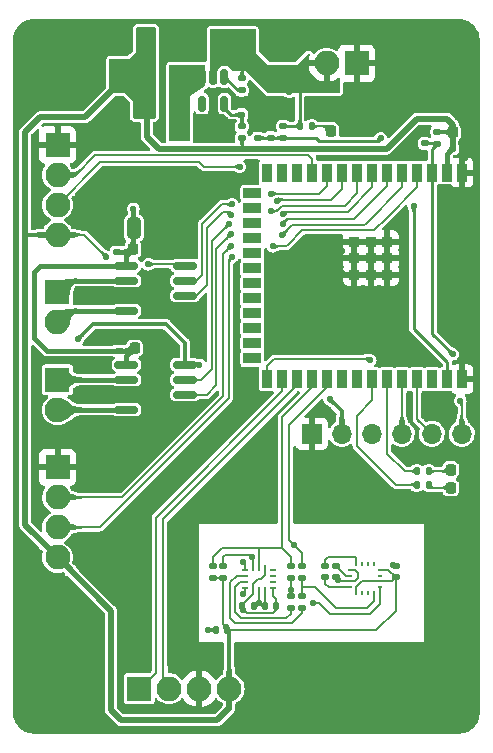
<source format=gbr>
%TF.GenerationSoftware,KiCad,Pcbnew,(6.0.7)*%
%TF.CreationDate,2025-03-15T16:29:39+08:00*%
%TF.ProjectId,solar_tracer,736f6c61-725f-4747-9261-6365722e6b69,1*%
%TF.SameCoordinates,PX6979f40PY7be1de0*%
%TF.FileFunction,Copper,L1,Top*%
%TF.FilePolarity,Positive*%
%FSLAX46Y46*%
G04 Gerber Fmt 4.6, Leading zero omitted, Abs format (unit mm)*
G04 Created by KiCad (PCBNEW (6.0.7)) date 2025-03-15 16:29:39*
%MOMM*%
%LPD*%
G01*
G04 APERTURE LIST*
G04 Aperture macros list*
%AMRoundRect*
0 Rectangle with rounded corners*
0 $1 Rounding radius*
0 $2 $3 $4 $5 $6 $7 $8 $9 X,Y pos of 4 corners*
0 Add a 4 corners polygon primitive as box body*
4,1,4,$2,$3,$4,$5,$6,$7,$8,$9,$2,$3,0*
0 Add four circle primitives for the rounded corners*
1,1,$1+$1,$2,$3*
1,1,$1+$1,$4,$5*
1,1,$1+$1,$6,$7*
1,1,$1+$1,$8,$9*
0 Add four rect primitives between the rounded corners*
20,1,$1+$1,$2,$3,$4,$5,0*
20,1,$1+$1,$4,$5,$6,$7,0*
20,1,$1+$1,$6,$7,$8,$9,0*
20,1,$1+$1,$8,$9,$2,$3,0*%
G04 Aperture macros list end*
%TA.AperFunction,ComponentPad*%
%ADD10C,0.800000*%
%TD*%
%TA.AperFunction,ComponentPad*%
%ADD11C,6.400000*%
%TD*%
%TA.AperFunction,SMDPad,CuDef*%
%ADD12RoundRect,0.225000X0.225000X0.250000X-0.225000X0.250000X-0.225000X-0.250000X0.225000X-0.250000X0*%
%TD*%
%TA.AperFunction,SMDPad,CuDef*%
%ADD13RoundRect,0.250000X0.325000X0.650000X-0.325000X0.650000X-0.325000X-0.650000X0.325000X-0.650000X0*%
%TD*%
%TA.AperFunction,SMDPad,CuDef*%
%ADD14RoundRect,0.225000X-0.225000X-0.250000X0.225000X-0.250000X0.225000X0.250000X-0.225000X0.250000X0*%
%TD*%
%TA.AperFunction,SMDPad,CuDef*%
%ADD15R,2.290000X3.000000*%
%TD*%
%TA.AperFunction,SMDPad,CuDef*%
%ADD16RoundRect,0.150000X0.825000X0.150000X-0.825000X0.150000X-0.825000X-0.150000X0.825000X-0.150000X0*%
%TD*%
%TA.AperFunction,SMDPad,CuDef*%
%ADD17R,0.250000X0.450000*%
%TD*%
%TA.AperFunction,SMDPad,CuDef*%
%ADD18R,0.450000X0.250000*%
%TD*%
%TA.AperFunction,SMDPad,CuDef*%
%ADD19R,0.270000X0.600000*%
%TD*%
%TA.AperFunction,SMDPad,CuDef*%
%ADD20R,0.600000X0.270000*%
%TD*%
%TA.AperFunction,SMDPad,CuDef*%
%ADD21RoundRect,0.150000X0.150000X-0.512500X0.150000X0.512500X-0.150000X0.512500X-0.150000X-0.512500X0*%
%TD*%
%TA.AperFunction,SMDPad,CuDef*%
%ADD22R,0.900000X1.500000*%
%TD*%
%TA.AperFunction,SMDPad,CuDef*%
%ADD23R,1.500000X0.900000*%
%TD*%
%TA.AperFunction,SMDPad,CuDef*%
%ADD24R,0.900000X0.900000*%
%TD*%
%TA.AperFunction,SMDPad,CuDef*%
%ADD25RoundRect,0.135000X0.185000X-0.135000X0.185000X0.135000X-0.185000X0.135000X-0.185000X-0.135000X0*%
%TD*%
%TA.AperFunction,SMDPad,CuDef*%
%ADD26RoundRect,0.135000X-0.185000X0.135000X-0.185000X-0.135000X0.185000X-0.135000X0.185000X0.135000X0*%
%TD*%
%TA.AperFunction,SMDPad,CuDef*%
%ADD27RoundRect,0.135000X-0.135000X-0.185000X0.135000X-0.185000X0.135000X0.185000X-0.135000X0.185000X0*%
%TD*%
%TA.AperFunction,SMDPad,CuDef*%
%ADD28R,1.200000X3.700000*%
%TD*%
%TA.AperFunction,ComponentPad*%
%ADD29O,2.100000X2.100000*%
%TD*%
%TA.AperFunction,ComponentPad*%
%ADD30R,2.100000X2.100000*%
%TD*%
%TA.AperFunction,ComponentPad*%
%ADD31O,1.700000X1.700000*%
%TD*%
%TA.AperFunction,ComponentPad*%
%ADD32R,1.700000X1.700000*%
%TD*%
%TA.AperFunction,SMDPad,CuDef*%
%ADD33RoundRect,0.218750X0.218750X0.256250X-0.218750X0.256250X-0.218750X-0.256250X0.218750X-0.256250X0*%
%TD*%
%TA.AperFunction,SMDPad,CuDef*%
%ADD34R,1.400000X1.300000*%
%TD*%
%TA.AperFunction,SMDPad,CuDef*%
%ADD35R,0.900000X1.200000*%
%TD*%
%TA.AperFunction,SMDPad,CuDef*%
%ADD36RoundRect,0.140000X0.170000X-0.140000X0.170000X0.140000X-0.170000X0.140000X-0.170000X-0.140000X0*%
%TD*%
%TA.AperFunction,SMDPad,CuDef*%
%ADD37RoundRect,0.140000X0.140000X0.170000X-0.140000X0.170000X-0.140000X-0.170000X0.140000X-0.170000X0*%
%TD*%
%TA.AperFunction,SMDPad,CuDef*%
%ADD38RoundRect,0.140000X-0.170000X0.140000X-0.170000X-0.140000X0.170000X-0.140000X0.170000X0.140000X0*%
%TD*%
%TA.AperFunction,SMDPad,CuDef*%
%ADD39RoundRect,0.140000X-0.140000X-0.170000X0.140000X-0.170000X0.140000X0.170000X-0.140000X0.170000X0*%
%TD*%
%TA.AperFunction,SMDPad,CuDef*%
%ADD40RoundRect,0.250000X-0.325000X-0.650000X0.325000X-0.650000X0.325000X0.650000X-0.325000X0.650000X0*%
%TD*%
%TA.AperFunction,SMDPad,CuDef*%
%ADD41RoundRect,0.250000X0.650000X-0.325000X0.650000X0.325000X-0.650000X0.325000X-0.650000X-0.325000X0*%
%TD*%
%TA.AperFunction,ViaPad*%
%ADD42C,0.550000*%
%TD*%
%TA.AperFunction,Conductor*%
%ADD43C,0.400000*%
%TD*%
%TA.AperFunction,Conductor*%
%ADD44C,0.350000*%
%TD*%
%TA.AperFunction,Conductor*%
%ADD45C,0.200000*%
%TD*%
%TA.AperFunction,Conductor*%
%ADD46C,0.500000*%
%TD*%
%TA.AperFunction,Conductor*%
%ADD47C,0.250000*%
%TD*%
G04 APERTURE END LIST*
D10*
%TO.P,H4,1,1*%
%TO.N,GND*%
X33600000Y57000000D03*
X34302944Y55302944D03*
X34302944Y58697056D03*
X36000000Y54600000D03*
D11*
X36000000Y57000000D03*
D10*
X38400000Y57000000D03*
X37697056Y58697056D03*
X37697056Y55302944D03*
X36000000Y59400000D03*
%TD*%
%TO.P,H1,1,1*%
%TO.N,GND*%
X1600000Y57000000D03*
X2302944Y55302944D03*
X2302944Y58697056D03*
X4000000Y54600000D03*
D11*
X4000000Y57000000D03*
D10*
X6400000Y57000000D03*
X5697056Y58697056D03*
X5697056Y55302944D03*
X4000000Y59400000D03*
%TD*%
D12*
%TO.P,C10,2*%
%TO.N,VCC*%
X11642600Y59450400D03*
%TO.P,C10,1*%
%TO.N,GND*%
X13192600Y59450400D03*
%TD*%
%TO.P,C9,2*%
%TO.N,VCC*%
X11668000Y57926400D03*
%TO.P,C9,1*%
%TO.N,GND*%
X13218000Y57926400D03*
%TD*%
D13*
%TO.P,C7,2*%
%TO.N,V_SUPPLY*%
X19607000Y58917000D03*
%TO.P,C7,1*%
%TO.N,GND*%
X22557000Y58917000D03*
%TD*%
D14*
%TO.P,C2,1*%
%TO.N,VCC*%
X37461400Y51166600D03*
%TO.P,C2,2*%
%TO.N,GND*%
X39011400Y51166600D03*
%TD*%
D15*
%TO.P,U6,9,PAD*%
%TO.N,GND*%
X12319000Y29580000D03*
D16*
%TO.P,U6,8,OUT2*%
%TO.N,Net-(U6-Pad8)*%
X9844000Y27675000D03*
%TO.P,U6,7,ISEN*%
%TO.N,GND*%
X9844000Y28945000D03*
%TO.P,U6,6,OUT1*%
%TO.N,Net-(U6-Pad6)*%
X9844000Y30215000D03*
%TO.P,U6,5,VM*%
%TO.N,V_SUPPLY*%
X9844000Y31485000D03*
%TO.P,U6,4,VREF*%
%TO.N,VCC*%
X14794000Y31485000D03*
%TO.P,U6,3,IN1*%
%TO.N,/motor/MOTX_IN2*%
X14794000Y30215000D03*
%TO.P,U6,2,IN2*%
%TO.N,/motor/MOTX_IN1*%
X14794000Y28945000D03*
%TO.P,U6,1,GND*%
%TO.N,GND*%
X14794000Y27675000D03*
%TD*%
D15*
%TO.P,U5,9,PAD*%
%TO.N,GND*%
X12319000Y37962000D03*
D16*
%TO.P,U5,8,OUT2*%
%TO.N,Net-(J5-Pad2)*%
X9844000Y36057000D03*
%TO.P,U5,7,ISEN*%
%TO.N,GND*%
X9844000Y37327000D03*
%TO.P,U5,6,OUT1*%
%TO.N,Net-(J5-Pad1)*%
X9844000Y38597000D03*
%TO.P,U5,5,VM*%
%TO.N,V_SUPPLY*%
X9844000Y39867000D03*
%TO.P,U5,4,VREF*%
%TO.N,VCC*%
X14794000Y39867000D03*
%TO.P,U5,3,IN1*%
%TO.N,/MOTY_IN2*%
X14794000Y38597000D03*
%TO.P,U5,2,IN2*%
%TO.N,/MOTY_IN1*%
X14794000Y37327000D03*
%TO.P,U5,1,GND*%
%TO.N,GND*%
X14794000Y36057000D03*
%TD*%
D17*
%TO.P,U4,16,SDA*%
%TO.N,Net-(R10-Pad2)*%
X30788000Y12123000D03*
%TO.P,U4,15,DRDY*%
%TO.N,/imu/MAG_INT*%
X30288000Y12123000D03*
%TO.P,U4,14,NC*%
%TO.N,unconnected-(U4-Pad14)*%
X29788000Y12123000D03*
%TO.P,U4,13,VDDIO*%
%TO.N,VCC*%
X29288000Y12123000D03*
D18*
%TO.P,U4,12,SETC*%
%TO.N,Net-(C14-Pad1)*%
X28778000Y12633000D03*
%TO.P,U4,11,GND*%
%TO.N,GND*%
X28778000Y13133000D03*
%TO.P,U4,10,C1*%
%TO.N,Net-(C16-Pad2)*%
X28778000Y13633000D03*
%TO.P,U4,9,GND*%
%TO.N,GND*%
X28778000Y14133000D03*
D17*
%TO.P,U4,8,SETP*%
%TO.N,Net-(C14-Pad2)*%
X29288000Y14643000D03*
%TO.P,U4,7,NC*%
%TO.N,unconnected-(U4-Pad7)*%
X29788000Y14643000D03*
%TO.P,U4,6,NC*%
%TO.N,unconnected-(U4-Pad6)*%
X30288000Y14643000D03*
%TO.P,U4,5,NC*%
%TO.N,unconnected-(U4-Pad5)*%
X30788000Y14643000D03*
D18*
%TO.P,U4,4,S1*%
%TO.N,VCC*%
X31298000Y14133000D03*
%TO.P,U4,3,NC*%
%TO.N,unconnected-(U4-Pad3)*%
X31298000Y13633000D03*
%TO.P,U4,2,VDD*%
%TO.N,VCC*%
X31298000Y13133000D03*
%TO.P,U4,1,SCL*%
%TO.N,Net-(R11-Pad2)*%
X31298000Y12633000D03*
%TD*%
D19*
%TO.P,U3,14,SDX*%
%TO.N,/IMU_SDA*%
X20582000Y14244000D03*
%TO.P,U3,13,SCX*%
%TO.N,/IMU_SCL*%
X21082000Y14244000D03*
%TO.P,U3,12,CSB*%
%TO.N,VCC*%
X21582000Y14244000D03*
D20*
%TO.P,U3,11,OSDO*%
%TO.N,unconnected-(U3-Pad11)*%
X22252000Y14074000D03*
%TO.P,U3,10,OCSB*%
%TO.N,unconnected-(U3-Pad10)*%
X22252000Y13574000D03*
%TO.P,U3,9,INT2*%
%TO.N,unconnected-(U3-Pad9)*%
X22252000Y13074000D03*
%TO.P,U3,8,VDD*%
%TO.N,VCC*%
X22252000Y12574000D03*
D19*
%TO.P,U3,7,GND*%
%TO.N,GND*%
X21582000Y12404000D03*
%TO.P,U3,6,GNDIO*%
X21082000Y12404000D03*
%TO.P,U3,5,VDDIO*%
%TO.N,VCC*%
X20582000Y12404000D03*
D20*
%TO.P,U3,4,INT1*%
%TO.N,/imu/IMU_INT*%
X19912000Y12574000D03*
%TO.P,U3,3,ASCX*%
%TO.N,Net-(R11-Pad1)*%
X19912000Y13074000D03*
%TO.P,U3,2,ASDX*%
%TO.N,Net-(R10-Pad1)*%
X19912000Y13574000D03*
%TO.P,U3,1,SDO*%
%TO.N,GND*%
X19912000Y14074000D03*
%TD*%
D21*
%TO.P,U2,6,SW*%
%TO.N,Net-(D3-Pad1)*%
X16242800Y55863500D03*
%TO.P,U2,5,IN*%
%TO.N,V_SUPPLY*%
X17192800Y55863500D03*
%TO.P,U2,4,EN*%
%TO.N,Net-(R4-Pad2)*%
X18142800Y55863500D03*
%TO.P,U2,3,FB*%
%TO.N,Net-(R5-Pad2)*%
X18142800Y53588500D03*
%TO.P,U2,2,GND*%
%TO.N,GND*%
X17192800Y53588500D03*
%TO.P,U2,1,NC*%
%TO.N,unconnected-(U2-Pad1)*%
X16242800Y53588500D03*
%TD*%
D22*
%TO.P,U1,1,GND*%
%TO.N,GND*%
X38260000Y47750000D03*
%TO.P,U1,2,3V3*%
%TO.N,VCC*%
X36990000Y47750000D03*
%TO.P,U1,3,EN*%
%TO.N,/EN*%
X35720000Y47750000D03*
%TO.P,U1,4,GPIO4/TOUCH4/ADC1_CH3*%
%TO.N,/motor/MOTX_ENCB*%
X34450000Y47750000D03*
%TO.P,U1,5,GPIO5/TOUCH5/ADC1_CH4*%
%TO.N,/motor/MOTX_ENCA*%
X33180000Y47750000D03*
%TO.P,U1,6,GPIO6/TOUCH6/ADC1_CH5*%
%TO.N,/motor/MOTX_IN1*%
X31910000Y47750000D03*
%TO.P,U1,7,GPIO7/TOUCH7/ADC1_CH6*%
%TO.N,/motor/MOTX_IN2*%
X30640000Y47750000D03*
%TO.P,U1,8,GPIO15/U0RTS/ADC2_CH4/XTAL_32K_P*%
%TO.N,/MOTY_IN1*%
X29370000Y47750000D03*
%TO.P,U1,9,GPIO16/U0CTS/ADC2_CH5/XTAL_32K_N*%
%TO.N,/MOTY_IN2*%
X28100000Y47750000D03*
%TO.P,U1,10,GPIO17/U1TXD/ADC2_CH6*%
%TO.N,/motor/MOTY_ENCB*%
X26830000Y47750000D03*
%TO.P,U1,11,GPIO18/U1RXD/ADC2_CH7/CLK_OUT3*%
%TO.N,/motor/MOTY_ENCA*%
X25560000Y47750000D03*
%TO.P,U1,12,GPIO8/TOUCH8/ADC1_CH7/SUBSPICS1*%
%TO.N,unconnected-(U1-Pad12)*%
X24290000Y47750000D03*
%TO.P,U1,13,GPIO19/U1RTS/ADC2_CH8/CLK_OUT2/USB_D-*%
%TO.N,unconnected-(U1-Pad13)*%
X23020000Y47750000D03*
%TO.P,U1,14,GPIO20/U1CTS/ADC2_CH9/CLK_OUT1/USB_D+*%
%TO.N,unconnected-(U1-Pad14)*%
X21750000Y47750000D03*
D23*
%TO.P,U1,15,GPIO3/TOUCH3/ADC1_CH2*%
%TO.N,unconnected-(U1-Pad15)*%
X20500000Y45985000D03*
%TO.P,U1,16,GPIO46*%
%TO.N,unconnected-(U1-Pad16)*%
X20500000Y44715000D03*
%TO.P,U1,17,GPIO9/TOUCH9/ADC1_CH8/FSPIHD/SUBSPIHD*%
%TO.N,unconnected-(U1-Pad17)*%
X20500000Y43445000D03*
%TO.P,U1,18,GPIO10/TOUCH10/ADC1_CH9/FSPICS0/FSPIIO4/SUBSPICS0*%
%TO.N,unconnected-(U1-Pad18)*%
X20500000Y42175000D03*
%TO.P,U1,19,GPIO11/TOUCH11/ADC2_CH0/FSPID/FSPIIO5/SUBSPID*%
%TO.N,unconnected-(U1-Pad19)*%
X20500000Y40905000D03*
%TO.P,U1,20,GPIO12/TOUCH12/ADC2_CH1/FSPICLK/FSPIIO6/SUBSPICLK*%
%TO.N,unconnected-(U1-Pad20)*%
X20500000Y39635000D03*
%TO.P,U1,21,GPIO13/TOUCH13/ADC2_CH2/FSPIQ/FSPIIO7/SUBSPIQ*%
%TO.N,unconnected-(U1-Pad21)*%
X20500000Y38365000D03*
%TO.P,U1,22,GPIO14/TOUCH14/ADC2_CH3/FSPIWP/FSPIDQS/SUBSPIWP*%
%TO.N,unconnected-(U1-Pad22)*%
X20500000Y37095000D03*
%TO.P,U1,23,GPIO21*%
%TO.N,unconnected-(U1-Pad23)*%
X20500000Y35825000D03*
%TO.P,U1,24,GPIO47/SPICLK_P/SUBSPICLK_P_DIFF*%
%TO.N,unconnected-(U1-Pad24)*%
X20500000Y34555000D03*
%TO.P,U1,25,GPIO48/SPICLK_N/SUBSPICLK_N_DIFF*%
%TO.N,unconnected-(U1-Pad25)*%
X20500000Y33285000D03*
%TO.P,U1,26,GPIO45*%
%TO.N,unconnected-(U1-Pad26)*%
X20500000Y32015000D03*
D22*
%TO.P,U1,27,GPIO0/BOOT*%
%TO.N,/BOOT*%
X21750000Y30250000D03*
%TO.P,U1,28,SPIIO6/GPIO35/FSPID/SUBSPID*%
%TO.N,/GPS_RX*%
X23020000Y30250000D03*
%TO.P,U1,29,SPIIO7/GPIO36/FSPICLK/SUBSPICLK*%
%TO.N,/GPS_TX*%
X24290000Y30250000D03*
%TO.P,U1,30,SPIDQS/GPIO37/FSPIQ/SUBSPIQ*%
%TO.N,/IMU_SCL*%
X25560000Y30250000D03*
%TO.P,U1,31,GPIO38/FSPIWP/SUBSPIWP*%
%TO.N,/IMU_SDA*%
X26830000Y30250000D03*
%TO.P,U1,32,MTCK/GPIO39/CLK_OUT3/SUBSPICS1*%
%TO.N,unconnected-(U1-Pad32)*%
X28100000Y30250000D03*
%TO.P,U1,33,MTDO/GPIO40/CLK_OUT2*%
%TO.N,unconnected-(U1-Pad33)*%
X29370000Y30250000D03*
%TO.P,U1,34,MTDI/GPIO41/CLK_OUT1*%
%TO.N,Net-(R2-Pad1)*%
X30640000Y30250000D03*
%TO.P,U1,35,MTMS/GPIO42*%
%TO.N,Net-(R3-Pad1)*%
X31910000Y30250000D03*
%TO.P,U1,36,U0RXD/GPIO44/CLK_OUT2*%
%TO.N,/RX0*%
X33180000Y30250000D03*
%TO.P,U1,37,U0TXD/GPIO43/CLK_OUT1*%
%TO.N,/TX0*%
X34450000Y30250000D03*
%TO.P,U1,38,GPIO2/TOUCH2/ADC1_CH1*%
%TO.N,unconnected-(U1-Pad38)*%
X35720000Y30250000D03*
%TO.P,U1,39,GPIO1/TOUCH1/ADC1_CH0*%
%TO.N,/power/ADC_POWER*%
X36990000Y30250000D03*
%TO.P,U1,40,GND*%
%TO.N,GND*%
X38260000Y30250000D03*
D24*
%TO.P,U1,41,GND*%
X30540000Y40500000D03*
X30540000Y41900000D03*
X31940000Y41900000D03*
X31940000Y39100000D03*
X29140000Y40500000D03*
X30540000Y39100000D03*
X29140000Y39100000D03*
X31940000Y40500000D03*
X29140000Y41900000D03*
%TD*%
D25*
%TO.P,R15,1*%
%TO.N,Net-(R11-Pad2)*%
X23749000Y13447000D03*
%TO.P,R15,2*%
%TO.N,/IMU_SCL*%
X23749000Y14467000D03*
%TD*%
%TO.P,R14,1*%
%TO.N,Net-(R10-Pad2)*%
X24699000Y13447000D03*
%TO.P,R14,2*%
%TO.N,/IMU_SDA*%
X24699000Y14467000D03*
%TD*%
%TO.P,R13,1*%
%TO.N,VCC*%
X18034000Y13449000D03*
%TO.P,R13,2*%
%TO.N,/IMU_SDA*%
X18034000Y14469000D03*
%TD*%
%TO.P,R12,1*%
%TO.N,VCC*%
X17145000Y13449000D03*
%TO.P,R12,2*%
%TO.N,/IMU_SCL*%
X17145000Y14469000D03*
%TD*%
%TO.P,R11,1*%
%TO.N,Net-(R11-Pad1)*%
X23749000Y10907000D03*
%TO.P,R11,2*%
%TO.N,Net-(R11-Pad2)*%
X23749000Y11927000D03*
%TD*%
%TO.P,R10,1*%
%TO.N,Net-(R10-Pad1)*%
X24699000Y10907000D03*
%TO.P,R10,2*%
%TO.N,Net-(R10-Pad2)*%
X24699000Y11927000D03*
%TD*%
D26*
%TO.P,R9,2*%
%TO.N,/power/ADC_POWER*%
X20955000Y50685400D03*
%TO.P,R9,1*%
%TO.N,GND*%
X20955000Y51705400D03*
%TD*%
%TO.P,R8,2*%
%TO.N,/power/ADC_POWER*%
X23114000Y50662000D03*
%TO.P,R8,1*%
%TO.N,V_SUPPLY*%
X23114000Y51682000D03*
%TD*%
D27*
%TO.P,R7,2*%
%TO.N,Net-(D5-Pad2)*%
X25529000Y51678000D03*
%TO.P,R7,1*%
%TO.N,V_SUPPLY*%
X24509000Y51678000D03*
%TD*%
D26*
%TO.P,R6,2*%
%TO.N,VCC*%
X19605800Y50654500D03*
%TO.P,R6,1*%
%TO.N,Net-(R5-Pad2)*%
X19605800Y51674500D03*
%TD*%
%TO.P,R5,2*%
%TO.N,Net-(R5-Pad2)*%
X19580400Y52666600D03*
%TO.P,R5,1*%
%TO.N,GND*%
X19580400Y53686600D03*
%TD*%
%TO.P,R4,2*%
%TO.N,Net-(R4-Pad2)*%
X19605800Y54718500D03*
%TO.P,R4,1*%
%TO.N,V_SUPPLY*%
X19605800Y55738500D03*
%TD*%
D27*
%TO.P,R3,2*%
%TO.N,Net-(D2-Pad2)*%
X35433000Y22468000D03*
%TO.P,R3,1*%
%TO.N,Net-(R3-Pad1)*%
X34413000Y22468000D03*
%TD*%
%TO.P,R2,2*%
%TO.N,Net-(D1-Pad2)*%
X35433000Y21325000D03*
%TO.P,R2,1*%
%TO.N,Net-(R2-Pad1)*%
X34413000Y21325000D03*
%TD*%
D26*
%TO.P,R1,1*%
%TO.N,VCC*%
X36153600Y51219400D03*
%TO.P,R1,2*%
%TO.N,/EN*%
X36153600Y50199400D03*
%TD*%
D28*
%TO.P,L1,2,2*%
%TO.N,VCC*%
X11551000Y54726000D03*
%TO.P,L1,1,1*%
%TO.N,Net-(D3-Pad1)*%
X14351000Y54726000D03*
%TD*%
D29*
%TO.P,J7,2,Pin_2*%
%TO.N,Net-(U6-Pad8)*%
X4000000Y27663750D03*
D30*
%TO.P,J7,1,Pin_1*%
%TO.N,Net-(U6-Pad6)*%
X4000000Y30203750D03*
%TD*%
D29*
%TO.P,J6,4,Pin_4*%
%TO.N,VCC*%
X4004000Y15175000D03*
%TO.P,J6,3,Pin_3*%
%TO.N,/motor/MOTX_ENCB*%
X4004000Y17715000D03*
%TO.P,J6,2,Pin_2*%
%TO.N,/motor/MOTX_ENCA*%
X4004000Y20255000D03*
D30*
%TO.P,J6,1,Pin_1*%
%TO.N,GND*%
X4004000Y22795000D03*
%TD*%
D29*
%TO.P,J5,2,Pin_2*%
%TO.N,Net-(J5-Pad2)*%
X4000000Y35072500D03*
D30*
%TO.P,J5,1,Pin_1*%
%TO.N,Net-(J5-Pad1)*%
X4000000Y37612500D03*
%TD*%
D29*
%TO.P,J4,4,Pin_4*%
%TO.N,VCC*%
X4004000Y42481250D03*
%TO.P,J4,3,Pin_3*%
%TO.N,/motor/MOTY_ENCB*%
X4004000Y45021250D03*
%TO.P,J4,2,Pin_2*%
%TO.N,/motor/MOTY_ENCA*%
X4004000Y47561250D03*
D30*
%TO.P,J4,1,Pin_1*%
%TO.N,GND*%
X4004000Y50101250D03*
%TD*%
D29*
%TO.P,J3,2,Pin_2*%
%TO.N,V_SUPPLY*%
X26797000Y57012000D03*
D30*
%TO.P,J3,1,Pin_1*%
%TO.N,GND*%
X29337000Y57012000D03*
%TD*%
D29*
%TO.P,J2,4,Pin_4*%
%TO.N,VCC*%
X18542000Y4053000D03*
%TO.P,J2,3,Pin_3*%
%TO.N,GND*%
X16002000Y4053000D03*
%TO.P,J2,2,Pin_2*%
%TO.N,/GPS_TX*%
X13462000Y4053000D03*
D30*
%TO.P,J2,1,Pin_1*%
%TO.N,/GPS_RX*%
X10922000Y4053000D03*
%TD*%
D31*
%TO.P,J1,6,Pin_6*%
%TO.N,/EN*%
X38227000Y25643000D03*
%TO.P,J1,5,Pin_5*%
%TO.N,/TX0*%
X35687000Y25643000D03*
%TO.P,J1,4,Pin_4*%
%TO.N,/RX0*%
X33147000Y25643000D03*
%TO.P,J1,3,Pin_3*%
%TO.N,/BOOT*%
X30607000Y25643000D03*
%TO.P,J1,2,Pin_2*%
%TO.N,VCC*%
X28067000Y25643000D03*
D32*
%TO.P,J1,1,Pin_1*%
%TO.N,GND*%
X25527000Y25643000D03*
%TD*%
D10*
%TO.P,H3,1,1*%
%TO.N,GND*%
X33600000Y4000000D03*
X34302944Y2302944D03*
X34302944Y5697056D03*
X36000000Y1600000D03*
D11*
X36000000Y4000000D03*
D10*
X38400000Y4000000D03*
X37697056Y5697056D03*
X37697056Y2302944D03*
X36000000Y6400000D03*
%TD*%
%TO.P,H2,1,1*%
%TO.N,GND*%
X1553500Y4000000D03*
X2256444Y2302944D03*
X2256444Y5697056D03*
X3953500Y1600000D03*
D11*
X3953500Y4000000D03*
D10*
X6353500Y4000000D03*
X5650556Y5697056D03*
X5650556Y2302944D03*
X3953500Y6400000D03*
%TD*%
D33*
%TO.P,D5,2,A*%
%TO.N,Net-(D5-Pad2)*%
X27152500Y51297000D03*
%TO.P,D5,1,K*%
%TO.N,GND*%
X28727500Y51297000D03*
%TD*%
D34*
%TO.P,D4,2,A2*%
%TO.N,GND*%
X9392000Y59224000D03*
%TO.P,D4,1,A1*%
%TO.N,VCC*%
X9392000Y56324000D03*
%TD*%
D35*
%TO.P,D3,2,A2*%
%TO.N,GND*%
X17953800Y51246200D03*
%TO.P,D3,1,A1*%
%TO.N,Net-(D3-Pad1)*%
X14653800Y51246200D03*
%TD*%
D33*
%TO.P,D2,2,A*%
%TO.N,Net-(D2-Pad2)*%
X37310500Y22595000D03*
%TO.P,D2,1,K*%
%TO.N,GND*%
X38885500Y22595000D03*
%TD*%
%TO.P,D1,2,A*%
%TO.N,Net-(D1-Pad2)*%
X37312500Y21067000D03*
%TO.P,D1,1,K*%
%TO.N,GND*%
X38887500Y21067000D03*
%TD*%
D12*
%TO.P,C20,2*%
%TO.N,V_SUPPLY*%
X10528000Y32882000D03*
%TO.P,C20,1*%
%TO.N,GND*%
X12078000Y32882000D03*
%TD*%
%TO.P,C19,2*%
%TO.N,V_SUPPLY*%
X10401000Y41264000D03*
%TO.P,C19,1*%
%TO.N,GND*%
X11951000Y41264000D03*
%TD*%
D36*
%TO.P,C18,2*%
%TO.N,GND*%
X9271000Y33616000D03*
%TO.P,C18,1*%
%TO.N,V_SUPPLY*%
X9271000Y32656000D03*
%TD*%
%TO.P,C17,2*%
%TO.N,GND*%
X9017000Y41998000D03*
%TO.P,C17,1*%
%TO.N,V_SUPPLY*%
X9017000Y41038000D03*
%TD*%
%TO.P,C16,1*%
%TO.N,GND*%
X27559000Y13479000D03*
%TO.P,C16,2*%
%TO.N,Net-(C16-Pad2)*%
X27559000Y14439000D03*
%TD*%
D37*
%TO.P,C15,1*%
%TO.N,GND*%
X20612000Y11097000D03*
%TO.P,C15,2*%
%TO.N,VCC*%
X19652000Y11097000D03*
%TD*%
D36*
%TO.P,C14,1*%
%TO.N,Net-(C14-Pad1)*%
X26670000Y13479000D03*
%TO.P,C14,2*%
%TO.N,Net-(C14-Pad2)*%
X26670000Y14439000D03*
%TD*%
D38*
%TO.P,C13,1*%
%TO.N,GND*%
X32679000Y14439000D03*
%TO.P,C13,2*%
%TO.N,VCC*%
X32679000Y13479000D03*
%TD*%
D39*
%TO.P,C12,1*%
%TO.N,GND*%
X21557000Y11097000D03*
%TO.P,C12,2*%
%TO.N,VCC*%
X22517000Y11097000D03*
%TD*%
D38*
%TO.P,C11,2*%
%TO.N,/power/ADC_POWER*%
X22047200Y50715400D03*
%TO.P,C11,1*%
%TO.N,GND*%
X22047200Y51675400D03*
%TD*%
D40*
%TO.P,C8,2*%
%TO.N,V_SUPPLY*%
X17702600Y58917000D03*
%TO.P,C8,1*%
%TO.N,GND*%
X14752600Y58917000D03*
%TD*%
D13*
%TO.P,C6,2*%
%TO.N,V_SUPPLY*%
X10463000Y43042000D03*
%TO.P,C6,1*%
%TO.N,GND*%
X13413000Y43042000D03*
%TD*%
D41*
%TO.P,C5,2*%
%TO.N,V_SUPPLY*%
X22225000Y55947000D03*
%TO.P,C5,1*%
%TO.N,GND*%
X22225000Y52997000D03*
%TD*%
D37*
%TO.P,C4,2*%
%TO.N,GND*%
X17427000Y9006000D03*
%TO.P,C4,1*%
%TO.N,VCC*%
X18387000Y9006000D03*
%TD*%
D39*
%TO.P,C3,1*%
%TO.N,VCC*%
X37451600Y49820400D03*
%TO.P,C3,2*%
%TO.N,GND*%
X38411600Y49820400D03*
%TD*%
D36*
%TO.P,C1,1*%
%TO.N,/EN*%
X35086800Y50229400D03*
%TO.P,C1,2*%
%TO.N,GND*%
X35086800Y51189400D03*
%TD*%
D42*
%TO.N,GND*%
X38608000Y33771000D03*
X37592000Y35041000D03*
X38735000Y45074000D03*
X37592000Y45074000D03*
X39116000Y14086000D03*
X39116000Y16753000D03*
X39116000Y18912000D03*
X16383000Y45709000D03*
X16383000Y47233000D03*
X12827000Y30342000D03*
X11811000Y28945000D03*
X12827000Y37327000D03*
X12827000Y38724000D03*
X9525000Y24246000D03*
X9525000Y25516000D03*
X15367000Y23611000D03*
X17145000Y25643000D03*
X10795000Y7355000D03*
X9398000Y13578000D03*
X10922000Y13578000D03*
X26797000Y18531000D03*
X24511000Y18531000D03*
X24511000Y21198000D03*
X22098000Y21198000D03*
X20193000Y18658000D03*
X22225000Y18658000D03*
X34544000Y51170000D03*
X31242000Y37962000D03*
X29845000Y37962000D03*
X28067000Y39232000D03*
X28067000Y41137000D03*
%TO.N,/EN*%
X38100000Y28437000D03*
%TO.N,GND*%
X32444234Y14526234D03*
X27763500Y13274500D03*
%TO.N,Net-(R11-Pad2)*%
X23749000Y12435000D03*
X25654000Y11292000D03*
%TO.N,/IMU_SDA*%
X24003000Y16245000D03*
%TO.N,VCC*%
X18288000Y9260000D03*
X19748500Y10720500D03*
%TO.N,/imu/IMU_INT*%
X19685000Y12054000D03*
%TO.N,/IMU_SDA*%
X20447000Y15229000D03*
%TO.N,GND*%
X21082000Y11292000D03*
X19698117Y14781500D03*
X16764000Y9006000D03*
%TO.N,VCC*%
X27051000Y28564000D03*
X16002000Y31485000D03*
%TO.N,/BOOT*%
X30480000Y31866000D03*
%TO.N,/EN*%
X37465000Y32374000D03*
%TO.N,/power/ADC_POWER*%
X34163000Y44947000D03*
X31369000Y50662000D03*
%TO.N,GND*%
X13081000Y27548000D03*
X14224000Y27167000D03*
X14224000Y35549000D03*
X13462000Y36057000D03*
%TO.N,/motor/MOTX_ENCB*%
X22225000Y41518000D03*
%TO.N,/motor/MOTX_ENCA*%
X23050500Y42470500D03*
X18669000Y41518000D03*
%TO.N,/motor/MOTX_ENCB*%
X18796000Y40629000D03*
%TO.N,/motor/MOTX_IN1*%
X23114000Y43423000D03*
%TO.N,/motor/MOTX_IN2*%
X23111571Y44246454D03*
%TO.N,/motor/MOTX_IN1*%
X18669000Y42534000D03*
%TO.N,/motor/MOTX_IN2*%
X18542000Y43423000D03*
%TO.N,VCC*%
X1270000Y33136000D03*
X5715000Y33644000D03*
X8128000Y40629000D03*
X11684000Y39994000D03*
%TO.N,/MOTY_IN2*%
X18796000Y45074000D03*
%TO.N,/MOTY_IN1*%
X18669000Y44185000D03*
X22098000Y44499500D03*
%TO.N,/MOTY_IN2*%
X22627978Y45388500D03*
%TO.N,/motor/MOTY_ENCB*%
X19431000Y48249000D03*
X22098000Y45963000D03*
%TO.N,V_SUPPLY*%
X10414000Y44693000D03*
%TO.N,GND*%
X12827000Y41772000D03*
X13716000Y41772000D03*
%TO.N,V_SUPPLY*%
X23622000Y55361000D03*
X23622000Y54599000D03*
%TO.N,GND*%
X11811000Y37327000D03*
X11811000Y38724000D03*
X12827000Y28945000D03*
X11811000Y30342000D03*
X11684000Y33644000D03*
X9144000Y34152000D03*
X8890000Y42534000D03*
X11938000Y41137000D03*
X8890000Y58155000D03*
X9779000Y58155000D03*
X13970000Y57774000D03*
X13589000Y58790000D03*
X14859000Y57901000D03*
X14097000Y60060000D03*
X20701000Y52440000D03*
X29845000Y51297000D03*
X21463000Y52440000D03*
X20955000Y54218000D03*
X21082000Y53202000D03*
X17145000Y54472000D03*
X20320000Y53583000D03*
X38481000Y49011000D03*
X39116000Y49900000D03*
X38735000Y50535000D03*
X16637000Y51297000D03*
X17145000Y52313000D03*
X18034000Y52059000D03*
%TD*%
D43*
%TO.N,GND*%
X12827000Y28945000D02*
X9844000Y28945000D01*
X11811000Y37327000D02*
X9844000Y37327000D01*
D44*
X17427000Y9006000D02*
X16764000Y9006000D01*
D45*
%TO.N,/EN*%
X38227000Y28310000D02*
X38100000Y28437000D01*
X38227000Y25643000D02*
X38227000Y28310000D01*
%TO.N,/IMU_SCL*%
X22987000Y27040000D02*
X22987000Y15991000D01*
%TO.N,/IMU_SDA*%
X23622000Y16626000D02*
X24003000Y16245000D01*
X23622000Y26405000D02*
X23622000Y16626000D01*
X26830000Y29613000D02*
X23622000Y26405000D01*
X26830000Y30250000D02*
X26830000Y29613000D01*
X24699000Y15549000D02*
X24699000Y14467000D01*
X24003000Y16245000D02*
X24699000Y15549000D01*
%TO.N,/IMU_SCL*%
X25560000Y29613000D02*
X22987000Y27040000D01*
X25560000Y30250000D02*
X25560000Y29613000D01*
%TO.N,GND*%
X27763500Y13274500D02*
X27905000Y13133000D01*
X29083000Y14086000D02*
X29210000Y14086000D01*
X29036000Y14133000D02*
X29083000Y14086000D01*
X29210000Y14086000D02*
X29464000Y13832000D01*
X28778000Y14133000D02*
X29036000Y14133000D01*
X29203000Y13133000D02*
X29464000Y13394000D01*
X29464000Y13394000D02*
X29464000Y13832000D01*
X28778000Y13133000D02*
X29203000Y13133000D01*
X27905000Y13133000D02*
X28778000Y13133000D01*
X27559000Y13479000D02*
X27763500Y13274500D01*
%TO.N,Net-(C14-Pad1)*%
X26980000Y12633000D02*
X28778000Y12633000D01*
X26670000Y12943000D02*
X26980000Y12633000D01*
X26670000Y13479000D02*
X26670000Y12943000D01*
%TO.N,Net-(C14-Pad2)*%
X26924000Y15229000D02*
X26670000Y14975000D01*
X29210000Y15229000D02*
X26924000Y15229000D01*
X29288000Y15151000D02*
X29210000Y15229000D01*
X29288000Y14643000D02*
X29288000Y15151000D01*
X26670000Y14975000D02*
X26670000Y14439000D01*
%TO.N,Net-(C16-Pad2)*%
X27587000Y14439000D02*
X27559000Y14439000D01*
X28393000Y13633000D02*
X27587000Y14439000D01*
X28778000Y13633000D02*
X28393000Y13633000D01*
%TO.N,Net-(D1-Pad2)*%
X35691000Y21067000D02*
X35433000Y21325000D01*
X37312500Y21067000D02*
X35691000Y21067000D01*
%TO.N,Net-(D2-Pad2)*%
X37183500Y22468000D02*
X37310500Y22595000D01*
X35433000Y22468000D02*
X37183500Y22468000D01*
D46*
%TO.N,VCC*%
X18542000Y2402000D02*
X18542000Y4053000D01*
X17526000Y1386000D02*
X18542000Y2402000D01*
X9398000Y1386000D02*
X17526000Y1386000D01*
X8509000Y2275000D02*
X9398000Y1386000D01*
X8509000Y10670000D02*
X8509000Y2275000D01*
X4004000Y15175000D02*
X8509000Y10670000D01*
D45*
X30988000Y9006000D02*
X18387000Y9006000D01*
X32639000Y10657000D02*
X30988000Y9006000D01*
X32639000Y13439000D02*
X32639000Y10657000D01*
X32679000Y13479000D02*
X32639000Y13439000D01*
X29303000Y12138000D02*
X29288000Y12123000D01*
X29303000Y12655000D02*
X29303000Y12138000D01*
X29781000Y13133000D02*
X29303000Y12655000D01*
X31298000Y13133000D02*
X29781000Y13133000D01*
X32333000Y13133000D02*
X32679000Y13479000D01*
X31298000Y13133000D02*
X32333000Y13133000D01*
X32025000Y14133000D02*
X32679000Y13479000D01*
X31298000Y14133000D02*
X32025000Y14133000D01*
%TO.N,Net-(R11-Pad2)*%
X27051000Y10403000D02*
X26162000Y11292000D01*
X30480000Y10403000D02*
X27051000Y10403000D01*
X31298000Y11221000D02*
X30480000Y10403000D01*
X26162000Y11292000D02*
X25654000Y11292000D01*
X31298000Y12633000D02*
X31298000Y11221000D01*
X23749000Y12435000D02*
X23749000Y11927000D01*
%TO.N,Net-(R10-Pad2)*%
X25847000Y12623000D02*
X24699000Y12623000D01*
X30788000Y11473000D02*
X30226000Y10911000D01*
X30226000Y10911000D02*
X27559000Y10911000D01*
X27559000Y10911000D02*
X25847000Y12623000D01*
X30788000Y12123000D02*
X30788000Y11473000D01*
X24699000Y13447000D02*
X24699000Y12623000D01*
X24699000Y12623000D02*
X24699000Y11927000D01*
%TO.N,VCC*%
X18034000Y9514000D02*
X18288000Y9260000D01*
X18034000Y13449000D02*
X18034000Y9514000D01*
X17145000Y13449000D02*
X18034000Y13449000D01*
X19748500Y10720500D02*
X19652000Y10817000D01*
%TO.N,/imu/IMU_INT*%
X19912000Y12281000D02*
X19685000Y12054000D01*
X19912000Y12574000D02*
X19912000Y12281000D01*
%TO.N,VCC*%
X19652000Y11132000D02*
X19652000Y11097000D01*
X20582000Y12404000D02*
X20582000Y12062000D01*
X20582000Y12062000D02*
X19652000Y11132000D01*
X19652000Y10817000D02*
X19652000Y11097000D01*
X20028000Y10441000D02*
X19748500Y10720500D01*
X22263000Y10441000D02*
X20028000Y10441000D01*
X22517000Y10695000D02*
X22263000Y10441000D01*
X22517000Y11097000D02*
X22517000Y10695000D01*
%TO.N,GND*%
X21082000Y11292000D02*
X20887000Y11097000D01*
X21277000Y11097000D02*
X21557000Y11097000D01*
X21082000Y11292000D02*
X21277000Y11097000D01*
X20887000Y11097000D02*
X20612000Y11097000D01*
%TO.N,VCC*%
X22252000Y11900000D02*
X22517000Y11635000D01*
X22252000Y12574000D02*
X22252000Y11900000D01*
X22517000Y11635000D02*
X22517000Y11097000D01*
X20967000Y13324000D02*
X20582000Y12939000D01*
X20582000Y12939000D02*
X20582000Y12404000D01*
X21209000Y13324000D02*
X20967000Y13324000D01*
X21582000Y13697000D02*
X21209000Y13324000D01*
X21582000Y14244000D02*
X21582000Y13697000D01*
%TO.N,/IMU_SCL*%
X17907000Y15991000D02*
X20701000Y15991000D01*
X17145000Y14469000D02*
X17145000Y15229000D01*
X17145000Y15229000D02*
X17907000Y15991000D01*
%TO.N,Net-(R10-Pad1)*%
X24699000Y10464000D02*
X24699000Y10907000D01*
X19050000Y9641000D02*
X23876000Y9641000D01*
X18650000Y10041000D02*
X19050000Y9641000D01*
X18650000Y13051000D02*
X18650000Y10041000D01*
X19173000Y13574000D02*
X18650000Y13051000D01*
X19912000Y13574000D02*
X19173000Y13574000D01*
X23876000Y9641000D02*
X24699000Y10464000D01*
%TO.N,Net-(R11-Pad1)*%
X23749000Y10403000D02*
X23749000Y10907000D01*
X19539000Y10041000D02*
X23387000Y10041000D01*
X23387000Y10041000D02*
X23749000Y10403000D01*
X19050000Y10530000D02*
X19539000Y10041000D01*
X19435000Y13074000D02*
X19050000Y12689000D01*
X19912000Y13074000D02*
X19435000Y13074000D01*
X19050000Y12689000D02*
X19050000Y10530000D01*
%TO.N,/IMU_SDA*%
X18034000Y15229000D02*
X18034000Y14469000D01*
X18161000Y15356000D02*
X18034000Y15229000D01*
X20320000Y15356000D02*
X18161000Y15356000D01*
X20447000Y15229000D02*
X20320000Y15356000D01*
%TO.N,/IMU_SCL*%
X22987000Y15991000D02*
X23749000Y15229000D01*
X20701000Y15991000D02*
X22987000Y15991000D01*
D44*
%TO.N,VCC*%
X18540000Y8853000D02*
X18387000Y9006000D01*
X18540000Y4000000D02*
X18540000Y8853000D01*
D45*
%TO.N,GND*%
X21582000Y11122000D02*
X21557000Y11097000D01*
X21582000Y12404000D02*
X21582000Y11122000D01*
X21082000Y11567000D02*
X20612000Y11097000D01*
X21082000Y12404000D02*
X21082000Y11567000D01*
X19912000Y14567617D02*
X19698117Y14781500D01*
X19912000Y14074000D02*
X19912000Y14567617D01*
%TO.N,Net-(R11-Pad2)*%
X23749000Y13447000D02*
X23749000Y12435000D01*
%TO.N,/IMU_SCL*%
X21082000Y15991000D02*
X21082000Y14244000D01*
X20701000Y15991000D02*
X21082000Y15991000D01*
X23749000Y15229000D02*
X23749000Y14467000D01*
%TO.N,/IMU_SDA*%
X20582000Y15094000D02*
X20447000Y15229000D01*
X20582000Y14244000D02*
X20582000Y15094000D01*
%TO.N,/GPS_RX*%
X23020000Y29232000D02*
X23020000Y30250000D01*
X12319000Y18531000D02*
X23020000Y29232000D01*
X12319000Y5399000D02*
X12319000Y18531000D01*
X10920000Y4000000D02*
X12319000Y5399000D01*
%TO.N,/GPS_TX*%
X12954000Y4506000D02*
X13460000Y4000000D01*
X12954000Y18404000D02*
X12954000Y4506000D01*
X24290000Y29740000D02*
X12954000Y18404000D01*
X24290000Y30250000D02*
X24290000Y29740000D01*
D44*
%TO.N,VCC*%
X28067000Y27548000D02*
X28067000Y25643000D01*
X27051000Y28564000D02*
X28067000Y27548000D01*
X14794000Y31485000D02*
X16002000Y31485000D01*
D45*
%TO.N,/motor/MOTX_ENCB*%
X18542000Y40375000D02*
X18796000Y40629000D01*
X18542000Y28691000D02*
X18542000Y40375000D01*
X7566000Y17715000D02*
X18542000Y28691000D01*
X4004000Y17715000D02*
X7566000Y17715000D01*
%TO.N,/motor/MOTX_ENCA*%
X18034000Y40883000D02*
X18669000Y41518000D01*
X18034000Y28818000D02*
X18034000Y40883000D01*
X9471000Y20255000D02*
X18034000Y28818000D01*
X4004000Y20255000D02*
X9471000Y20255000D01*
%TO.N,/BOOT*%
X22352000Y31993000D02*
X21750000Y31391000D01*
X21750000Y31391000D02*
X21750000Y30250000D01*
X30353000Y31993000D02*
X22352000Y31993000D01*
X30480000Y31866000D02*
X30353000Y31993000D01*
%TO.N,Net-(R2-Pad1)*%
X32639000Y21325000D02*
X34413000Y21325000D01*
X29337000Y24627000D02*
X32639000Y21325000D01*
X29337000Y27167000D02*
X29337000Y24627000D01*
X30640000Y28470000D02*
X29337000Y27167000D01*
X30640000Y30250000D02*
X30640000Y28470000D01*
%TO.N,Net-(R3-Pad1)*%
X33401000Y22468000D02*
X34413000Y22468000D01*
X31910000Y23959000D02*
X33401000Y22468000D01*
X31910000Y30250000D02*
X31910000Y23959000D01*
%TO.N,/RX0*%
X33180000Y25676000D02*
X33147000Y25643000D01*
X33180000Y30250000D02*
X33180000Y25676000D01*
%TO.N,/TX0*%
X34450000Y26880000D02*
X35687000Y25643000D01*
X34450000Y30250000D02*
X34450000Y26880000D01*
D47*
%TO.N,/power/ADC_POWER*%
X36990000Y31706000D02*
X36990000Y30250000D01*
X34163000Y34533000D02*
X36990000Y31706000D01*
X34163000Y44947000D02*
X34163000Y34533000D01*
X27432000Y50408000D02*
X31115000Y50408000D01*
X26162000Y50408000D02*
X27432000Y50408000D01*
X25908000Y50662000D02*
X26162000Y50408000D01*
X31115000Y50408000D02*
X31369000Y50662000D01*
X23114000Y50662000D02*
X25908000Y50662000D01*
D45*
%TO.N,Net-(D5-Pad2)*%
X25529000Y51678000D02*
X26771500Y51678000D01*
X26771500Y51678000D02*
X27152500Y51297000D01*
D47*
%TO.N,/EN*%
X35720000Y34119000D02*
X37465000Y32374000D01*
X35720000Y47750000D02*
X35720000Y34119000D01*
D44*
%TO.N,VCC*%
X1344250Y42481250D02*
X4004000Y42481250D01*
X1270000Y42407000D02*
X1344250Y42481250D01*
D46*
X2540000Y52440000D02*
X1270000Y51170000D01*
X8636000Y54726000D02*
X6350000Y52440000D01*
X11551000Y54726000D02*
X8636000Y54726000D01*
X6350000Y52440000D02*
X2540000Y52440000D01*
X1270000Y51170000D02*
X1270000Y39747250D01*
D45*
%TO.N,/motor/MOTX_ENCB*%
X23495000Y41645000D02*
X23368000Y41518000D01*
X23368000Y41518000D02*
X22225000Y41518000D01*
X29806314Y42896000D02*
X24746000Y42896000D01*
X30842000Y42896000D02*
X29806314Y42896000D01*
X31877000Y43931000D02*
X30842000Y42896000D01*
X24746000Y42896000D02*
X23495000Y41645000D01*
%TO.N,/motor/MOTX_ENCA*%
X27432000Y43296000D02*
X23876000Y43296000D01*
X23876000Y43296000D02*
X23050500Y42470500D01*
X29972000Y43296000D02*
X27432000Y43296000D01*
X30099000Y43423000D02*
X29972000Y43296000D01*
%TO.N,/motor/MOTX_IN1*%
X31910000Y46631000D02*
X31910000Y47750000D01*
X29083000Y43804000D02*
X31910000Y46631000D01*
X23495000Y43804000D02*
X29083000Y43804000D01*
X23114000Y43423000D02*
X23495000Y43804000D01*
%TO.N,/motor/MOTX_IN2*%
X23304117Y44439000D02*
X28575000Y44439000D01*
X28575000Y44439000D02*
X30640000Y46504000D01*
X23111571Y44246454D02*
X23304117Y44439000D01*
X30640000Y46504000D02*
X30640000Y47750000D01*
%TO.N,/MOTY_IN1*%
X29370000Y45996000D02*
X29370000Y47750000D01*
X28321000Y44947000D02*
X29370000Y45996000D01*
X22999651Y44947000D02*
X28321000Y44947000D01*
X22552151Y44499500D02*
X22999651Y44947000D01*
X22098000Y44499500D02*
X22552151Y44499500D01*
%TO.N,/MOTY_IN2*%
X28100000Y46377000D02*
X28100000Y47750000D01*
X22694478Y45455000D02*
X27178000Y45455000D01*
X27178000Y45455000D02*
X28100000Y46377000D01*
X22627978Y45388500D02*
X22694478Y45455000D01*
%TO.N,/motor/MOTX_ENCA*%
X33180000Y46504000D02*
X30099000Y43423000D01*
X33180000Y47750000D02*
X33180000Y46504000D01*
%TO.N,/motor/MOTX_ENCB*%
X34450000Y46504000D02*
X31877000Y43931000D01*
X34450000Y47750000D02*
X34450000Y46504000D01*
%TO.N,/motor/MOTX_IN1*%
X17456000Y41321000D02*
X18669000Y42534000D01*
X17456000Y29764000D02*
X17456000Y41321000D01*
X16637000Y28945000D02*
X17456000Y29764000D01*
X14794000Y28945000D02*
X16637000Y28945000D01*
%TO.N,/motor/MOTX_IN2*%
X17056000Y41937000D02*
X18542000Y43423000D01*
X17056000Y31142000D02*
X17056000Y41937000D01*
X16129000Y30215000D02*
X17056000Y31142000D01*
X14794000Y30215000D02*
X16129000Y30215000D01*
%TO.N,/MOTY_IN1*%
X16656000Y38235000D02*
X15748000Y37327000D01*
X15748000Y37327000D02*
X14794000Y37327000D01*
X18034000Y44439000D02*
X16656000Y43061000D01*
X16656000Y43061000D02*
X16656000Y38235000D01*
X18415000Y44439000D02*
X18034000Y44439000D01*
X18669000Y44185000D02*
X18415000Y44439000D01*
%TO.N,/MOTY_IN2*%
X17907000Y45074000D02*
X18796000Y45074000D01*
X16256000Y43423000D02*
X17907000Y45074000D01*
X15748000Y38597000D02*
X16256000Y39105000D01*
X14794000Y38597000D02*
X15748000Y38597000D01*
X16256000Y39105000D02*
X16256000Y43423000D01*
D46*
%TO.N,VCC*%
X1270000Y33136000D02*
X1270000Y39747250D01*
D44*
X6985000Y34914000D02*
X5715000Y33644000D01*
X13208000Y34914000D02*
X6985000Y34914000D01*
X14794000Y33328000D02*
X13208000Y34914000D01*
X14794000Y31485000D02*
X14794000Y33328000D01*
D43*
%TO.N,V_SUPPLY*%
X3107238Y32656000D02*
X9271000Y32656000D01*
X2032000Y33731238D02*
X3107238Y32656000D01*
X2032000Y39359000D02*
X2032000Y33731238D01*
X2540000Y39867000D02*
X2032000Y39359000D01*
X9844000Y39867000D02*
X2540000Y39867000D01*
D45*
%TO.N,VCC*%
X6275750Y42481250D02*
X8128000Y40629000D01*
X4004000Y42481250D02*
X6275750Y42481250D01*
D46*
X1270000Y17909000D02*
X1270000Y33136000D01*
X4004000Y15175000D02*
X1270000Y17909000D01*
D45*
X14667000Y39994000D02*
X11684000Y39994000D01*
X14794000Y39867000D02*
X14667000Y39994000D01*
%TO.N,/motor/MOTY_ENCB*%
X16383000Y48249000D02*
X16002000Y48630000D01*
X16002000Y48630000D02*
X7612750Y48630000D01*
X19431000Y48249000D02*
X16383000Y48249000D01*
X7612750Y48630000D02*
X4004000Y45021250D01*
X26162000Y45963000D02*
X22098000Y45963000D01*
X26830000Y47750000D02*
X26830000Y46631000D01*
X26830000Y46631000D02*
X26162000Y45963000D01*
%TO.N,/motor/MOTY_ENCA*%
X25560000Y48894000D02*
X25560000Y47750000D01*
X25231000Y49223000D02*
X25560000Y48894000D01*
X5535250Y47561250D02*
X7197000Y49223000D01*
X7197000Y49223000D02*
X25231000Y49223000D01*
X4004000Y47561250D02*
X5535250Y47561250D01*
D46*
%TO.N,VCC*%
X31877000Y49773000D02*
X19558000Y49773000D01*
X34417000Y52313000D02*
X31877000Y49773000D01*
X36957000Y52313000D02*
X34417000Y52313000D01*
X37461400Y51166600D02*
X37461400Y51808600D01*
X37461400Y51808600D02*
X36957000Y52313000D01*
X11551000Y50795000D02*
X11551000Y54726000D01*
X12573000Y49773000D02*
X11551000Y50795000D01*
X19558000Y49773000D02*
X12573000Y49773000D01*
D43*
%TO.N,V_SUPPLY*%
X10414000Y43091000D02*
X10463000Y43042000D01*
X10414000Y44693000D02*
X10414000Y43091000D01*
X10401000Y42980000D02*
X10463000Y43042000D01*
X10401000Y41264000D02*
X10401000Y42980000D01*
X10090000Y40953000D02*
X10401000Y41264000D01*
X9271000Y32656000D02*
X10302000Y32656000D01*
X10302000Y32656000D02*
X10528000Y32882000D01*
X9844000Y32198000D02*
X10528000Y32882000D01*
X9844000Y31485000D02*
X9844000Y32198000D01*
X10175000Y41038000D02*
X10401000Y41264000D01*
X9017000Y41038000D02*
X10175000Y41038000D01*
X9844000Y39867000D02*
X9844000Y40707000D01*
X9844000Y40707000D02*
X10090000Y40953000D01*
%TO.N,Net-(U6-Pad8)*%
X9844000Y27675000D02*
X9832750Y27663750D01*
X9832750Y27663750D02*
X4000000Y27663750D01*
%TO.N,Net-(U6-Pad6)*%
X9832750Y30203750D02*
X4000000Y30203750D01*
X9844000Y30215000D02*
X9832750Y30203750D01*
%TO.N,Net-(J5-Pad2)*%
X4984500Y36057000D02*
X4000000Y35072500D01*
X9844000Y36057000D02*
X4984500Y36057000D01*
%TO.N,Net-(J5-Pad1)*%
X9844000Y38597000D02*
X4984500Y38597000D01*
X4984500Y38597000D02*
X4000000Y37612500D01*
D47*
%TO.N,VCC*%
X19605800Y50654500D02*
X19605800Y49725200D01*
%TO.N,V_SUPPLY*%
X23798000Y55947000D02*
X22225000Y55947000D01*
X24511000Y55234000D02*
X23798000Y55947000D01*
X24511000Y51680000D02*
X24511000Y55234000D01*
X24509000Y51682000D02*
X24511000Y51680000D01*
X23114000Y51682000D02*
X24509000Y51682000D01*
%TO.N,/power/ADC_POWER*%
X23090600Y50685400D02*
X23114000Y50662000D01*
X20955000Y50685400D02*
X23090600Y50685400D01*
%TO.N,Net-(R5-Pad2)*%
X19605800Y52641200D02*
X19580400Y52666600D01*
X19605800Y51674500D02*
X19605800Y52641200D01*
X18696400Y52666600D02*
X19580400Y52666600D01*
X18142800Y53220200D02*
X18696400Y52666600D01*
X18142800Y53588500D02*
X18142800Y53220200D01*
%TO.N,VCC*%
X37408600Y51219400D02*
X37461400Y51166600D01*
X36153600Y51219400D02*
X37408600Y51219400D01*
%TO.N,/EN*%
X35086800Y50229400D02*
X36123600Y50229400D01*
X36123600Y50229400D02*
X36153600Y50199400D01*
X35720000Y47750000D02*
X35720000Y49765800D01*
X35720000Y49765800D02*
X36153600Y50199400D01*
D43*
%TO.N,VCC*%
X36990000Y49358800D02*
X37451600Y49820400D01*
X36990000Y47750000D02*
X36990000Y49358800D01*
D47*
X37461400Y49830200D02*
X37451600Y49820400D01*
D43*
X37461400Y51166600D02*
X37461400Y49830200D01*
D47*
%TO.N,V_SUPPLY*%
X19605800Y55738500D02*
X19607000Y55739700D01*
X19607000Y55739700D02*
X19607000Y58917000D01*
%TO.N,Net-(R4-Pad2)*%
X19287800Y54718500D02*
X19605800Y54718500D01*
X18142800Y55863500D02*
X19287800Y54718500D01*
%TD*%
%TA.AperFunction,Conductor*%
%TO.N,VCC*%
G36*
X37780384Y51059896D02*
G01*
X37860681Y50976397D01*
X37863946Y50968058D01*
X37862719Y50963067D01*
X37829283Y50896002D01*
X37829212Y50895861D01*
X37795428Y50830501D01*
X37765098Y50771215D01*
X37738382Y50715068D01*
X37738328Y50714935D01*
X37738319Y50714916D01*
X37715496Y50659272D01*
X37715412Y50659067D01*
X37696321Y50600224D01*
X37681242Y50535546D01*
X37670307Y50462044D01*
X37663648Y50376725D01*
X37663644Y50376561D01*
X37663644Y50376555D01*
X37661435Y50278176D01*
X37661099Y50276600D01*
X37261501Y50276600D01*
X37261388Y50277132D01*
X37259155Y50376555D01*
X37259155Y50376561D01*
X37259151Y50376725D01*
X37252492Y50462044D01*
X37241557Y50535546D01*
X37226478Y50600224D01*
X37207387Y50659067D01*
X37207303Y50659272D01*
X37184480Y50714916D01*
X37184471Y50714935D01*
X37184417Y50715068D01*
X37157701Y50771215D01*
X37127371Y50830501D01*
X37093559Y50895916D01*
X37056400Y50970450D01*
X37461400Y51391600D01*
X37780384Y51059896D01*
G37*
%TD.AperFunction*%
%TD*%
%TA.AperFunction,Conductor*%
%TO.N,VCC*%
G36*
X37661104Y50316740D02*
G01*
X37660695Y50274702D01*
X37660555Y50260348D01*
X37660291Y50215658D01*
X37660257Y50209941D01*
X37660718Y50164433D01*
X37662442Y50122741D01*
X37665935Y50083779D01*
X37671703Y50046464D01*
X37671745Y50046283D01*
X37671748Y50046268D01*
X37677154Y50023033D01*
X37680253Y50009711D01*
X37692088Y49972436D01*
X37699577Y49953806D01*
X37704786Y49940846D01*
X37704692Y49931891D01*
X37702074Y49928082D01*
X37666530Y49893620D01*
X37446700Y49680486D01*
X37236610Y49914848D01*
X37236609Y49914850D01*
X37209260Y49945358D01*
X37206289Y49953806D01*
X37207435Y49958254D01*
X37221600Y49987588D01*
X37235226Y50022797D01*
X37245397Y50057809D01*
X37250667Y50083973D01*
X37252566Y50093398D01*
X37252568Y50093411D01*
X37252608Y50093609D01*
X37256267Y50122580D01*
X37257333Y50131018D01*
X37257333Y50131021D01*
X37257354Y50131185D01*
X37260129Y50171521D01*
X37261426Y50215605D01*
X37261741Y50264422D01*
X37261567Y50318958D01*
X37261400Y50380200D01*
X37661400Y50380200D01*
X37661104Y50316740D01*
G37*
%TD.AperFunction*%
%TD*%
%TA.AperFunction,Conductor*%
%TO.N,V_SUPPLY*%
G36*
X19728814Y56266273D02*
G01*
X19732238Y56258243D01*
X19733241Y56210005D01*
X19733252Y56209854D01*
X19736916Y56159294D01*
X19736935Y56159027D01*
X19736961Y56158842D01*
X19736962Y56158829D01*
X19743004Y56115251D01*
X19743037Y56115016D01*
X19743085Y56114795D01*
X19743087Y56114785D01*
X19751450Y56076454D01*
X19751501Y56076222D01*
X19751567Y56076005D01*
X19751568Y56076002D01*
X19761924Y56042069D01*
X19762281Y56040898D01*
X19775332Y56007292D01*
X19790608Y55973656D01*
X19790661Y55973549D01*
X19808060Y55938250D01*
X19808065Y55938240D01*
X19827657Y55899296D01*
X19827710Y55899188D01*
X19845714Y55862464D01*
X19846279Y55853527D01*
X19843605Y55849165D01*
X19613729Y55612310D01*
X19613653Y55612232D01*
X19605432Y55608682D01*
X19596787Y55612310D01*
X19369022Y55851346D01*
X19365795Y55859699D01*
X19367033Y55864662D01*
X19385336Y55901161D01*
X19385388Y55901262D01*
X19405187Y55939807D01*
X19405222Y55939876D01*
X19422812Y55974890D01*
X19422816Y55974899D01*
X19422856Y55974978D01*
X19438302Y56008411D01*
X19438363Y56008566D01*
X19438370Y56008582D01*
X19451111Y56040898D01*
X19451483Y56041841D01*
X19462360Y56077004D01*
X19470891Y56115636D01*
X19477035Y56159472D01*
X19480752Y56210248D01*
X19480756Y56210426D01*
X19481760Y56258246D01*
X19485359Y56266445D01*
X19493457Y56269700D01*
X19720541Y56269700D01*
X19728814Y56266273D01*
G37*
%TD.AperFunction*%
%TD*%
%TA.AperFunction,Conductor*%
%TO.N,Net-(R4-Pad2)*%
G36*
X19227448Y54956664D02*
G01*
X19238060Y54947387D01*
X19247184Y54939410D01*
X19247585Y54939160D01*
X19247586Y54939159D01*
X19273756Y54922829D01*
X19273759Y54922827D01*
X19274231Y54922533D01*
X19274751Y54922334D01*
X19274752Y54922333D01*
X19295752Y54914277D01*
X19300608Y54912414D01*
X19317766Y54909647D01*
X19326015Y54908316D01*
X19326017Y54908316D01*
X19326574Y54908226D01*
X19327138Y54908246D01*
X19327139Y54908246D01*
X19351910Y54909128D01*
X19351911Y54909128D01*
X19352384Y54909145D01*
X19368191Y54912319D01*
X19377943Y54914277D01*
X19377945Y54914277D01*
X19378296Y54914348D01*
X19404568Y54923009D01*
X19404773Y54923095D01*
X19404778Y54923097D01*
X19431352Y54934261D01*
X19431363Y54934266D01*
X19431456Y54934305D01*
X19442934Y54939723D01*
X19459170Y54947387D01*
X19459218Y54947410D01*
X19461530Y54948538D01*
X19480764Y54957917D01*
X19489702Y54958463D01*
X19494002Y54955834D01*
X19678068Y54778827D01*
X19729658Y54729215D01*
X19733246Y54721011D01*
X19729981Y54712672D01*
X19727462Y54710687D01*
X19422334Y54531948D01*
X19413463Y54530723D01*
X19408515Y54533417D01*
X19377246Y54562073D01*
X19377239Y54562079D01*
X19377049Y54562253D01*
X19376849Y54562405D01*
X19376838Y54562414D01*
X19341596Y54589169D01*
X19341595Y54589169D01*
X19341401Y54589317D01*
X19307168Y54610901D01*
X19273579Y54629129D01*
X19239864Y54646129D01*
X19205487Y54663904D01*
X19205037Y54664149D01*
X19169315Y54684748D01*
X19168626Y54685179D01*
X19166216Y54686801D01*
X19130635Y54710757D01*
X19129903Y54711293D01*
X19107367Y54729215D01*
X19088699Y54744061D01*
X19088008Y54744655D01*
X19051308Y54778827D01*
X19047588Y54786973D01*
X19051008Y54795663D01*
X19211474Y54956129D01*
X19219747Y54959556D01*
X19227448Y54956664D01*
G37*
%TD.AperFunction*%
%TD*%
%TA.AperFunction,Conductor*%
%TO.N,/EN*%
G36*
X38367101Y28439859D02*
G01*
X38373714Y28433821D01*
X38374816Y28428600D01*
X38373662Y28376055D01*
X38373637Y28375504D01*
X38370026Y28323309D01*
X38369977Y28322779D01*
X38364657Y28276581D01*
X38364602Y28276165D01*
X38358118Y28233397D01*
X38358092Y28233237D01*
X38354545Y28212335D01*
X38351000Y28191446D01*
X38347150Y28168087D01*
X38343896Y28148349D01*
X38337367Y28101586D01*
X38331992Y28048728D01*
X38331985Y28048611D01*
X38331984Y28048598D01*
X38331599Y28042117D01*
X38328344Y27987342D01*
X38328342Y27987224D01*
X38328341Y27987205D01*
X38327213Y27926483D01*
X38323633Y27918275D01*
X38315515Y27915000D01*
X38138208Y27915000D01*
X38129935Y27918427D01*
X38126519Y27926198D01*
X38124887Y27964218D01*
X38124886Y27964224D01*
X38124873Y27964536D01*
X38118583Y28006498D01*
X38108266Y28042117D01*
X38094058Y28072624D01*
X38076094Y28099250D01*
X38074087Y28101480D01*
X38054719Y28122993D01*
X38054511Y28123224D01*
X38029445Y28145778D01*
X38001031Y28168143D01*
X37969405Y28191548D01*
X37941310Y28212335D01*
X37936698Y28220010D01*
X37937061Y28225096D01*
X37939486Y28233193D01*
X38033576Y28547425D01*
X38039231Y28554367D01*
X38048764Y28555070D01*
X38367101Y28439859D01*
G37*
%TD.AperFunction*%
%TD*%
%TA.AperFunction,Conductor*%
%TO.N,/EN*%
G36*
X38324192Y27329573D02*
G01*
X38327602Y27321936D01*
X38337910Y27132445D01*
X38368748Y26968673D01*
X38416673Y26833607D01*
X38478845Y26719171D01*
X38481000Y26716187D01*
X38481000Y25482129D01*
X38391443Y25389000D01*
X38062557Y25389000D01*
X37973000Y25482129D01*
X37973000Y26716188D01*
X37975154Y26719171D01*
X38037326Y26833607D01*
X38085251Y26968673D01*
X38116089Y27132445D01*
X38126398Y27321936D01*
X38130269Y27330010D01*
X38138081Y27333000D01*
X38315919Y27333000D01*
X38324192Y27329573D01*
G37*
%TD.AperFunction*%
%TD*%
%TA.AperFunction,Conductor*%
%TO.N,Net-(D1-Pad2)*%
G36*
X35679565Y21413773D02*
G01*
X35687769Y21410185D01*
X35690525Y21405494D01*
X35699036Y21377636D01*
X35699197Y21377059D01*
X35708088Y21341553D01*
X35716282Y21307045D01*
X35725067Y21274594D01*
X35735798Y21244985D01*
X35749833Y21219001D01*
X35768527Y21197427D01*
X35769187Y21196989D01*
X35769191Y21196986D01*
X35783933Y21187214D01*
X35793237Y21181046D01*
X35825320Y21170643D01*
X35855473Y21167951D01*
X35863408Y21163803D01*
X35866132Y21156298D01*
X35866132Y20979183D01*
X35862705Y20970910D01*
X35853959Y20967493D01*
X35835879Y20968226D01*
X35805852Y20969443D01*
X35804812Y20969531D01*
X35763667Y20974900D01*
X35754597Y20976083D01*
X35753546Y20976270D01*
X35740595Y20979183D01*
X35710704Y20985906D01*
X35709809Y20986146D01*
X35672020Y20997889D01*
X35671467Y20998076D01*
X35636430Y21010990D01*
X35636331Y21011028D01*
X35625715Y21015061D01*
X35602122Y21024024D01*
X35566767Y21035993D01*
X35566580Y21036041D01*
X35566576Y21036042D01*
X35548407Y21040686D01*
X35528213Y21045848D01*
X35527931Y21045891D01*
X35527921Y21045893D01*
X35500128Y21050129D01*
X35484332Y21052536D01*
X35465039Y21053462D01*
X35441586Y21054588D01*
X35433487Y21058408D01*
X35430827Y21063318D01*
X35406541Y21156298D01*
X35358188Y21341414D01*
X35341448Y21405502D01*
X35342673Y21414373D01*
X35349811Y21419779D01*
X35352996Y21420157D01*
X35679565Y21413773D01*
G37*
%TD.AperFunction*%
%TD*%
%TA.AperFunction,Conductor*%
%TO.N,Net-(D1-Pad2)*%
G36*
X37127919Y21454864D02*
G01*
X37430302Y21164077D01*
X37522481Y21075433D01*
X37526069Y21067229D01*
X37522481Y21058567D01*
X37127920Y20679137D01*
X37119581Y20675872D01*
X37114305Y20677246D01*
X37042965Y20715283D01*
X37042231Y20715709D01*
X36976120Y20757380D01*
X36975616Y20757716D01*
X36917951Y20798381D01*
X36917789Y20798498D01*
X36865062Y20837046D01*
X36865059Y20837048D01*
X36864973Y20837111D01*
X36854243Y20844493D01*
X36813559Y20872480D01*
X36813548Y20872487D01*
X36813372Y20872608D01*
X36759374Y20903907D01*
X36759078Y20904036D01*
X36759073Y20904038D01*
X36699601Y20929853D01*
X36699597Y20929854D01*
X36699257Y20930002D01*
X36629303Y20949886D01*
X36545790Y20962554D01*
X36545484Y20962567D01*
X36545479Y20962568D01*
X36456184Y20966507D01*
X36448070Y20970296D01*
X36445000Y20978196D01*
X36445000Y21155804D01*
X36448427Y21164077D01*
X36456184Y21167493D01*
X36545479Y21171433D01*
X36545484Y21171434D01*
X36545790Y21171447D01*
X36629303Y21184115D01*
X36699257Y21203999D01*
X36699597Y21204147D01*
X36699601Y21204148D01*
X36759073Y21229963D01*
X36759078Y21229965D01*
X36759374Y21230094D01*
X36813372Y21261393D01*
X36813548Y21261514D01*
X36813559Y21261521D01*
X36864871Y21296820D01*
X36864973Y21296890D01*
X36917814Y21335521D01*
X36917951Y21335620D01*
X36975616Y21376285D01*
X36976120Y21376621D01*
X37042231Y21418292D01*
X37042965Y21418718D01*
X37043623Y21419069D01*
X37114306Y21456755D01*
X37123218Y21457624D01*
X37127919Y21454864D01*
G37*
%TD.AperFunction*%
%TD*%
%TA.AperFunction,Conductor*%
%TO.N,Net-(D2-Pad2)*%
G36*
X35558118Y22707197D02*
G01*
X35596279Y22687660D01*
X35596662Y22687455D01*
X35635981Y22665447D01*
X35636158Y22665346D01*
X35657237Y22653060D01*
X35671358Y22644830D01*
X35671405Y22644803D01*
X35704219Y22626172D01*
X35704231Y22626166D01*
X35704343Y22626102D01*
X35736966Y22609498D01*
X35771178Y22595295D01*
X35808935Y22583767D01*
X35852188Y22575192D01*
X35852449Y22575165D01*
X35852452Y22575164D01*
X35889107Y22571298D01*
X35902892Y22569844D01*
X35951659Y22568348D01*
X35959823Y22564670D01*
X35963000Y22556654D01*
X35963000Y22379347D01*
X35959573Y22371074D01*
X35951660Y22367652D01*
X35902892Y22366157D01*
X35902676Y22366134D01*
X35902673Y22366134D01*
X35852452Y22360837D01*
X35852449Y22360836D01*
X35852188Y22360809D01*
X35808935Y22352234D01*
X35771178Y22340706D01*
X35736966Y22326503D01*
X35704343Y22309899D01*
X35704231Y22309835D01*
X35704219Y22309829D01*
X35671405Y22291198D01*
X35671358Y22291171D01*
X35657237Y22282941D01*
X35636158Y22270655D01*
X35635980Y22270553D01*
X35596660Y22248545D01*
X35596278Y22248341D01*
X35558118Y22228803D01*
X35549192Y22228083D01*
X35544676Y22230784D01*
X35306769Y22459567D01*
X35303181Y22467771D01*
X35306769Y22476433D01*
X35544676Y22705216D01*
X35553015Y22708481D01*
X35558118Y22707197D01*
G37*
%TD.AperFunction*%
%TD*%
%TA.AperFunction,Conductor*%
%TO.N,Net-(D2-Pad2)*%
G36*
X37022946Y22914179D02*
G01*
X37509362Y22662944D01*
X37515140Y22656103D01*
X37514171Y22646779D01*
X37347108Y22352169D01*
X37244153Y22170613D01*
X37237091Y22165106D01*
X37231640Y22164920D01*
X37174787Y22176506D01*
X37143698Y22182842D01*
X37142778Y22183068D01*
X37061918Y22206497D01*
X37061115Y22206762D01*
X36990929Y22232724D01*
X36990406Y22232931D01*
X36926448Y22260150D01*
X36926340Y22260197D01*
X36864773Y22287137D01*
X36864661Y22287186D01*
X36835662Y22298741D01*
X36801353Y22312412D01*
X36801341Y22312416D01*
X36801161Y22312488D01*
X36772644Y22321588D01*
X36732002Y22334557D01*
X36731998Y22334558D01*
X36731735Y22334642D01*
X36693418Y22343113D01*
X36652457Y22352169D01*
X36652454Y22352170D01*
X36652194Y22352227D01*
X36651930Y22352260D01*
X36558598Y22363789D01*
X36558595Y22363789D01*
X36558346Y22363820D01*
X36558101Y22363829D01*
X36558090Y22363830D01*
X36457265Y22367581D01*
X36449125Y22371313D01*
X36446000Y22379273D01*
X36446000Y22556863D01*
X36449427Y22565136D01*
X36457123Y22568548D01*
X36498415Y22570585D01*
X36537005Y22572487D01*
X36537012Y22572488D01*
X36537361Y22572505D01*
X36612944Y22585573D01*
X36675799Y22606533D01*
X36728973Y22634718D01*
X36775515Y22669458D01*
X36818475Y22710083D01*
X36860900Y22755923D01*
X36860924Y22755950D01*
X36860987Y22756019D01*
X36905766Y22806224D01*
X36905932Y22806407D01*
X36956145Y22860360D01*
X36956554Y22860778D01*
X37009421Y22912173D01*
X37017742Y22915483D01*
X37022946Y22914179D01*
G37*
%TD.AperFunction*%
%TD*%
%TA.AperFunction,Conductor*%
%TO.N,VCC*%
G36*
X18796000Y4144395D02*
G01*
X18796000Y2514036D01*
X18796682Y2512391D01*
X18797474Y2512062D01*
X18799760Y2512611D01*
X18808604Y2511209D01*
X18813867Y2503964D01*
X18813050Y2496197D01*
X18792975Y2454104D01*
X18792973Y2454101D01*
X18754505Y2373439D01*
X18754008Y2372510D01*
X18687998Y2261286D01*
X18669622Y2230324D01*
X18668949Y2229313D01*
X18555035Y2076155D01*
X18554286Y2075247D01*
X18409542Y1916772D01*
X18401432Y1912974D01*
X18392630Y1916389D01*
X18055163Y2253856D01*
X18051736Y2262129D01*
X18054324Y2269468D01*
X18162750Y2404086D01*
X18162751Y2404087D01*
X18163287Y2404753D01*
X18186464Y2461739D01*
X18210223Y2520155D01*
X18216514Y2526527D01*
X18223792Y2527124D01*
X18285737Y2512252D01*
X18287497Y2512531D01*
X18288000Y2513223D01*
X18288000Y4295300D01*
X18291427Y4303573D01*
X18299700Y4307000D01*
X18700748Y4307000D01*
X18796000Y4144395D01*
G37*
%TD.AperFunction*%
%TD*%
%TA.AperFunction,Conductor*%
%TO.N,Net-(R4-Pad2)*%
G36*
X18417899Y55962114D02*
G01*
X18426103Y55958526D01*
X18428781Y55954081D01*
X18443667Y55908947D01*
X18443751Y55908684D01*
X18458090Y55861494D01*
X18470873Y55818734D01*
X18483646Y55779179D01*
X18483701Y55779035D01*
X18497904Y55741715D01*
X18497909Y55741703D01*
X18497986Y55741501D01*
X18515470Y55704368D01*
X18537674Y55666452D01*
X18566176Y55626421D01*
X18602552Y55582946D01*
X18602678Y55582813D01*
X18602681Y55582810D01*
X18640527Y55542965D01*
X18643740Y55534606D01*
X18640317Y55526634D01*
X18479666Y55365983D01*
X18471393Y55362556D01*
X18463335Y55365773D01*
X18423490Y55403619D01*
X18423487Y55403622D01*
X18423354Y55403748D01*
X18379879Y55440124D01*
X18339848Y55468626D01*
X18339611Y55468765D01*
X18302165Y55490694D01*
X18302157Y55490698D01*
X18301932Y55490830D01*
X18264799Y55508314D01*
X18264597Y55508391D01*
X18264585Y55508396D01*
X18236977Y55518903D01*
X18227121Y55522654D01*
X18187566Y55535427D01*
X18187517Y55535442D01*
X18187497Y55535448D01*
X18144857Y55548195D01*
X18144806Y55548210D01*
X18097616Y55562549D01*
X18097353Y55562633D01*
X18052219Y55577519D01*
X18045436Y55583364D01*
X18044186Y55588401D01*
X18036972Y55957401D01*
X18040237Y55965740D01*
X18048899Y55969328D01*
X18417899Y55962114D01*
G37*
%TD.AperFunction*%
%TD*%
%TA.AperFunction,Conductor*%
%TO.N,VCC*%
G36*
X18712168Y6086573D02*
G01*
X18715579Y6078911D01*
X18727459Y5851261D01*
X18762728Y5655524D01*
X18796000Y5557299D01*
X18796000Y3810700D01*
X18792573Y3802427D01*
X18784300Y3799000D01*
X18299700Y3799000D01*
X18291427Y3802427D01*
X18288000Y3810700D01*
X18288000Y5568278D01*
X18317269Y5654871D01*
X18317346Y5655298D01*
X18352470Y5850543D01*
X18352471Y5850552D01*
X18352536Y5850913D01*
X18352574Y5851630D01*
X18364422Y6078909D01*
X18368275Y6086993D01*
X18376106Y6090000D01*
X18703895Y6090000D01*
X18712168Y6086573D01*
G37*
%TD.AperFunction*%
%TD*%
%TA.AperFunction,Conductor*%
%TO.N,/GPS_RX*%
G36*
X12414852Y5517088D02*
G01*
X12418258Y5508117D01*
X12411658Y5397885D01*
X12407743Y5389831D01*
X12399280Y5386905D01*
X12391226Y5390820D01*
X12390617Y5391567D01*
X12335404Y5465237D01*
X12334237Y5466404D01*
X12290139Y5499453D01*
X12285574Y5507156D01*
X12287794Y5515832D01*
X12295497Y5520397D01*
X12297156Y5520515D01*
X12406579Y5520515D01*
X12414852Y5517088D01*
G37*
%TD.AperFunction*%
%TD*%
%TA.AperFunction,Conductor*%
%TO.N,VCC*%
G36*
X28239099Y27329573D02*
G01*
X28242514Y27321838D01*
X28251085Y27135789D01*
X28276926Y26972836D01*
X28317399Y26836731D01*
X28321000Y26828802D01*
X28321000Y25482129D01*
X28231443Y25389000D01*
X27902557Y25389000D01*
X27813000Y25482129D01*
X27813000Y26828804D01*
X27816600Y26836731D01*
X27857073Y26972836D01*
X27882914Y27135789D01*
X27891486Y27321838D01*
X27895290Y27329945D01*
X27903174Y27333000D01*
X28230826Y27333000D01*
X28239099Y27329573D01*
G37*
%TD.AperFunction*%
%TD*%
%TA.AperFunction,Conductor*%
%TO.N,VCC*%
G36*
X27302781Y28654404D02*
G01*
X27310985Y28650816D01*
X27313531Y28646750D01*
X27326100Y28612628D01*
X27341764Y28575584D01*
X27358435Y28541936D01*
X27376789Y28510505D01*
X27397503Y28480111D01*
X27397611Y28479972D01*
X27397622Y28479957D01*
X27418493Y28453120D01*
X27421252Y28449572D01*
X27448711Y28417709D01*
X27480558Y28383341D01*
X27480575Y28383323D01*
X27480598Y28383299D01*
X27517424Y28345333D01*
X27517467Y28345289D01*
X27550331Y28312219D01*
X27551895Y28310645D01*
X27555296Y28302361D01*
X27551869Y28294125D01*
X27320875Y28063131D01*
X27312602Y28059704D01*
X27304355Y28063105D01*
X27269711Y28097533D01*
X27231701Y28134402D01*
X27231677Y28134425D01*
X27231659Y28134442D01*
X27197291Y28166289D01*
X27197220Y28166350D01*
X27197208Y28166361D01*
X27165539Y28193652D01*
X27165428Y28193748D01*
X27161880Y28196507D01*
X27135043Y28217378D01*
X27135028Y28217389D01*
X27134889Y28217497D01*
X27104495Y28238211D01*
X27104332Y28238306D01*
X27104326Y28238310D01*
X27073215Y28256477D01*
X27073211Y28256479D01*
X27073064Y28256565D01*
X27057058Y28264495D01*
X27039572Y28273159D01*
X27039564Y28273163D01*
X27039416Y28273236D01*
X27039268Y28273299D01*
X27039254Y28273305D01*
X27002493Y28288849D01*
X27002487Y28288851D01*
X27002372Y28288900D01*
X26968250Y28301469D01*
X26961671Y28307544D01*
X26960596Y28312219D01*
X26954011Y28649062D01*
X26957276Y28657401D01*
X26965938Y28660989D01*
X27302781Y28654404D01*
G37*
%TD.AperFunction*%
%TD*%
%TA.AperFunction,Conductor*%
%TO.N,VCC*%
G36*
X15887890Y31726962D02*
G01*
X15957484Y31660037D01*
X16130731Y31493433D01*
X16134319Y31485229D01*
X16130731Y31476567D01*
X15901505Y31256131D01*
X15887891Y31243039D01*
X15879552Y31239774D01*
X15874878Y31240849D01*
X15841971Y31256039D01*
X15841949Y31256048D01*
X15841859Y31256090D01*
X15804588Y31271208D01*
X15804429Y31271262D01*
X15804420Y31271265D01*
X15769201Y31283147D01*
X15769198Y31283148D01*
X15769008Y31283212D01*
X15733804Y31292459D01*
X15720648Y31294951D01*
X15697819Y31299276D01*
X15697813Y31299277D01*
X15697665Y31299305D01*
X15697524Y31299323D01*
X15697509Y31299325D01*
X15666723Y31303175D01*
X15659278Y31304106D01*
X15659146Y31304116D01*
X15659144Y31304116D01*
X15644403Y31305210D01*
X15617330Y31307220D01*
X15595069Y31308067D01*
X15570541Y31309001D01*
X15570514Y31309002D01*
X15570506Y31309002D01*
X15570474Y31309003D01*
X15541654Y31309442D01*
X15517503Y31309810D01*
X15468662Y31309963D01*
X15460401Y31313416D01*
X15457000Y31321663D01*
X15457000Y31648337D01*
X15460427Y31656610D01*
X15468663Y31660037D01*
X15517503Y31660191D01*
X15541654Y31660559D01*
X15570474Y31660998D01*
X15570506Y31660999D01*
X15570514Y31660999D01*
X15570541Y31661000D01*
X15595069Y31661934D01*
X15617330Y31662781D01*
X15644403Y31664791D01*
X15659144Y31665885D01*
X15659146Y31665885D01*
X15659278Y31665895D01*
X15666723Y31666826D01*
X15697509Y31670676D01*
X15697524Y31670678D01*
X15697665Y31670696D01*
X15697813Y31670724D01*
X15697819Y31670725D01*
X15720648Y31675050D01*
X15733804Y31677542D01*
X15769008Y31686789D01*
X15769201Y31686854D01*
X15804420Y31698736D01*
X15804429Y31698739D01*
X15804588Y31698793D01*
X15841859Y31713911D01*
X15841975Y31713964D01*
X15841983Y31713968D01*
X15870133Y31726962D01*
X15874878Y31729152D01*
X15883824Y31729508D01*
X15887890Y31726962D01*
G37*
%TD.AperFunction*%
%TD*%
%TA.AperFunction,Conductor*%
%TO.N,VCC*%
G36*
X14970266Y31733465D02*
G01*
X15011603Y31715293D01*
X15044252Y31702604D01*
X15050373Y31700225D01*
X15050508Y31700181D01*
X15050509Y31700181D01*
X15087982Y31688065D01*
X15087993Y31688062D01*
X15088172Y31688004D01*
X15098257Y31685476D01*
X15126412Y31678418D01*
X15126422Y31678416D01*
X15126597Y31678372D01*
X15167245Y31671070D01*
X15211712Y31665840D01*
X15211826Y31665832D01*
X15211828Y31665832D01*
X15261520Y31662429D01*
X15261532Y31662428D01*
X15261596Y31662424D01*
X15261651Y31662422D01*
X15261674Y31662421D01*
X15289219Y31661521D01*
X15318493Y31660563D01*
X15372401Y31660100D01*
X15380644Y31656602D01*
X15384000Y31648400D01*
X15384000Y31321600D01*
X15380573Y31313327D01*
X15372401Y31309900D01*
X15318493Y31309438D01*
X15318478Y31309438D01*
X15261674Y31307580D01*
X15261651Y31307579D01*
X15261596Y31307577D01*
X15261532Y31307573D01*
X15261520Y31307572D01*
X15211828Y31304169D01*
X15211826Y31304169D01*
X15211712Y31304161D01*
X15167245Y31298931D01*
X15126597Y31291629D01*
X15126422Y31291585D01*
X15126412Y31291583D01*
X15098257Y31284525D01*
X15088172Y31281997D01*
X15087993Y31281939D01*
X15087982Y31281936D01*
X15064549Y31274359D01*
X15050373Y31269776D01*
X15050194Y31269706D01*
X15050190Y31269705D01*
X15011723Y31254755D01*
X15011707Y31254749D01*
X15011603Y31254708D01*
X15011516Y31254670D01*
X15011502Y31254664D01*
X14988734Y31244655D01*
X14970266Y31236536D01*
X14970146Y31236479D01*
X14932062Y31218454D01*
X14923118Y31218012D01*
X14918947Y31220596D01*
X14902329Y31236577D01*
X14855098Y31281997D01*
X14796874Y31337988D01*
X14650409Y31478836D01*
X14648330Y31483591D01*
X14647792Y31483380D01*
X14646294Y31487206D01*
X14924766Y31755000D01*
X14970266Y31733465D01*
G37*
%TD.AperFunction*%
%TD*%
%TA.AperFunction,Conductor*%
%TO.N,/motor/MOTX_ENCB*%
G36*
X18887141Y40721095D02*
G01*
X18892547Y40713957D01*
X18892925Y40710771D01*
X18886412Y40377645D01*
X18882824Y40369441D01*
X18878218Y40366711D01*
X18866514Y40363037D01*
X18849676Y40357753D01*
X18849268Y40357633D01*
X18813539Y40347889D01*
X18813538Y40347892D01*
X18813527Y40347885D01*
X18779162Y40338557D01*
X18779068Y40338527D01*
X18779060Y40338525D01*
X18753854Y40330565D01*
X18747053Y40328417D01*
X18736039Y40323795D01*
X18718336Y40316367D01*
X18718332Y40316365D01*
X18717927Y40316195D01*
X18705066Y40308316D01*
X18693034Y40300946D01*
X18693031Y40300944D01*
X18692496Y40300616D01*
X18692043Y40300180D01*
X18692040Y40300178D01*
X18672595Y40281480D01*
X18671474Y40280402D01*
X18655575Y40254281D01*
X18645512Y40220976D01*
X18645461Y40220370D01*
X18642901Y40189930D01*
X18638793Y40181974D01*
X18631242Y40179211D01*
X18454119Y40179211D01*
X18445846Y40182638D01*
X18442426Y40191322D01*
X18444196Y40241643D01*
X18444263Y40242547D01*
X18450164Y40294732D01*
X18450305Y40295651D01*
X18458986Y40340284D01*
X18459170Y40341080D01*
X18469741Y40380502D01*
X18469891Y40381014D01*
X18481500Y40417562D01*
X18493192Y40453295D01*
X18503935Y40490129D01*
X18512784Y40530240D01*
X18512814Y40530468D01*
X18512816Y40530479D01*
X18518753Y40575541D01*
X18518788Y40575805D01*
X18520640Y40620354D01*
X18524408Y40628477D01*
X18529373Y40631187D01*
X18878270Y40722320D01*
X18887141Y40721095D01*
G37*
%TD.AperFunction*%
%TD*%
%TA.AperFunction,Conductor*%
%TO.N,/motor/MOTX_ENCB*%
G36*
X5475175Y17930176D02*
G01*
X5641958Y17868674D01*
X5642421Y17868584D01*
X5642423Y17868583D01*
X5844437Y17829117D01*
X5844445Y17829116D01*
X5844834Y17829040D01*
X5845240Y17829017D01*
X5845241Y17829017D01*
X6082958Y17815622D01*
X6091025Y17811736D01*
X6094000Y17803941D01*
X6094000Y17626059D01*
X6090573Y17617786D01*
X6082958Y17614378D01*
X5845241Y17600984D01*
X5845240Y17600984D01*
X5844834Y17600961D01*
X5844445Y17600885D01*
X5844437Y17600884D01*
X5642423Y17561418D01*
X5642421Y17561417D01*
X5641958Y17561327D01*
X5475175Y17499825D01*
X5406495Y17461000D01*
X3761700Y17461000D01*
X3753427Y17464427D01*
X3750000Y17472700D01*
X3750000Y17957300D01*
X3753427Y17965573D01*
X3761700Y17969000D01*
X5406496Y17969000D01*
X5475175Y17930176D01*
G37*
%TD.AperFunction*%
%TD*%
%TA.AperFunction,Conductor*%
%TO.N,/motor/MOTX_ENCA*%
G36*
X18762401Y41611724D02*
G01*
X18765989Y41603062D01*
X18759411Y41266573D01*
X18755823Y41258369D01*
X18751307Y41255668D01*
X18735574Y41250589D01*
X18708866Y41241968D01*
X18708492Y41241855D01*
X18685215Y41235285D01*
X18663734Y41229222D01*
X18663537Y41229168D01*
X18622858Y41218451D01*
X18585294Y41208102D01*
X18585288Y41208100D01*
X18585153Y41208063D01*
X18585007Y41208015D01*
X18584992Y41208011D01*
X18549505Y41196471D01*
X18549501Y41196469D01*
X18549278Y41196397D01*
X18549071Y41196311D01*
X18549067Y41196310D01*
X18536081Y41190946D01*
X18514005Y41181826D01*
X18513778Y41181705D01*
X18513769Y41181701D01*
X18493568Y41170950D01*
X18478103Y41162720D01*
X18440345Y41137452D01*
X18399499Y41104394D01*
X18362603Y41069690D01*
X18354231Y41066518D01*
X18346316Y41069940D01*
X18220941Y41195315D01*
X18217514Y41203588D01*
X18220691Y41211604D01*
X18255245Y41248343D01*
X18255393Y41248500D01*
X18261195Y41255668D01*
X18288282Y41289137D01*
X18288284Y41289139D01*
X18288451Y41289346D01*
X18313719Y41327104D01*
X18321949Y41342569D01*
X18332700Y41362770D01*
X18332704Y41362779D01*
X18332825Y41363006D01*
X18347396Y41398279D01*
X18359062Y41434154D01*
X18369450Y41471859D01*
X18380167Y41512538D01*
X18380221Y41512735D01*
X18392848Y41557473D01*
X18392974Y41557889D01*
X18406668Y41600307D01*
X18412471Y41607128D01*
X18417573Y41608411D01*
X18754062Y41614989D01*
X18762401Y41611724D01*
G37*
%TD.AperFunction*%
%TD*%
%TA.AperFunction,Conductor*%
%TO.N,/motor/MOTX_ENCA*%
G36*
X5475175Y20470176D02*
G01*
X5641958Y20408674D01*
X5642421Y20408584D01*
X5642423Y20408583D01*
X5844437Y20369117D01*
X5844445Y20369116D01*
X5844834Y20369040D01*
X5845240Y20369017D01*
X5845241Y20369017D01*
X6082958Y20355622D01*
X6091025Y20351736D01*
X6094000Y20343941D01*
X6094000Y20166059D01*
X6090573Y20157786D01*
X6082958Y20154378D01*
X5845241Y20140984D01*
X5845240Y20140984D01*
X5844834Y20140961D01*
X5844445Y20140885D01*
X5844437Y20140884D01*
X5642423Y20101418D01*
X5642421Y20101417D01*
X5641958Y20101327D01*
X5475175Y20039825D01*
X5406495Y20001000D01*
X3761700Y20001000D01*
X3753427Y20004427D01*
X3750000Y20012700D01*
X3750000Y20497300D01*
X3753427Y20505573D01*
X3761700Y20509000D01*
X5406496Y20509000D01*
X5475175Y20470176D01*
G37*
%TD.AperFunction*%
%TD*%
%TA.AperFunction,Conductor*%
%TO.N,/BOOT*%
G36*
X30479947Y32137572D02*
G01*
X30482858Y32133102D01*
X30595915Y31820720D01*
X30598070Y31814765D01*
X30597663Y31805819D01*
X30590425Y31799576D01*
X30268095Y31703061D01*
X30259188Y31703970D01*
X30255335Y31707310D01*
X30234547Y31735406D01*
X30211191Y31766966D01*
X30211186Y31766972D01*
X30211142Y31767032D01*
X30188777Y31795446D01*
X30166223Y31820512D01*
X30142249Y31842095D01*
X30129517Y31850685D01*
X30116009Y31859799D01*
X30116005Y31859801D01*
X30115623Y31860059D01*
X30115206Y31860253D01*
X30115201Y31860256D01*
X30085528Y31874075D01*
X30085529Y31874075D01*
X30085116Y31874267D01*
X30084684Y31874392D01*
X30084679Y31874394D01*
X30049867Y31884477D01*
X30049865Y31884478D01*
X30049497Y31884584D01*
X30049121Y31884640D01*
X30049118Y31884641D01*
X30035462Y31886688D01*
X30007535Y31890874D01*
X30007224Y31890887D01*
X30007217Y31890888D01*
X29989222Y31891660D01*
X29969197Y31892519D01*
X29961080Y31896297D01*
X29958000Y31904208D01*
X29958000Y32081515D01*
X29961427Y32089788D01*
X29969483Y32093213D01*
X30030204Y32094341D01*
X30030223Y32094342D01*
X30030341Y32094344D01*
X30051646Y32095610D01*
X30091597Y32097984D01*
X30091610Y32097985D01*
X30091727Y32097992D01*
X30091841Y32098004D01*
X30091846Y32098004D01*
X30144479Y32103357D01*
X30144489Y32103358D01*
X30144585Y32103368D01*
X30191348Y32109896D01*
X30191401Y32109905D01*
X30191423Y32109908D01*
X30234445Y32117000D01*
X30276236Y32124092D01*
X30276361Y32124112D01*
X30319196Y32130608D01*
X30319551Y32130655D01*
X30351150Y32134293D01*
X30365775Y32135977D01*
X30366306Y32136026D01*
X30418504Y32139637D01*
X30419054Y32139662D01*
X30425745Y32139809D01*
X30471601Y32140816D01*
X30479947Y32137572D01*
G37*
%TD.AperFunction*%
%TD*%
%TA.AperFunction,Conductor*%
%TO.N,Net-(R2-Pad1)*%
G36*
X34301324Y21562217D02*
G01*
X34447208Y21421927D01*
X34539231Y21333433D01*
X34542819Y21325229D01*
X34539231Y21316567D01*
X34301324Y21087784D01*
X34292985Y21084519D01*
X34287882Y21085803D01*
X34249721Y21105341D01*
X34249339Y21105545D01*
X34210019Y21127553D01*
X34209841Y21127655D01*
X34188762Y21139941D01*
X34174641Y21148171D01*
X34174594Y21148198D01*
X34141780Y21166829D01*
X34141768Y21166835D01*
X34141656Y21166899D01*
X34109033Y21183503D01*
X34074821Y21197706D01*
X34037064Y21209234D01*
X33993811Y21217809D01*
X33993550Y21217836D01*
X33993547Y21217837D01*
X33943326Y21223134D01*
X33943323Y21223134D01*
X33943107Y21223157D01*
X33894340Y21224652D01*
X33886177Y21228331D01*
X33883000Y21236347D01*
X33883000Y21413654D01*
X33886427Y21421927D01*
X33894341Y21425348D01*
X33943107Y21426844D01*
X33956892Y21428298D01*
X33993547Y21432164D01*
X33993550Y21432165D01*
X33993811Y21432192D01*
X34037064Y21440767D01*
X34074821Y21452295D01*
X34109033Y21466498D01*
X34141656Y21483102D01*
X34141768Y21483166D01*
X34141780Y21483172D01*
X34174594Y21501803D01*
X34174641Y21501830D01*
X34188762Y21510060D01*
X34209841Y21522346D01*
X34210018Y21522448D01*
X34249330Y21544452D01*
X34249699Y21544648D01*
X34287883Y21564197D01*
X34296809Y21564917D01*
X34301324Y21562217D01*
G37*
%TD.AperFunction*%
%TD*%
%TA.AperFunction,Conductor*%
%TO.N,Net-(R3-Pad1)*%
G36*
X34301324Y22705217D02*
G01*
X34447208Y22564927D01*
X34539231Y22476433D01*
X34542819Y22468229D01*
X34539231Y22459567D01*
X34301324Y22230784D01*
X34292985Y22227519D01*
X34287882Y22228803D01*
X34249721Y22248341D01*
X34249339Y22248545D01*
X34210019Y22270553D01*
X34209841Y22270655D01*
X34188762Y22282941D01*
X34174641Y22291171D01*
X34174594Y22291198D01*
X34141780Y22309829D01*
X34141768Y22309835D01*
X34141656Y22309899D01*
X34109033Y22326503D01*
X34074821Y22340706D01*
X34037064Y22352234D01*
X33993811Y22360809D01*
X33993550Y22360836D01*
X33993547Y22360837D01*
X33943326Y22366134D01*
X33943323Y22366134D01*
X33943107Y22366157D01*
X33894340Y22367652D01*
X33886177Y22371331D01*
X33883000Y22379347D01*
X33883000Y22556654D01*
X33886427Y22564927D01*
X33894341Y22568348D01*
X33943107Y22569844D01*
X33956892Y22571298D01*
X33993547Y22575164D01*
X33993550Y22575165D01*
X33993811Y22575192D01*
X34037064Y22583767D01*
X34074821Y22595295D01*
X34109033Y22609498D01*
X34141656Y22626102D01*
X34141768Y22626166D01*
X34141780Y22626172D01*
X34174594Y22644803D01*
X34174641Y22644830D01*
X34188762Y22653060D01*
X34209841Y22665346D01*
X34210018Y22665448D01*
X34249330Y22687452D01*
X34249699Y22687648D01*
X34287883Y22707197D01*
X34296809Y22707917D01*
X34301324Y22705217D01*
G37*
%TD.AperFunction*%
%TD*%
%TA.AperFunction,Conductor*%
%TO.N,/RX0*%
G36*
X33277176Y27342573D02*
G01*
X33280587Y27334919D01*
X33290848Y27141210D01*
X33321442Y26973637D01*
X33368854Y26835036D01*
X33401000Y26773227D01*
X33401000Y25478598D01*
X33307908Y25389000D01*
X32978688Y25389000D01*
X32893000Y25485293D01*
X32893000Y26687923D01*
X32927910Y26735244D01*
X32990437Y26848868D01*
X33038411Y26983225D01*
X33068201Y27141210D01*
X33069085Y27145897D01*
X33069086Y27145903D01*
X33069157Y27146281D01*
X33079399Y27334935D01*
X33083270Y27343009D01*
X33091082Y27346000D01*
X33268903Y27346000D01*
X33277176Y27342573D01*
G37*
%TD.AperFunction*%
%TD*%
%TA.AperFunction,Conductor*%
%TO.N,/TX0*%
G36*
X34570950Y26901323D02*
G01*
X34712229Y26774621D01*
X34813983Y26705116D01*
X34818881Y26697621D01*
X34817044Y26688857D01*
X34814408Y26686100D01*
X34782683Y26662279D01*
X34781966Y26661643D01*
X34642330Y26515521D01*
X34634136Y26511907D01*
X34625788Y26515145D01*
X34624210Y26517005D01*
X34555603Y26617443D01*
X34555379Y26617771D01*
X34428678Y26759050D01*
X34425705Y26767496D01*
X34429115Y26775134D01*
X34554866Y26900885D01*
X34563139Y26904312D01*
X34570950Y26901323D01*
G37*
%TD.AperFunction*%
%TD*%
%TA.AperFunction,Conductor*%
%TO.N,/power/ADC_POWER*%
G36*
X34171433Y45075731D02*
G01*
X34404791Y44833068D01*
X34408056Y44824729D01*
X34406837Y44819754D01*
X34387960Y44781744D01*
X34387901Y44781627D01*
X34367521Y44741719D01*
X34349312Y44705409D01*
X34333361Y44670955D01*
X34319720Y44636549D01*
X34308440Y44600384D01*
X34299576Y44560654D01*
X34293180Y44515551D01*
X34289303Y44463269D01*
X34289300Y44463107D01*
X34288244Y44413451D01*
X34284642Y44405253D01*
X34276547Y44402000D01*
X34049453Y44402000D01*
X34041180Y44405427D01*
X34037756Y44413451D01*
X34036699Y44463107D01*
X34036696Y44463269D01*
X34032819Y44515551D01*
X34026423Y44560654D01*
X34017559Y44600384D01*
X34006279Y44636549D01*
X33992638Y44670955D01*
X33976687Y44705409D01*
X33958478Y44741719D01*
X33938098Y44781627D01*
X33938039Y44781744D01*
X33919163Y44819754D01*
X33918553Y44828688D01*
X33921209Y44833068D01*
X34154567Y45075731D01*
X34162771Y45079319D01*
X34171433Y45075731D01*
G37*
%TD.AperFunction*%
%TD*%
%TA.AperFunction,Conductor*%
%TO.N,/power/ADC_POWER*%
G36*
X31459110Y50755660D02*
G01*
X31462698Y50747456D01*
X31462320Y50744270D01*
X31371155Y50395250D01*
X31365749Y50388112D01*
X31360487Y50386525D01*
X31342971Y50385547D01*
X31316830Y50384088D01*
X31271993Y50376184D01*
X31232339Y50364536D01*
X31232106Y50364446D01*
X31232100Y50364444D01*
X31195858Y50350447D01*
X31195716Y50350392D01*
X31161704Y50335745D01*
X31160032Y50335025D01*
X31159897Y50334968D01*
X31123275Y50319738D01*
X31122645Y50319497D01*
X31106743Y50313934D01*
X31083012Y50305633D01*
X31082036Y50305339D01*
X31060176Y50299804D01*
X31037105Y50293962D01*
X31035936Y50293729D01*
X31008621Y50289710D01*
X30983386Y50285997D01*
X30982233Y50285886D01*
X30931445Y50283560D01*
X30923025Y50286605D01*
X30919211Y50295248D01*
X30919211Y50522186D01*
X30922638Y50530459D01*
X30929991Y50533850D01*
X30950298Y50535453D01*
X30958733Y50536118D01*
X30959272Y50536268D01*
X30959274Y50536268D01*
X30965954Y50538122D01*
X30990946Y50545059D01*
X31016881Y50559207D01*
X31037569Y50577946D01*
X31054041Y50600658D01*
X31054248Y50601064D01*
X31067187Y50626452D01*
X31067192Y50626462D01*
X31067327Y50626728D01*
X31078458Y50655539D01*
X31088465Y50686473D01*
X31098347Y50718811D01*
X31098411Y50719014D01*
X31106655Y50744335D01*
X31112475Y50751141D01*
X31117549Y50752411D01*
X31450771Y50758925D01*
X31459110Y50755660D01*
G37*
%TD.AperFunction*%
%TD*%
%TA.AperFunction,Conductor*%
%TO.N,/power/ADC_POWER*%
G36*
X23239066Y50901341D02*
G01*
X23275533Y50883250D01*
X23275641Y50883196D01*
X23314293Y50863520D01*
X23349388Y50846014D01*
X23349403Y50846007D01*
X23349481Y50845968D01*
X23382913Y50830605D01*
X23383053Y50830550D01*
X23383060Y50830547D01*
X23409210Y50820273D01*
X23416327Y50817477D01*
X23416537Y50817412D01*
X23416546Y50817409D01*
X23446983Y50808013D01*
X23451463Y50806630D01*
X23490059Y50798112D01*
X23490269Y50798083D01*
X23490272Y50798082D01*
X23533680Y50791994D01*
X23533695Y50791992D01*
X23533855Y50791970D01*
X23584588Y50788251D01*
X23584753Y50788248D01*
X23584764Y50788247D01*
X23632546Y50787241D01*
X23640746Y50783641D01*
X23644000Y50775544D01*
X23644000Y50548456D01*
X23640573Y50540183D01*
X23632546Y50536759D01*
X23630494Y50536716D01*
X23584764Y50535754D01*
X23584753Y50535753D01*
X23584588Y50535750D01*
X23533855Y50532031D01*
X23533695Y50532009D01*
X23533680Y50532007D01*
X23490272Y50525919D01*
X23490269Y50525918D01*
X23490059Y50525889D01*
X23451463Y50517371D01*
X23451225Y50517298D01*
X23451223Y50517297D01*
X23416546Y50506592D01*
X23416537Y50506589D01*
X23416327Y50506524D01*
X23416121Y50506443D01*
X23383060Y50493454D01*
X23383053Y50493451D01*
X23382913Y50493396D01*
X23349481Y50478033D01*
X23349403Y50477994D01*
X23349388Y50477987D01*
X23314293Y50460481D01*
X23275640Y50440805D01*
X23275532Y50440751D01*
X23239065Y50422659D01*
X23230131Y50422052D01*
X23225755Y50424707D01*
X23209072Y50440751D01*
X23108673Y50537300D01*
X22979000Y50662000D01*
X23119783Y50797384D01*
X23209017Y50883196D01*
X23225756Y50899293D01*
X23234095Y50902558D01*
X23239066Y50901341D01*
G37*
%TD.AperFunction*%
%TD*%
%TA.AperFunction,Conductor*%
%TO.N,Net-(D5-Pad2)*%
G36*
X25654118Y51917197D02*
G01*
X25692279Y51897660D01*
X25692662Y51897455D01*
X25731981Y51875447D01*
X25732158Y51875346D01*
X25753237Y51863060D01*
X25767358Y51854830D01*
X25767405Y51854803D01*
X25800219Y51836172D01*
X25800231Y51836166D01*
X25800343Y51836102D01*
X25832966Y51819498D01*
X25867178Y51805295D01*
X25904935Y51793767D01*
X25948188Y51785192D01*
X25948449Y51785165D01*
X25948452Y51785164D01*
X25985107Y51781298D01*
X25998892Y51779844D01*
X26047659Y51778348D01*
X26055823Y51774670D01*
X26059000Y51766654D01*
X26059000Y51589347D01*
X26055573Y51581074D01*
X26047660Y51577652D01*
X25998892Y51576157D01*
X25998676Y51576134D01*
X25998673Y51576134D01*
X25948452Y51570837D01*
X25948449Y51570836D01*
X25948188Y51570809D01*
X25904935Y51562234D01*
X25867178Y51550706D01*
X25832966Y51536503D01*
X25800343Y51519899D01*
X25800231Y51519835D01*
X25800219Y51519829D01*
X25767405Y51501198D01*
X25767358Y51501171D01*
X25753237Y51492941D01*
X25732158Y51480655D01*
X25731980Y51480553D01*
X25692660Y51458545D01*
X25692278Y51458341D01*
X25654118Y51438803D01*
X25645192Y51438083D01*
X25640676Y51440784D01*
X25402769Y51669567D01*
X25399181Y51677771D01*
X25402769Y51686433D01*
X25640676Y51915216D01*
X25649015Y51918481D01*
X25654118Y51917197D01*
G37*
%TD.AperFunction*%
%TD*%
%TA.AperFunction,Conductor*%
%TO.N,Net-(D5-Pad2)*%
G36*
X26522623Y51776898D02*
G01*
X26531930Y51776784D01*
X26532247Y51776776D01*
X26574034Y51775129D01*
X26615824Y51773482D01*
X26616146Y51773464D01*
X26687807Y51768613D01*
X26688043Y51768595D01*
X26751451Y51762694D01*
X26751643Y51762674D01*
X26810151Y51756253D01*
X26810182Y51756250D01*
X26867364Y51749821D01*
X26867389Y51749819D01*
X26867447Y51749812D01*
X26867475Y51749809D01*
X26926736Y51743904D01*
X26926764Y51743902D01*
X26926811Y51743897D01*
X26960974Y51741334D01*
X26991691Y51739030D01*
X26991705Y51739029D01*
X26991774Y51739024D01*
X26991853Y51739020D01*
X26991861Y51739020D01*
X27065765Y51735721D01*
X27065777Y51735721D01*
X27065836Y51735718D01*
X27065885Y51735717D01*
X27065895Y51735717D01*
X27143595Y51734625D01*
X27151820Y51731082D01*
X27154751Y51725884D01*
X27199627Y51554078D01*
X27303272Y51157278D01*
X27302047Y51148407D01*
X27294909Y51143001D01*
X27291724Y51142623D01*
X26747703Y51153258D01*
X26739500Y51156846D01*
X26736747Y51161526D01*
X26719636Y51217329D01*
X26719476Y51217902D01*
X26703791Y51280193D01*
X26703755Y51280342D01*
X26689574Y51339944D01*
X26689548Y51340055D01*
X26674466Y51395860D01*
X26656156Y51446428D01*
X26632235Y51490539D01*
X26600321Y51526973D01*
X26599650Y51527410D01*
X26558696Y51554078D01*
X26558694Y51554079D01*
X26558035Y51554508D01*
X26502993Y51571924D01*
X26443506Y51577074D01*
X26435560Y51581201D01*
X26432816Y51588730D01*
X26432816Y51766156D01*
X26436243Y51774429D01*
X26444659Y51777855D01*
X26522623Y51776898D01*
G37*
%TD.AperFunction*%
%TD*%
%TA.AperFunction,Conductor*%
%TO.N,/EN*%
G36*
X37176285Y32839835D02*
G01*
X37176467Y32839661D01*
X37212261Y32805359D01*
X37212370Y32805265D01*
X37212381Y32805255D01*
X37231479Y32788794D01*
X37251971Y32771131D01*
X37288386Y32743762D01*
X37322747Y32721936D01*
X37322955Y32721827D01*
X37322960Y32721824D01*
X37347427Y32708991D01*
X37356295Y32704340D01*
X37390270Y32689657D01*
X37390434Y32689597D01*
X37390436Y32689596D01*
X37425797Y32676616D01*
X37425808Y32676612D01*
X37425912Y32676574D01*
X37442748Y32670984D01*
X37464462Y32663774D01*
X37507160Y32649945D01*
X37507285Y32649903D01*
X37547441Y32636395D01*
X37554190Y32630510D01*
X37555409Y32625535D01*
X37561989Y32288938D01*
X37558724Y32280599D01*
X37550062Y32277011D01*
X37262870Y32282625D01*
X37213465Y32283591D01*
X37205261Y32287179D01*
X37202605Y32291559D01*
X37189096Y32331719D01*
X37189054Y32331844D01*
X37175226Y32374538D01*
X37162426Y32413088D01*
X37149343Y32448730D01*
X37134660Y32482705D01*
X37117064Y32516253D01*
X37095238Y32550614D01*
X37067869Y32587029D01*
X37034679Y32625535D01*
X37033745Y32626619D01*
X37033735Y32626630D01*
X37033641Y32626739D01*
X37026904Y32633769D01*
X36999165Y32662715D01*
X36995915Y32671059D01*
X36999339Y32679083D01*
X37159917Y32839661D01*
X37168190Y32843088D01*
X37176285Y32839835D01*
G37*
%TD.AperFunction*%
%TD*%
%TA.AperFunction,Conductor*%
%TO.N,VCC*%
G36*
X2463401Y42735250D02*
G01*
X4246300Y42735250D01*
X4254573Y42731823D01*
X4258000Y42723550D01*
X4258000Y42238950D01*
X4254573Y42230677D01*
X4246300Y42227250D01*
X2462709Y42227250D01*
X2462709Y42227509D01*
X2461483Y42227363D01*
X2461483Y42227250D01*
X2461482Y42227250D01*
X2404674Y42245549D01*
X2404673Y42245550D01*
X2384420Y42252074D01*
X2361673Y42259401D01*
X2361271Y42259470D01*
X2160026Y42293979D01*
X2160022Y42293979D01*
X2159692Y42294036D01*
X2159359Y42294053D01*
X2159355Y42294053D01*
X2041814Y42299896D01*
X1925118Y42305697D01*
X1917026Y42309531D01*
X1914000Y42317383D01*
X1914000Y42645117D01*
X1917427Y42653390D01*
X1925118Y42656803D01*
X2030228Y42662028D01*
X2159355Y42668448D01*
X2159359Y42668448D01*
X2159692Y42668465D01*
X2160022Y42668522D01*
X2160026Y42668522D01*
X2361271Y42703031D01*
X2361272Y42703031D01*
X2361673Y42703100D01*
X2461479Y42735250D01*
X2461480Y42735250D01*
X2461480Y42735216D01*
X2462709Y42735239D01*
X2462709Y42735250D01*
X2463279Y42735250D01*
X2463384Y42735252D01*
X2463401Y42735250D01*
G37*
%TD.AperFunction*%
%TD*%
%TA.AperFunction,Conductor*%
%TO.N,/motor/MOTX_ENCB*%
G36*
X22352296Y41761698D02*
G01*
X22391987Y41741378D01*
X22392369Y41741173D01*
X22432967Y41718450D01*
X22433064Y41718395D01*
X22469440Y41697187D01*
X22503448Y41677871D01*
X22521182Y41668840D01*
X22536853Y41660859D01*
X22536862Y41660855D01*
X22537064Y41660752D01*
X22572310Y41646114D01*
X22572569Y41646035D01*
X22572577Y41646032D01*
X22589674Y41640812D01*
X22611206Y41634237D01*
X22611491Y41634181D01*
X22611497Y41634179D01*
X22655508Y41625457D01*
X22655515Y41625456D01*
X22655772Y41625405D01*
X22656032Y41625378D01*
X22656036Y41625377D01*
X22707828Y41619920D01*
X22707835Y41619920D01*
X22708030Y41619899D01*
X22758659Y41618348D01*
X22766823Y41614669D01*
X22770000Y41606653D01*
X22770000Y41429348D01*
X22766573Y41421075D01*
X22758658Y41417653D01*
X22726596Y41416671D01*
X22708030Y41416102D01*
X22707835Y41416081D01*
X22707828Y41416081D01*
X22656036Y41410624D01*
X22656032Y41410623D01*
X22655772Y41410596D01*
X22655515Y41410545D01*
X22655508Y41410544D01*
X22611497Y41401822D01*
X22611491Y41401820D01*
X22611206Y41401764D01*
X22589674Y41395189D01*
X22572577Y41389969D01*
X22572569Y41389966D01*
X22572310Y41389887D01*
X22537064Y41375249D01*
X22536862Y41375146D01*
X22536853Y41375142D01*
X22521182Y41367161D01*
X22503448Y41358130D01*
X22469440Y41338814D01*
X22433064Y41317606D01*
X22432967Y41317551D01*
X22392348Y41294816D01*
X22391966Y41294612D01*
X22352297Y41274303D01*
X22343371Y41273583D01*
X22338855Y41276284D01*
X22096269Y41509567D01*
X22092681Y41517771D01*
X22096269Y41526433D01*
X22179688Y41606653D01*
X22338855Y41759716D01*
X22347193Y41762981D01*
X22352296Y41761698D01*
G37*
%TD.AperFunction*%
%TD*%
%TA.AperFunction,Conductor*%
%TO.N,/motor/MOTX_ENCA*%
G36*
X23373185Y42918559D02*
G01*
X23498560Y42793184D01*
X23501987Y42784911D01*
X23498810Y42776897D01*
X23464106Y42740001D01*
X23463972Y42739835D01*
X23463969Y42739832D01*
X23456118Y42730131D01*
X23431048Y42699155D01*
X23405780Y42661397D01*
X23405649Y42661150D01*
X23386799Y42625731D01*
X23386795Y42625722D01*
X23386674Y42625495D01*
X23372103Y42590222D01*
X23360437Y42554347D01*
X23360400Y42554212D01*
X23360398Y42554206D01*
X23350049Y42516642D01*
X23350037Y42516597D01*
X23339332Y42475963D01*
X23339278Y42475766D01*
X23326651Y42431028D01*
X23326525Y42430612D01*
X23312832Y42388193D01*
X23307030Y42381372D01*
X23301927Y42380089D01*
X22965438Y42373511D01*
X22957099Y42376776D01*
X22953511Y42385438D01*
X22960089Y42721927D01*
X22963677Y42730131D01*
X22968193Y42732832D01*
X22990920Y42740169D01*
X23010633Y42746533D01*
X23011007Y42746646D01*
X23034284Y42753216D01*
X23055765Y42759279D01*
X23055962Y42759333D01*
X23096641Y42770050D01*
X23122686Y42777226D01*
X23134205Y42780399D01*
X23134211Y42780401D01*
X23134346Y42780438D01*
X23134492Y42780486D01*
X23134507Y42780490D01*
X23169994Y42792030D01*
X23169998Y42792032D01*
X23170221Y42792104D01*
X23172836Y42793184D01*
X23183418Y42797555D01*
X23205494Y42806675D01*
X23205721Y42806796D01*
X23205730Y42806800D01*
X23225931Y42817551D01*
X23241396Y42825781D01*
X23279154Y42851049D01*
X23279363Y42851218D01*
X23319835Y42883973D01*
X23319842Y42883979D01*
X23320000Y42884107D01*
X23356895Y42918809D01*
X23365270Y42921981D01*
X23373185Y42918559D01*
G37*
%TD.AperFunction*%
%TD*%
%TA.AperFunction,Conductor*%
%TO.N,/motor/MOTX_IN1*%
G36*
X23506933Y43900151D02*
G01*
X23511131Y43892241D01*
X23511184Y43891129D01*
X23511184Y43714362D01*
X23507757Y43706089D01*
X23500898Y43702749D01*
X23478563Y43700031D01*
X23461717Y43697982D01*
X23461715Y43697981D01*
X23460717Y43697860D01*
X23426142Y43680519D01*
X23404561Y43653595D01*
X23393075Y43618707D01*
X23388782Y43577472D01*
X23388786Y43531510D01*
X23388789Y43531417D01*
X23388789Y43531391D01*
X23390180Y43482627D01*
X23390185Y43482269D01*
X23390083Y43432390D01*
X23390037Y43431373D01*
X23385653Y43382304D01*
X23385369Y43380588D01*
X23375894Y43341517D01*
X23370614Y43334284D01*
X23364753Y43332576D01*
X23156657Y43328508D01*
X23032229Y43326075D01*
X23023890Y43329340D01*
X23020302Y43337544D01*
X23020680Y43340730D01*
X23111972Y43690235D01*
X23117378Y43697373D01*
X23121974Y43698904D01*
X23155899Y43702748D01*
X23164177Y43703686D01*
X23164178Y43703686D01*
X23164900Y43703768D01*
X23165576Y43704024D01*
X23165580Y43704025D01*
X23205617Y43719189D01*
X23205618Y43719190D01*
X23206237Y43719424D01*
X23240664Y43742496D01*
X23270836Y43770512D01*
X23299366Y43800956D01*
X23299450Y43801043D01*
X23305048Y43806803D01*
X23307311Y43808616D01*
X23417724Y43876409D01*
X23417725Y43876410D01*
X23418429Y43876842D01*
X23430350Y43890013D01*
X23435445Y43893300D01*
X23442277Y43895496D01*
X23449590Y43897846D01*
X23452049Y43898352D01*
X23478434Y43900872D01*
X23498372Y43902776D01*
X23506933Y43900151D01*
G37*
%TD.AperFunction*%
%TD*%
%TA.AperFunction,Conductor*%
%TO.N,/motor/MOTX_IN2*%
G36*
X23585628Y44535546D02*
G01*
X23589117Y44527212D01*
X23589117Y44350076D01*
X23585690Y44341803D01*
X23578057Y44338394D01*
X23549236Y44336814D01*
X23549235Y44336814D01*
X23548836Y44336792D01*
X23548448Y44336719D01*
X23548444Y44336718D01*
X23525048Y44332284D01*
X23514606Y44330305D01*
X23514165Y44330144D01*
X23514161Y44330143D01*
X23497726Y44324146D01*
X23485680Y44319751D01*
X23461311Y44305340D01*
X23460909Y44304987D01*
X23460905Y44304984D01*
X23441122Y44287608D01*
X23440752Y44287283D01*
X23423257Y44265790D01*
X23408078Y44241071D01*
X23394469Y44213336D01*
X23381683Y44182797D01*
X23371872Y44157219D01*
X23365710Y44150722D01*
X23360881Y44149709D01*
X23027096Y44151632D01*
X23018842Y44155107D01*
X23015463Y44163399D01*
X23015866Y44166377D01*
X23109259Y44512876D01*
X23114721Y44519972D01*
X23120453Y44521531D01*
X23167428Y44521945D01*
X23215630Y44523278D01*
X23258373Y44525244D01*
X23290937Y44527212D01*
X23297771Y44527625D01*
X23297774Y44527625D01*
X23297853Y44527630D01*
X23336242Y44530226D01*
X23336264Y44530218D01*
X23336263Y44530227D01*
X23375788Y44532823D01*
X23375816Y44532825D01*
X23418629Y44535208D01*
X23418719Y44535212D01*
X23437924Y44535993D01*
X23466897Y44537170D01*
X23467094Y44537177D01*
X23499673Y44537952D01*
X23523063Y44538508D01*
X23523180Y44538509D01*
X23550069Y44538709D01*
X23577330Y44538912D01*
X23585628Y44535546D01*
G37*
%TD.AperFunction*%
%TD*%
%TA.AperFunction,Conductor*%
%TO.N,/MOTY_IN1*%
G36*
X22225475Y44742645D02*
G01*
X22255728Y44725323D01*
X22256750Y44724665D01*
X22291649Y44699540D01*
X22292154Y44699156D01*
X22325469Y44672313D01*
X22325458Y44672300D01*
X22325506Y44672283D01*
X22357525Y44646260D01*
X22357658Y44646163D01*
X22374209Y44634092D01*
X22388697Y44623525D01*
X22419599Y44606450D01*
X22450842Y44597373D01*
X22483040Y44598633D01*
X22502736Y44606762D01*
X22516032Y44612250D01*
X22516805Y44612569D01*
X22544570Y44634931D01*
X22553160Y44637452D01*
X22560180Y44634092D01*
X22685325Y44508947D01*
X22688752Y44500674D01*
X22684753Y44491866D01*
X22648809Y44460442D01*
X22647414Y44459395D01*
X22605288Y44432441D01*
X22603728Y44431602D01*
X22578926Y44420594D01*
X22563611Y44413797D01*
X22562213Y44413280D01*
X22523323Y44401690D01*
X22522436Y44401464D01*
X22503071Y44397334D01*
X22484044Y44393277D01*
X22483875Y44393243D01*
X22449928Y44386525D01*
X22445875Y44385723D01*
X22428104Y44381164D01*
X22408416Y44376113D01*
X22408413Y44376112D01*
X22408070Y44376024D01*
X22370176Y44361276D01*
X22348051Y44348200D01*
X22332217Y44338843D01*
X22332214Y44338841D01*
X22331776Y44338582D01*
X22298782Y44310443D01*
X22290265Y44307682D01*
X22285277Y44309250D01*
X22283241Y44310443D01*
X21973838Y44491687D01*
X21968432Y44498825D01*
X21969657Y44507696D01*
X21971642Y44510215D01*
X22211552Y44740926D01*
X22219890Y44744190D01*
X22225475Y44742645D01*
G37*
%TD.AperFunction*%
%TD*%
%TA.AperFunction,Conductor*%
%TO.N,/MOTY_IN2*%
G36*
X22694758Y45655209D02*
G01*
X22743798Y45643362D01*
X22744238Y45643245D01*
X22793153Y45629213D01*
X22793468Y45629118D01*
X22816591Y45621682D01*
X22836807Y45615181D01*
X22836943Y45615137D01*
X22877108Y45601676D01*
X22877129Y45601669D01*
X22877169Y45601656D01*
X22916402Y45589115D01*
X22956968Y45577931D01*
X22957108Y45577901D01*
X22957121Y45577898D01*
X22977619Y45573536D01*
X23001212Y45568516D01*
X23026926Y45564816D01*
X23051305Y45561307D01*
X23051319Y45561305D01*
X23051482Y45561282D01*
X23051666Y45561267D01*
X23051670Y45561267D01*
X23077494Y45559222D01*
X23110121Y45556639D01*
X23110277Y45556635D01*
X23110283Y45556635D01*
X23158184Y45555503D01*
X23168054Y45555270D01*
X23176244Y45551648D01*
X23179478Y45543573D01*
X23179478Y45366301D01*
X23176051Y45358028D01*
X23168184Y45354608D01*
X23122124Y45353007D01*
X23122119Y45353007D01*
X23121871Y45352998D01*
X23121625Y45352968D01*
X23121623Y45352968D01*
X23073471Y45347122D01*
X23073469Y45347122D01*
X23073167Y45347085D01*
X23072879Y45347018D01*
X23072869Y45347016D01*
X23032041Y45337485D01*
X23032039Y45337484D01*
X23031686Y45337402D01*
X23031349Y45337277D01*
X23031345Y45337276D01*
X22996087Y45324216D01*
X22995747Y45324090D01*
X22963670Y45307290D01*
X22933774Y45287142D01*
X22904380Y45263788D01*
X22873806Y45237368D01*
X22840455Y45208095D01*
X22840328Y45207985D01*
X22836050Y45204365D01*
X22833123Y45202555D01*
X22829589Y45201036D01*
X22828953Y45200514D01*
X22828950Y45200512D01*
X22824929Y45197210D01*
X22824922Y45197204D01*
X22824702Y45197023D01*
X22813115Y45185436D01*
X22810981Y45183749D01*
X22806248Y45180832D01*
X22797407Y45179408D01*
X22794198Y45180695D01*
X22504788Y45350200D01*
X22499382Y45357337D01*
X22500845Y45366598D01*
X22614011Y45543573D01*
X22682155Y45650139D01*
X22689498Y45655263D01*
X22694758Y45655209D01*
G37*
%TD.AperFunction*%
%TD*%
%TA.AperFunction,Conductor*%
%TO.N,/motor/MOTX_IN1*%
G36*
X18762401Y42627724D02*
G01*
X18765989Y42619062D01*
X18759411Y42282573D01*
X18755823Y42274369D01*
X18751307Y42271668D01*
X18735574Y42266589D01*
X18708866Y42257968D01*
X18708492Y42257855D01*
X18685215Y42251285D01*
X18663734Y42245222D01*
X18663537Y42245168D01*
X18622858Y42234451D01*
X18585294Y42224102D01*
X18585288Y42224100D01*
X18585153Y42224063D01*
X18585007Y42224015D01*
X18584992Y42224011D01*
X18549505Y42212471D01*
X18549501Y42212469D01*
X18549278Y42212397D01*
X18549071Y42212311D01*
X18549067Y42212310D01*
X18536081Y42206946D01*
X18514005Y42197826D01*
X18513778Y42197705D01*
X18513769Y42197701D01*
X18493568Y42186950D01*
X18478103Y42178720D01*
X18440345Y42153452D01*
X18399499Y42120394D01*
X18362603Y42085690D01*
X18354231Y42082518D01*
X18346316Y42085940D01*
X18220941Y42211315D01*
X18217514Y42219588D01*
X18220691Y42227604D01*
X18255245Y42264343D01*
X18255393Y42264500D01*
X18261195Y42271668D01*
X18288282Y42305137D01*
X18288284Y42305139D01*
X18288451Y42305346D01*
X18313719Y42343104D01*
X18321949Y42358569D01*
X18332700Y42378770D01*
X18332704Y42378779D01*
X18332825Y42379006D01*
X18347396Y42414279D01*
X18359062Y42450154D01*
X18369450Y42487859D01*
X18380167Y42528538D01*
X18380221Y42528735D01*
X18392848Y42573473D01*
X18392974Y42573889D01*
X18406668Y42616307D01*
X18412471Y42623128D01*
X18417573Y42624411D01*
X18754062Y42630989D01*
X18762401Y42627724D01*
G37*
%TD.AperFunction*%
%TD*%
%TA.AperFunction,Conductor*%
%TO.N,/motor/MOTX_IN1*%
G36*
X14932210Y29211146D02*
G01*
X14964572Y29194388D01*
X14976293Y29188319D01*
X14976774Y29188055D01*
X15020815Y29162562D01*
X15021077Y29162405D01*
X15060286Y29138275D01*
X15096817Y29115971D01*
X15096903Y29115923D01*
X15096912Y29115918D01*
X15132602Y29096095D01*
X15132608Y29096092D01*
X15132806Y29095982D01*
X15170520Y29078714D01*
X15212229Y29064575D01*
X15260200Y29053972D01*
X15316701Y29047311D01*
X15372702Y29045388D01*
X15380852Y29041679D01*
X15384000Y29033695D01*
X15384000Y28856305D01*
X15380573Y28848032D01*
X15372701Y28844612D01*
X15316701Y28842690D01*
X15260200Y28836029D01*
X15212229Y28825426D01*
X15170520Y28811287D01*
X15132806Y28794019D01*
X15132608Y28793909D01*
X15132602Y28793906D01*
X15096912Y28774083D01*
X15096817Y28774030D01*
X15096734Y28773979D01*
X15096730Y28773977D01*
X15060286Y28751726D01*
X15021086Y28727601D01*
X15020815Y28727439D01*
X14976774Y28701946D01*
X14976293Y28701682D01*
X14932212Y28678856D01*
X14923290Y28678095D01*
X14918722Y28680813D01*
X14652769Y28936567D01*
X14649181Y28944771D01*
X14652769Y28953433D01*
X14736232Y29033695D01*
X14918722Y29209188D01*
X14927061Y29212453D01*
X14932210Y29211146D01*
G37*
%TD.AperFunction*%
%TD*%
%TA.AperFunction,Conductor*%
%TO.N,/motor/MOTX_IN2*%
G36*
X18635401Y43516724D02*
G01*
X18638989Y43508062D01*
X18632411Y43171573D01*
X18628823Y43163369D01*
X18624307Y43160668D01*
X18608574Y43155589D01*
X18581866Y43146968D01*
X18581492Y43146855D01*
X18558215Y43140285D01*
X18536734Y43134222D01*
X18536537Y43134168D01*
X18495858Y43123451D01*
X18458294Y43113102D01*
X18458288Y43113100D01*
X18458153Y43113063D01*
X18458007Y43113015D01*
X18457992Y43113011D01*
X18422505Y43101471D01*
X18422501Y43101469D01*
X18422278Y43101397D01*
X18422071Y43101311D01*
X18422067Y43101310D01*
X18409081Y43095946D01*
X18387005Y43086826D01*
X18386778Y43086705D01*
X18386769Y43086701D01*
X18366568Y43075950D01*
X18351103Y43067720D01*
X18313345Y43042452D01*
X18272499Y43009394D01*
X18235603Y42974690D01*
X18227231Y42971518D01*
X18219316Y42974940D01*
X18093941Y43100315D01*
X18090514Y43108588D01*
X18093691Y43116604D01*
X18128245Y43153343D01*
X18128393Y43153500D01*
X18134195Y43160668D01*
X18161282Y43194137D01*
X18161284Y43194139D01*
X18161451Y43194346D01*
X18186719Y43232104D01*
X18194949Y43247569D01*
X18205700Y43267770D01*
X18205704Y43267779D01*
X18205825Y43268006D01*
X18220396Y43303279D01*
X18232062Y43339154D01*
X18242450Y43376859D01*
X18253167Y43417538D01*
X18253221Y43417735D01*
X18265848Y43462473D01*
X18265974Y43462889D01*
X18279668Y43505307D01*
X18285471Y43512128D01*
X18290573Y43513411D01*
X18627062Y43519989D01*
X18635401Y43516724D01*
G37*
%TD.AperFunction*%
%TD*%
%TA.AperFunction,Conductor*%
%TO.N,/motor/MOTX_IN2*%
G36*
X14932210Y30481146D02*
G01*
X14964572Y30464388D01*
X14976293Y30458319D01*
X14976774Y30458055D01*
X15020815Y30432562D01*
X15021077Y30432405D01*
X15060286Y30408275D01*
X15096817Y30385971D01*
X15096903Y30385923D01*
X15096912Y30385918D01*
X15132602Y30366095D01*
X15132608Y30366092D01*
X15132806Y30365982D01*
X15170520Y30348714D01*
X15212229Y30334575D01*
X15260200Y30323972D01*
X15316701Y30317311D01*
X15372702Y30315388D01*
X15380852Y30311679D01*
X15384000Y30303695D01*
X15384000Y30126305D01*
X15380573Y30118032D01*
X15372701Y30114612D01*
X15316701Y30112690D01*
X15260200Y30106029D01*
X15212229Y30095426D01*
X15170520Y30081287D01*
X15132806Y30064019D01*
X15132608Y30063909D01*
X15132602Y30063906D01*
X15096912Y30044083D01*
X15096817Y30044030D01*
X15096734Y30043979D01*
X15096730Y30043977D01*
X15060286Y30021726D01*
X15021086Y29997601D01*
X15020815Y29997439D01*
X14976774Y29971946D01*
X14976293Y29971682D01*
X14932212Y29948856D01*
X14923290Y29948095D01*
X14918722Y29950813D01*
X14652769Y30206567D01*
X14649181Y30214771D01*
X14652769Y30223433D01*
X14736232Y30303695D01*
X14918722Y30479188D01*
X14927061Y30482453D01*
X14932210Y30481146D01*
G37*
%TD.AperFunction*%
%TD*%
%TA.AperFunction,Conductor*%
%TO.N,/MOTY_IN1*%
G36*
X14932210Y37593146D02*
G01*
X14964572Y37576388D01*
X14976293Y37570319D01*
X14976774Y37570055D01*
X15020815Y37544562D01*
X15021077Y37544405D01*
X15060286Y37520275D01*
X15096817Y37497971D01*
X15096903Y37497923D01*
X15096912Y37497918D01*
X15132602Y37478095D01*
X15132608Y37478092D01*
X15132806Y37477982D01*
X15170520Y37460714D01*
X15212229Y37446575D01*
X15260200Y37435972D01*
X15316701Y37429311D01*
X15372702Y37427388D01*
X15380852Y37423679D01*
X15384000Y37415695D01*
X15384000Y37238305D01*
X15380573Y37230032D01*
X15372701Y37226612D01*
X15316701Y37224690D01*
X15260200Y37218029D01*
X15212229Y37207426D01*
X15170520Y37193287D01*
X15132806Y37176019D01*
X15132608Y37175909D01*
X15132602Y37175906D01*
X15096912Y37156083D01*
X15096817Y37156030D01*
X15096734Y37155979D01*
X15096730Y37155977D01*
X15060286Y37133726D01*
X15021086Y37109601D01*
X15020815Y37109439D01*
X14976774Y37083946D01*
X14976293Y37083682D01*
X14932212Y37060856D01*
X14923290Y37060095D01*
X14918722Y37062813D01*
X14652769Y37318567D01*
X14649181Y37326771D01*
X14652769Y37335433D01*
X14736232Y37415695D01*
X14918722Y37591188D01*
X14927061Y37594453D01*
X14932210Y37593146D01*
G37*
%TD.AperFunction*%
%TD*%
%TA.AperFunction,Conductor*%
%TO.N,/MOTY_IN1*%
G36*
X18281645Y44536804D02*
G01*
X18282543Y44536737D01*
X18294774Y44535354D01*
X18334731Y44530836D01*
X18335650Y44530695D01*
X18380283Y44522014D01*
X18381079Y44521830D01*
X18420501Y44511259D01*
X18421004Y44511112D01*
X18457561Y44499500D01*
X18493294Y44487808D01*
X18493345Y44487793D01*
X18493368Y44487786D01*
X18512604Y44482176D01*
X18530128Y44477065D01*
X18570239Y44468216D01*
X18570467Y44468186D01*
X18570478Y44468184D01*
X18602205Y44464004D01*
X18615804Y44462212D01*
X18660354Y44460360D01*
X18668477Y44456592D01*
X18671187Y44451627D01*
X18762320Y44102730D01*
X18761095Y44093859D01*
X18753957Y44088453D01*
X18750772Y44088075D01*
X18671157Y44089632D01*
X18417645Y44094588D01*
X18409441Y44098176D01*
X18406711Y44102782D01*
X18397757Y44131306D01*
X18397632Y44131732D01*
X18387888Y44167461D01*
X18387891Y44167462D01*
X18387884Y44167474D01*
X18378586Y44201726D01*
X18378556Y44201838D01*
X18368416Y44233947D01*
X18356194Y44263073D01*
X18340615Y44288504D01*
X18320401Y44309526D01*
X18294280Y44325425D01*
X18274545Y44331388D01*
X18261558Y44335312D01*
X18261557Y44335312D01*
X18260975Y44335488D01*
X18260369Y44335539D01*
X18229930Y44338099D01*
X18221974Y44342207D01*
X18219211Y44349758D01*
X18219211Y44526881D01*
X18222638Y44535154D01*
X18231322Y44538574D01*
X18281645Y44536804D01*
G37*
%TD.AperFunction*%
%TD*%
%TA.AperFunction,Conductor*%
%TO.N,/MOTY_IN2*%
G36*
X18682145Y45315717D02*
G01*
X18827516Y45175920D01*
X18924731Y45082433D01*
X18928319Y45074229D01*
X18924731Y45065567D01*
X18725091Y44873582D01*
X18682146Y44832284D01*
X18673807Y44829019D01*
X18668704Y44830303D01*
X18629012Y44850624D01*
X18628630Y44850828D01*
X18617556Y44857026D01*
X18588032Y44873551D01*
X18587935Y44873606D01*
X18551559Y44894814D01*
X18517551Y44914130D01*
X18499817Y44923161D01*
X18484146Y44931142D01*
X18484137Y44931146D01*
X18483935Y44931249D01*
X18448689Y44945887D01*
X18448430Y44945966D01*
X18448422Y44945969D01*
X18431325Y44951189D01*
X18409793Y44957764D01*
X18409508Y44957820D01*
X18409502Y44957822D01*
X18365491Y44966544D01*
X18365484Y44966545D01*
X18365227Y44966596D01*
X18364967Y44966623D01*
X18364963Y44966624D01*
X18313171Y44972081D01*
X18313164Y44972081D01*
X18312969Y44972102D01*
X18294569Y44972666D01*
X18262342Y44973653D01*
X18254177Y44977332D01*
X18251000Y44985348D01*
X18251000Y45162653D01*
X18254427Y45170926D01*
X18262341Y45174348D01*
X18312969Y45175899D01*
X18313164Y45175920D01*
X18313171Y45175920D01*
X18364963Y45181377D01*
X18364967Y45181378D01*
X18365227Y45181405D01*
X18365484Y45181456D01*
X18365491Y45181457D01*
X18409502Y45190179D01*
X18409508Y45190181D01*
X18409793Y45190237D01*
X18431325Y45196812D01*
X18448422Y45202032D01*
X18448430Y45202035D01*
X18448689Y45202114D01*
X18483935Y45216752D01*
X18484137Y45216855D01*
X18484146Y45216859D01*
X18499817Y45224840D01*
X18517551Y45233871D01*
X18551559Y45253187D01*
X18587935Y45274395D01*
X18588032Y45274450D01*
X18628630Y45297173D01*
X18629012Y45297378D01*
X18652748Y45309530D01*
X18668704Y45317698D01*
X18677630Y45318417D01*
X18682145Y45315717D01*
G37*
%TD.AperFunction*%
%TD*%
%TA.AperFunction,Conductor*%
%TO.N,/MOTY_IN2*%
G36*
X14932210Y38863146D02*
G01*
X14964572Y38846388D01*
X14976293Y38840319D01*
X14976774Y38840055D01*
X15020815Y38814562D01*
X15021077Y38814405D01*
X15060286Y38790275D01*
X15096817Y38767971D01*
X15096903Y38767923D01*
X15096912Y38767918D01*
X15132602Y38748095D01*
X15132608Y38748092D01*
X15132806Y38747982D01*
X15170520Y38730714D01*
X15212229Y38716575D01*
X15260200Y38705972D01*
X15316701Y38699311D01*
X15372702Y38697388D01*
X15380852Y38693679D01*
X15384000Y38685695D01*
X15384000Y38508305D01*
X15380573Y38500032D01*
X15372701Y38496612D01*
X15316701Y38494690D01*
X15260200Y38488029D01*
X15212229Y38477426D01*
X15170520Y38463287D01*
X15132806Y38446019D01*
X15132608Y38445909D01*
X15132602Y38445906D01*
X15096912Y38426083D01*
X15096817Y38426030D01*
X15096734Y38425979D01*
X15096730Y38425977D01*
X15060286Y38403726D01*
X15021086Y38379601D01*
X15020815Y38379439D01*
X14976774Y38353946D01*
X14976293Y38353682D01*
X14932212Y38330856D01*
X14923290Y38330095D01*
X14918722Y38332813D01*
X14652769Y38588567D01*
X14649181Y38596771D01*
X14652769Y38605433D01*
X14736232Y38685695D01*
X14918722Y38861188D01*
X14927061Y38864453D01*
X14932210Y38863146D01*
G37*
%TD.AperFunction*%
%TD*%
%TA.AperFunction,Conductor*%
%TO.N,VCC*%
G36*
X5984875Y34144869D02*
G01*
X6215869Y33913875D01*
X6219296Y33905602D01*
X6215895Y33897356D01*
X6181467Y33862712D01*
X6181424Y33862668D01*
X6144598Y33824702D01*
X6144575Y33824678D01*
X6144558Y33824660D01*
X6112711Y33790292D01*
X6085252Y33758429D01*
X6085158Y33758308D01*
X6061622Y33728044D01*
X6061611Y33728029D01*
X6061503Y33727890D01*
X6040789Y33697496D01*
X6022435Y33666065D01*
X6005764Y33632417D01*
X5990100Y33595373D01*
X5990056Y33595253D01*
X5977531Y33561250D01*
X5971456Y33554671D01*
X5966781Y33553596D01*
X5629938Y33547011D01*
X5621599Y33550276D01*
X5618011Y33558938D01*
X5624596Y33895781D01*
X5628184Y33903985D01*
X5632250Y33906531D01*
X5644622Y33911089D01*
X5666372Y33919101D01*
X5666493Y33919152D01*
X5703254Y33934696D01*
X5703268Y33934702D01*
X5703416Y33934765D01*
X5703564Y33934838D01*
X5703572Y33934842D01*
X5721058Y33943506D01*
X5737064Y33951436D01*
X5737215Y33951524D01*
X5768326Y33969691D01*
X5768332Y33969695D01*
X5768495Y33969790D01*
X5798889Y33990504D01*
X5799028Y33990612D01*
X5799043Y33990623D01*
X5829307Y34014159D01*
X5829428Y34014253D01*
X5842846Y34025817D01*
X5861208Y34041640D01*
X5861220Y34041651D01*
X5861291Y34041712D01*
X5895659Y34073559D01*
X5895677Y34073576D01*
X5895701Y34073599D01*
X5933711Y34110468D01*
X5933721Y34110477D01*
X5968355Y34144895D01*
X5976639Y34148296D01*
X5984875Y34144869D01*
G37*
%TD.AperFunction*%
%TD*%
%TA.AperFunction,Conductor*%
%TO.N,VCC*%
G36*
X14965673Y32071573D02*
G01*
X14969100Y32063401D01*
X14969562Y32009494D01*
X14971423Y31952597D01*
X14974839Y31902713D01*
X14980069Y31858246D01*
X14987371Y31817598D01*
X14997003Y31779173D01*
X15009224Y31741374D01*
X15024292Y31702604D01*
X15042464Y31661267D01*
X15064000Y31615766D01*
X14796205Y31337293D01*
X14792764Y31338640D01*
X14792006Y31338625D01*
X14787835Y31341411D01*
X14720541Y31411388D01*
X14536060Y31603225D01*
X14529595Y31609948D01*
X14526330Y31618287D01*
X14527452Y31623061D01*
X14545535Y31661267D01*
X14563707Y31702604D01*
X14566913Y31710851D01*
X14578704Y31741191D01*
X14578705Y31741195D01*
X14578775Y31741374D01*
X14590996Y31779173D01*
X14600628Y31817598D01*
X14607930Y31858246D01*
X14613160Y31902713D01*
X14616576Y31952597D01*
X14618437Y32009494D01*
X14618900Y32063401D01*
X14622398Y32071644D01*
X14630600Y32075000D01*
X14957400Y32075000D01*
X14965673Y32071573D01*
G37*
%TD.AperFunction*%
%TD*%
%TA.AperFunction,Conductor*%
%TO.N,V_SUPPLY*%
G36*
X9154614Y32902554D02*
G01*
X9203346Y32855691D01*
X9411000Y32656000D01*
X9271000Y32521369D01*
X9269408Y32519838D01*
X9154614Y32409446D01*
X9146275Y32406181D01*
X9141767Y32407181D01*
X9136652Y32409446D01*
X9112146Y32420297D01*
X9111948Y32420367D01*
X9111936Y32420372D01*
X9076950Y32432777D01*
X9076943Y32432779D01*
X9076715Y32432860D01*
X9041643Y32442165D01*
X9005916Y32448687D01*
X9005716Y32448709D01*
X9005713Y32448710D01*
X8968692Y32452883D01*
X8968679Y32452884D01*
X8968520Y32452902D01*
X8944100Y32454354D01*
X8928544Y32455279D01*
X8928534Y32455279D01*
X8928440Y32455285D01*
X8884662Y32456311D01*
X8836172Y32456455D01*
X8781956Y32456193D01*
X8781936Y32456193D01*
X8768103Y32456149D01*
X8732737Y32456037D01*
X8724453Y32459438D01*
X8721000Y32467737D01*
X8721000Y32844263D01*
X8724427Y32852536D01*
X8732737Y32855963D01*
X8781936Y32855808D01*
X8781956Y32855808D01*
X8836172Y32855546D01*
X8884662Y32855690D01*
X8928440Y32856716D01*
X8928534Y32856722D01*
X8928544Y32856722D01*
X8944100Y32857647D01*
X8968520Y32859099D01*
X8968679Y32859117D01*
X8968692Y32859118D01*
X9005713Y32863291D01*
X9005716Y32863292D01*
X9005916Y32863314D01*
X9041643Y32869836D01*
X9076715Y32879141D01*
X9076943Y32879222D01*
X9076950Y32879224D01*
X9111936Y32891629D01*
X9111948Y32891634D01*
X9112146Y32891704D01*
X9141767Y32904819D01*
X9150719Y32905035D01*
X9154614Y32902554D01*
G37*
%TD.AperFunction*%
%TD*%
%TA.AperFunction,Conductor*%
%TO.N,V_SUPPLY*%
G36*
X9991707Y39869205D02*
G01*
X9990360Y39865764D01*
X9990375Y39865006D01*
X9987589Y39860835D01*
X9841126Y39719988D01*
X9839448Y39718375D01*
X9839449Y39718375D01*
X9718960Y39602507D01*
X9710621Y39599242D01*
X9706003Y39600291D01*
X9671238Y39616114D01*
X9671230Y39616117D01*
X9671088Y39616182D01*
X9670933Y39616242D01*
X9670926Y39616245D01*
X9654653Y39622552D01*
X9631580Y39631495D01*
X9593406Y39643374D01*
X9593201Y39643422D01*
X9593189Y39643425D01*
X9569051Y39649045D01*
X9555262Y39652256D01*
X9555066Y39652287D01*
X9555053Y39652290D01*
X9516033Y39658547D01*
X9516023Y39658548D01*
X9515844Y39658577D01*
X9473847Y39662771D01*
X9440312Y39664601D01*
X9428044Y39665271D01*
X9428034Y39665271D01*
X9427968Y39665275D01*
X9427909Y39665276D01*
X9427895Y39665277D01*
X9395169Y39666077D01*
X9376904Y39666524D01*
X9319349Y39666954D01*
X9265692Y39666992D01*
X9257421Y39670425D01*
X9254000Y39678692D01*
X9254000Y40055308D01*
X9257427Y40063581D01*
X9265691Y40067008D01*
X9319254Y40067047D01*
X9319349Y40067047D01*
X9376904Y40067477D01*
X9395169Y40067924D01*
X9427895Y40068724D01*
X9427909Y40068725D01*
X9427968Y40068726D01*
X9428034Y40068730D01*
X9428044Y40068730D01*
X9440312Y40069400D01*
X9473847Y40071230D01*
X9515844Y40075424D01*
X9516023Y40075453D01*
X9516033Y40075454D01*
X9555053Y40081711D01*
X9555066Y40081714D01*
X9555262Y40081745D01*
X9569051Y40084956D01*
X9593189Y40090576D01*
X9593201Y40090579D01*
X9593406Y40090627D01*
X9593612Y40090691D01*
X9611751Y40096335D01*
X9611752Y40096336D01*
X9631580Y40102506D01*
X9671088Y40117819D01*
X9713234Y40137000D01*
X9991707Y39869205D01*
G37*
%TD.AperFunction*%
%TD*%
%TA.AperFunction,Conductor*%
%TO.N,VCC*%
G36*
X7821604Y41077309D02*
G01*
X7858342Y41042754D01*
X7858352Y41042745D01*
X7858499Y41042607D01*
X7858657Y41042479D01*
X7858664Y41042473D01*
X7899136Y41009718D01*
X7899345Y41009549D01*
X7937103Y40984281D01*
X7952568Y40976051D01*
X7972769Y40965300D01*
X7972778Y40965296D01*
X7973005Y40965175D01*
X8008278Y40950604D01*
X8008501Y40950532D01*
X8008505Y40950530D01*
X8043992Y40938990D01*
X8044007Y40938986D01*
X8044153Y40938938D01*
X8044288Y40938901D01*
X8044294Y40938899D01*
X8055813Y40935726D01*
X8081858Y40928550D01*
X8122537Y40917833D01*
X8122734Y40917779D01*
X8144215Y40911716D01*
X8167492Y40905146D01*
X8167866Y40905033D01*
X8187614Y40898658D01*
X8210307Y40891332D01*
X8217128Y40885529D01*
X8218411Y40880427D01*
X8224989Y40543938D01*
X8221724Y40535599D01*
X8213062Y40532011D01*
X7876573Y40538589D01*
X7868369Y40542177D01*
X7865668Y40546693D01*
X7851974Y40589112D01*
X7851848Y40589528D01*
X7839221Y40634266D01*
X7839167Y40634463D01*
X7828450Y40675142D01*
X7818101Y40712706D01*
X7818099Y40712712D01*
X7818062Y40712847D01*
X7806396Y40748722D01*
X7791825Y40783995D01*
X7791704Y40784222D01*
X7791700Y40784231D01*
X7772850Y40819650D01*
X7772719Y40819897D01*
X7747451Y40857655D01*
X7724892Y40885529D01*
X7714527Y40898336D01*
X7714521Y40898343D01*
X7714393Y40898501D01*
X7714255Y40898648D01*
X7714246Y40898658D01*
X7679691Y40935396D01*
X7676519Y40943770D01*
X7679941Y40951685D01*
X7805315Y41077059D01*
X7813588Y41080486D01*
X7821604Y41077309D01*
G37*
%TD.AperFunction*%
%TD*%
%TA.AperFunction,Conductor*%
%TO.N,VCC*%
G36*
X5475175Y42696426D02*
G01*
X5641958Y42634924D01*
X5642421Y42634834D01*
X5642423Y42634833D01*
X5844437Y42595367D01*
X5844445Y42595366D01*
X5844834Y42595290D01*
X5845240Y42595267D01*
X5845241Y42595267D01*
X6082958Y42581872D01*
X6091025Y42577986D01*
X6094000Y42570191D01*
X6094000Y42392309D01*
X6090573Y42384036D01*
X6082958Y42380628D01*
X5845241Y42367234D01*
X5845240Y42367234D01*
X5844834Y42367211D01*
X5844445Y42367135D01*
X5844437Y42367134D01*
X5642423Y42327668D01*
X5642421Y42327667D01*
X5641958Y42327577D01*
X5475175Y42266075D01*
X5406495Y42227250D01*
X3761700Y42227250D01*
X3753427Y42230677D01*
X3750000Y42238950D01*
X3750000Y42723550D01*
X3753427Y42731823D01*
X3761700Y42735250D01*
X5406496Y42735250D01*
X5475175Y42696426D01*
G37*
%TD.AperFunction*%
%TD*%
%TA.AperFunction,Conductor*%
%TO.N,VCC*%
G36*
X11811296Y40237698D02*
G01*
X11850987Y40217378D01*
X11851369Y40217173D01*
X11891967Y40194450D01*
X11892064Y40194395D01*
X11928440Y40173187D01*
X11962448Y40153871D01*
X11980182Y40144840D01*
X11995853Y40136859D01*
X11995862Y40136855D01*
X11996064Y40136752D01*
X12031310Y40122114D01*
X12031569Y40122035D01*
X12031577Y40122032D01*
X12048674Y40116812D01*
X12070206Y40110237D01*
X12070491Y40110181D01*
X12070497Y40110179D01*
X12114508Y40101457D01*
X12114515Y40101456D01*
X12114772Y40101405D01*
X12115032Y40101378D01*
X12115036Y40101377D01*
X12166828Y40095920D01*
X12166835Y40095920D01*
X12167030Y40095899D01*
X12217659Y40094348D01*
X12225823Y40090669D01*
X12229000Y40082653D01*
X12229000Y39905348D01*
X12225573Y39897075D01*
X12217658Y39893653D01*
X12185596Y39892671D01*
X12167030Y39892102D01*
X12166835Y39892081D01*
X12166828Y39892081D01*
X12115036Y39886624D01*
X12115032Y39886623D01*
X12114772Y39886596D01*
X12114515Y39886545D01*
X12114508Y39886544D01*
X12070497Y39877822D01*
X12070491Y39877820D01*
X12070206Y39877764D01*
X12048674Y39871189D01*
X12031577Y39865969D01*
X12031569Y39865966D01*
X12031310Y39865887D01*
X11996064Y39851249D01*
X11995862Y39851146D01*
X11995853Y39851142D01*
X11980182Y39843161D01*
X11962448Y39834130D01*
X11928440Y39814814D01*
X11892064Y39793606D01*
X11891967Y39793551D01*
X11851348Y39770816D01*
X11850966Y39770612D01*
X11811297Y39750303D01*
X11802371Y39749583D01*
X11797855Y39752284D01*
X11555269Y39985567D01*
X11551681Y39993771D01*
X11555269Y40002433D01*
X11638688Y40082653D01*
X11797855Y40235716D01*
X11806193Y40238981D01*
X11811296Y40237698D01*
G37*
%TD.AperFunction*%
%TD*%
%TA.AperFunction,Conductor*%
%TO.N,VCC*%
G36*
X14787706Y40163503D02*
G01*
X14790733Y40159123D01*
X14925894Y39815806D01*
X14925736Y39806853D01*
X14918864Y39800474D01*
X14570410Y39678792D01*
X14561470Y39679300D01*
X14557428Y39682515D01*
X14531623Y39714670D01*
X14531536Y39714780D01*
X14503871Y39750116D01*
X14503862Y39750127D01*
X14503834Y39750163D01*
X14477826Y39782206D01*
X14477713Y39782331D01*
X14452243Y39810420D01*
X14452238Y39810425D01*
X14452043Y39810640D01*
X14440739Y39820918D01*
X14425256Y39834997D01*
X14425250Y39835002D01*
X14424966Y39835260D01*
X14395077Y39855862D01*
X14394666Y39856059D01*
X14394662Y39856061D01*
X14374594Y39865665D01*
X14360854Y39872241D01*
X14320780Y39884193D01*
X14273335Y39891515D01*
X14261612Y39892032D01*
X14228184Y39893507D01*
X14220070Y39897296D01*
X14217000Y39905196D01*
X14217000Y40082577D01*
X14220427Y40090850D01*
X14228419Y40094274D01*
X14263971Y40095128D01*
X14296277Y40095903D01*
X14363339Y40101089D01*
X14363496Y40101110D01*
X14363506Y40101111D01*
X14420774Y40108758D01*
X14420781Y40108759D01*
X14420915Y40108777D01*
X14421037Y40108800D01*
X14421046Y40108801D01*
X14471634Y40118165D01*
X14471641Y40118166D01*
X14471736Y40118184D01*
X14471827Y40118204D01*
X14471856Y40118210D01*
X14503335Y40125170D01*
X14518530Y40128529D01*
X14548735Y40135499D01*
X14563926Y40139004D01*
X14564149Y40139053D01*
X14610696Y40148844D01*
X14611192Y40148938D01*
X14661739Y40157310D01*
X14662393Y40157399D01*
X14698096Y40161261D01*
X14719709Y40163599D01*
X14720382Y40163651D01*
X14750113Y40165101D01*
X14779276Y40166523D01*
X14787706Y40163503D01*
G37*
%TD.AperFunction*%
%TD*%
%TA.AperFunction,Conductor*%
%TO.N,/motor/MOTY_ENCB*%
G36*
X19317145Y48490717D02*
G01*
X19462516Y48350920D01*
X19559731Y48257433D01*
X19563319Y48249229D01*
X19559731Y48240567D01*
X19360091Y48048582D01*
X19317146Y48007284D01*
X19308807Y48004019D01*
X19303704Y48005303D01*
X19264012Y48025624D01*
X19263630Y48025828D01*
X19252556Y48032026D01*
X19223032Y48048551D01*
X19222935Y48048606D01*
X19186559Y48069814D01*
X19152551Y48089130D01*
X19134817Y48098161D01*
X19119146Y48106142D01*
X19119137Y48106146D01*
X19118935Y48106249D01*
X19083689Y48120887D01*
X19083430Y48120966D01*
X19083422Y48120969D01*
X19066325Y48126189D01*
X19044793Y48132764D01*
X19044508Y48132820D01*
X19044502Y48132822D01*
X19000491Y48141544D01*
X19000484Y48141545D01*
X19000227Y48141596D01*
X18999967Y48141623D01*
X18999963Y48141624D01*
X18948171Y48147081D01*
X18948164Y48147081D01*
X18947969Y48147102D01*
X18929569Y48147666D01*
X18897342Y48148653D01*
X18889177Y48152332D01*
X18886000Y48160348D01*
X18886000Y48337653D01*
X18889427Y48345926D01*
X18897341Y48349348D01*
X18947969Y48350899D01*
X18948164Y48350920D01*
X18948171Y48350920D01*
X18999963Y48356377D01*
X18999967Y48356378D01*
X19000227Y48356405D01*
X19000484Y48356456D01*
X19000491Y48356457D01*
X19044502Y48365179D01*
X19044508Y48365181D01*
X19044793Y48365237D01*
X19066325Y48371812D01*
X19083422Y48377032D01*
X19083430Y48377035D01*
X19083689Y48377114D01*
X19118935Y48391752D01*
X19119137Y48391855D01*
X19119146Y48391859D01*
X19134817Y48399840D01*
X19152551Y48408871D01*
X19186559Y48428187D01*
X19222935Y48449395D01*
X19223032Y48449450D01*
X19263630Y48472173D01*
X19264012Y48472378D01*
X19287748Y48484530D01*
X19303704Y48492698D01*
X19312630Y48493417D01*
X19317145Y48490717D01*
G37*
%TD.AperFunction*%
%TD*%
%TA.AperFunction,Conductor*%
%TO.N,/motor/MOTY_ENCB*%
G36*
X22225296Y46206698D02*
G01*
X22264987Y46186378D01*
X22265369Y46186173D01*
X22305967Y46163450D01*
X22306064Y46163395D01*
X22342440Y46142187D01*
X22376448Y46122871D01*
X22394182Y46113840D01*
X22409853Y46105859D01*
X22409862Y46105855D01*
X22410064Y46105752D01*
X22445310Y46091114D01*
X22445569Y46091035D01*
X22445577Y46091032D01*
X22462674Y46085812D01*
X22484206Y46079237D01*
X22484491Y46079181D01*
X22484497Y46079179D01*
X22528508Y46070457D01*
X22528515Y46070456D01*
X22528772Y46070405D01*
X22529032Y46070378D01*
X22529036Y46070377D01*
X22580828Y46064920D01*
X22580835Y46064920D01*
X22581030Y46064899D01*
X22631659Y46063348D01*
X22639823Y46059669D01*
X22643000Y46051653D01*
X22643000Y45875727D01*
X22639573Y45867454D01*
X22631229Y45864027D01*
X22563614Y45864440D01*
X22563613Y45864440D01*
X22562782Y45864445D01*
X22552821Y45861598D01*
X22534578Y45856385D01*
X22532591Y45856000D01*
X22529039Y45855625D01*
X22529020Y45855622D01*
X22528772Y45855596D01*
X22528527Y45855547D01*
X22528524Y45855547D01*
X22484497Y45846822D01*
X22484491Y45846820D01*
X22484206Y45846764D01*
X22462674Y45840189D01*
X22445577Y45834969D01*
X22445569Y45834966D01*
X22445310Y45834887D01*
X22410064Y45820249D01*
X22409862Y45820146D01*
X22409853Y45820142D01*
X22394182Y45812161D01*
X22376448Y45803130D01*
X22342440Y45783814D01*
X22306064Y45762606D01*
X22305967Y45762551D01*
X22265348Y45739816D01*
X22264966Y45739612D01*
X22225297Y45719303D01*
X22216371Y45718583D01*
X22211855Y45721284D01*
X21969269Y45954567D01*
X21965681Y45962771D01*
X21969269Y45971433D01*
X22052688Y46051653D01*
X22211855Y46204716D01*
X22220193Y46207981D01*
X22225296Y46206698D01*
G37*
%TD.AperFunction*%
%TD*%
%TA.AperFunction,Conductor*%
%TO.N,/motor/MOTY_ENCA*%
G36*
X5874151Y48026682D02*
G01*
X5999718Y47901115D01*
X6003145Y47892842D01*
X5999582Y47884436D01*
X5916011Y47803550D01*
X5844672Y47734504D01*
X5844361Y47734214D01*
X5702171Y47606259D01*
X5701840Y47605972D01*
X5575754Y47500887D01*
X5461022Y47411689D01*
X5353015Y47331468D01*
X5320200Y47307250D01*
X3912605Y47307250D01*
X3750000Y47402502D01*
X3750000Y47803550D01*
X3753427Y47811823D01*
X3761700Y47815250D01*
X5542964Y47815250D01*
X5544609Y47815932D01*
X5544937Y47816723D01*
X5539527Y47839260D01*
X5540928Y47848104D01*
X5548173Y47853368D01*
X5550575Y47853686D01*
X5564756Y47854085D01*
X5576305Y47854410D01*
X5716040Y47912246D01*
X5858520Y48027505D01*
X5867107Y48030044D01*
X5874151Y48026682D01*
G37*
%TD.AperFunction*%
%TD*%
%TA.AperFunction,Conductor*%
%TO.N,VCC*%
G36*
X37463977Y52158367D02*
G01*
X37523586Y52089995D01*
X37524633Y52088595D01*
X37571695Y52014773D01*
X37572519Y52013240D01*
X37604111Y51942235D01*
X37604621Y51940862D01*
X37625407Y51872035D01*
X37625642Y51871127D01*
X37636307Y51821841D01*
X37640188Y51803904D01*
X37640233Y51803686D01*
X37653094Y51737726D01*
X37668816Y51673158D01*
X37692039Y51609710D01*
X37727415Y51547037D01*
X37727760Y51546626D01*
X37727761Y51546624D01*
X37747833Y51522685D01*
X37767064Y51499748D01*
X37774302Y51491115D01*
X37776991Y51482574D01*
X37775431Y51477684D01*
X37626393Y51223261D01*
X37626393Y51223260D01*
X37461400Y50941600D01*
X37056400Y51362750D01*
X37080641Y51409520D01*
X37106000Y51455080D01*
X37130420Y51499748D01*
X37151842Y51543844D01*
X37168208Y51587686D01*
X37177462Y51631594D01*
X37177487Y51644796D01*
X37177544Y51675173D01*
X37177544Y51675176D01*
X37177545Y51675886D01*
X37166399Y51720881D01*
X37141966Y51766898D01*
X37141569Y51767371D01*
X37109089Y51806043D01*
X37106392Y51814582D01*
X37109775Y51821841D01*
X37446885Y52158951D01*
X37455158Y52162378D01*
X37463977Y52158367D01*
G37*
%TD.AperFunction*%
%TD*%
%TA.AperFunction,Conductor*%
%TO.N,V_SUPPLY*%
G36*
X10422433Y44821731D02*
G01*
X10656075Y44578772D01*
X10659340Y44570433D01*
X10658357Y44565963D01*
X10645916Y44537595D01*
X10645911Y44537583D01*
X10645821Y44537377D01*
X10633886Y44502635D01*
X10625200Y44467963D01*
X10619271Y44432417D01*
X10615607Y44395055D01*
X10613714Y44354934D01*
X10613100Y44311111D01*
X10613271Y44262643D01*
X10613735Y44208587D01*
X10613790Y44196000D01*
X10614000Y44148000D01*
X10214000Y44148000D01*
X10214209Y44196000D01*
X10214264Y44208587D01*
X10214728Y44262643D01*
X10214899Y44311111D01*
X10214285Y44354934D01*
X10212392Y44395055D01*
X10208728Y44432417D01*
X10202799Y44467963D01*
X10194113Y44502635D01*
X10182178Y44537377D01*
X10182088Y44537583D01*
X10182083Y44537595D01*
X10169643Y44565963D01*
X10169459Y44574916D01*
X10171925Y44578772D01*
X10405567Y44821731D01*
X10413771Y44825319D01*
X10422433Y44821731D01*
G37*
%TD.AperFunction*%
%TD*%
%TA.AperFunction,Conductor*%
%TO.N,V_SUPPLY*%
G36*
X10614006Y44195805D02*
G01*
X10618206Y44068657D01*
X10618214Y44068425D01*
X10630511Y43960969D01*
X10650371Y43869546D01*
X10677275Y43790072D01*
X10677405Y43789794D01*
X10677408Y43789786D01*
X10690791Y43761118D01*
X10710703Y43718462D01*
X10750135Y43650630D01*
X10750217Y43650505D01*
X10750218Y43650504D01*
X10795027Y43582529D01*
X10795086Y43582441D01*
X10844887Y43510032D01*
X10844964Y43509919D01*
X10885505Y43449471D01*
X10899158Y43429113D01*
X10899373Y43428780D01*
X10953114Y43342461D01*
X10954578Y43333626D01*
X10952269Y43328908D01*
X10487244Y42755525D01*
X10155562Y43046735D01*
X10155562Y43046736D01*
X10049320Y43140014D01*
X9932490Y43242589D01*
X9928534Y43250621D01*
X9929390Y43255834D01*
X9970697Y43356174D01*
X9970889Y43356614D01*
X10013801Y43449343D01*
X10013934Y43449620D01*
X10054660Y43531886D01*
X10054680Y43531927D01*
X10054681Y43531929D01*
X10092447Y43608241D01*
X10111770Y43650765D01*
X10126398Y43682959D01*
X10126399Y43682961D01*
X10126472Y43683122D01*
X10155988Y43761118D01*
X10180246Y43846816D01*
X10198500Y43944804D01*
X10210000Y44059669D01*
X10213993Y44195762D01*
X10214044Y44196000D01*
X10613963Y44196000D01*
X10614006Y44195805D01*
G37*
%TD.AperFunction*%
%TD*%
%TA.AperFunction,Conductor*%
%TO.N,V_SUPPLY*%
G36*
X10603248Y42053876D02*
G01*
X10605615Y42023549D01*
X10609907Y41968557D01*
X10620842Y41895055D01*
X10635921Y41830377D01*
X10655012Y41771534D01*
X10655095Y41771331D01*
X10655096Y41771329D01*
X10677919Y41715685D01*
X10677928Y41715666D01*
X10677982Y41715533D01*
X10704698Y41659386D01*
X10735028Y41600100D01*
X10768840Y41534685D01*
X10795886Y41480436D01*
X10802319Y41467533D01*
X10802943Y41458600D01*
X10800281Y41454203D01*
X10555735Y41199906D01*
X10555735Y41199905D01*
X10401000Y41039000D01*
X9996000Y41460150D01*
X10033159Y41534685D01*
X10066971Y41600100D01*
X10097301Y41659386D01*
X10124017Y41715533D01*
X10124071Y41715666D01*
X10124080Y41715685D01*
X10146903Y41771329D01*
X10146904Y41771331D01*
X10146987Y41771534D01*
X10166078Y41830377D01*
X10181157Y41895055D01*
X10192092Y41968557D01*
X10196384Y42023549D01*
X10196978Y42031154D01*
X10196978Y42031161D01*
X10198751Y42053876D01*
X10201000Y42154000D01*
X10601000Y42154000D01*
X10603248Y42053876D01*
G37*
%TD.AperFunction*%
%TD*%
%TA.AperFunction,Conductor*%
%TO.N,V_SUPPLY*%
G36*
X10718151Y43037719D02*
G01*
X10718151Y43037718D01*
X10945379Y42743654D01*
X10947726Y42735012D01*
X10945905Y42730085D01*
X10891068Y42646452D01*
X10890855Y42646138D01*
X10889931Y42644826D01*
X10835557Y42567634D01*
X10835487Y42567536D01*
X10784790Y42497123D01*
X10784724Y42497031D01*
X10739037Y42430585D01*
X10698981Y42364271D01*
X10665066Y42294096D01*
X10637801Y42216073D01*
X10617695Y42126209D01*
X10605258Y42020515D01*
X10601000Y41895000D01*
X10201000Y41895000D01*
X10196994Y42031740D01*
X10185516Y42146934D01*
X10167372Y42245214D01*
X10153817Y42293778D01*
X10143440Y42330958D01*
X10143437Y42330966D01*
X10143369Y42331211D01*
X10114314Y42409556D01*
X10081014Y42484880D01*
X10044276Y42561814D01*
X10044259Y42561851D01*
X10004986Y42644826D01*
X10004844Y42645137D01*
X9963826Y42738785D01*
X9963625Y42739272D01*
X9924513Y42840782D01*
X9924737Y42849734D01*
X9927921Y42853960D01*
X10147431Y43037718D01*
X10493981Y43327825D01*
X10718151Y43037719D01*
G37*
%TD.AperFunction*%
%TD*%
%TA.AperFunction,Conductor*%
%TO.N,V_SUPPLY*%
G36*
X10164748Y33134540D02*
G01*
X10545116Y33038529D01*
X10545117Y33038529D01*
X10686352Y33002879D01*
X10687945Y33002477D01*
X10711030Y32996650D01*
X10718213Y32991303D01*
X10719511Y32982443D01*
X10719217Y32981461D01*
X10528000Y32432000D01*
X10431416Y32432672D01*
X10347392Y32434496D01*
X10272216Y32437184D01*
X10202177Y32440448D01*
X10133563Y32444000D01*
X10062665Y32447552D01*
X9985771Y32450817D01*
X9899169Y32453504D01*
X9815509Y32455030D01*
X9799149Y32455328D01*
X9682840Y32455995D01*
X9682000Y32456164D01*
X9682000Y32855904D01*
X9682534Y32856020D01*
X9758858Y32858820D01*
X9759108Y32858852D01*
X9759109Y32858852D01*
X9824676Y32867229D01*
X9824684Y32867230D01*
X9825009Y32867272D01*
X9825334Y32867352D01*
X9825338Y32867353D01*
X9881635Y32881250D01*
X9881641Y32881252D01*
X9882022Y32881346D01*
X9931463Y32901035D01*
X9974900Y32926327D01*
X10013902Y32957214D01*
X10038895Y32982443D01*
X10049856Y32993507D01*
X10049859Y32993511D01*
X10050034Y32993687D01*
X10052489Y32996650D01*
X10064437Y33011074D01*
X10084865Y33035735D01*
X10091155Y33044269D01*
X10119915Y33083284D01*
X10119933Y33083309D01*
X10119963Y33083350D01*
X10152276Y33129871D01*
X10159810Y33134710D01*
X10164748Y33134540D01*
G37*
%TD.AperFunction*%
%TD*%
%TA.AperFunction,Conductor*%
%TO.N,V_SUPPLY*%
G36*
X9400233Y32904819D02*
G01*
X9429853Y32891704D01*
X9430051Y32891634D01*
X9430063Y32891629D01*
X9465049Y32879224D01*
X9465056Y32879222D01*
X9465284Y32879141D01*
X9500356Y32869836D01*
X9536083Y32863314D01*
X9536283Y32863292D01*
X9536286Y32863291D01*
X9573307Y32859118D01*
X9573320Y32859117D01*
X9573479Y32859099D01*
X9597899Y32857647D01*
X9613455Y32856722D01*
X9613465Y32856722D01*
X9613559Y32856716D01*
X9657337Y32855690D01*
X9705827Y32855546D01*
X9760043Y32855808D01*
X9821000Y32856000D01*
X9821000Y32456000D01*
X9760043Y32456193D01*
X9705827Y32456455D01*
X9657337Y32456311D01*
X9613559Y32455285D01*
X9613465Y32455279D01*
X9613455Y32455279D01*
X9597899Y32454354D01*
X9573479Y32452902D01*
X9573320Y32452884D01*
X9573307Y32452883D01*
X9536286Y32448710D01*
X9536283Y32448709D01*
X9536083Y32448687D01*
X9500356Y32442165D01*
X9465284Y32432860D01*
X9465056Y32432779D01*
X9465049Y32432777D01*
X9430063Y32420372D01*
X9430051Y32420367D01*
X9429853Y32420297D01*
X9405348Y32409446D01*
X9400233Y32407181D01*
X9391281Y32406965D01*
X9387386Y32409446D01*
X9310024Y32483842D01*
X9271000Y32521369D01*
X9131000Y32656000D01*
X9271000Y32790631D01*
X9299487Y32818026D01*
X9387386Y32902554D01*
X9395725Y32905819D01*
X9400233Y32904819D01*
G37*
%TD.AperFunction*%
%TD*%
%TA.AperFunction,Conductor*%
%TO.N,V_SUPPLY*%
G36*
X10683273Y33037596D02*
G01*
X10686861Y33028934D01*
X10680697Y32713648D01*
X10675839Y32465171D01*
X10672251Y32456967D01*
X10667854Y32454305D01*
X10596785Y32430525D01*
X10596636Y32430476D01*
X10526535Y32408149D01*
X10463167Y32387674D01*
X10404574Y32366863D01*
X10348734Y32343507D01*
X10348551Y32343413D01*
X10348541Y32343409D01*
X10293858Y32315517D01*
X10293846Y32315510D01*
X10293626Y32315398D01*
X10263586Y32296717D01*
X10237424Y32280448D01*
X10237418Y32280444D01*
X10237230Y32280327D01*
X10177523Y32236085D01*
X10112486Y32180464D01*
X10048365Y32119159D01*
X10040019Y32115920D01*
X10032009Y32119344D01*
X9765344Y32386009D01*
X9761917Y32394282D01*
X9765160Y32402366D01*
X9826463Y32466487D01*
X9882084Y32531524D01*
X9926326Y32591231D01*
X9961397Y32647627D01*
X9989506Y32702735D01*
X10012862Y32758575D01*
X10033673Y32817168D01*
X10054148Y32880536D01*
X10076495Y32950699D01*
X10102923Y33029678D01*
X10546652Y33038353D01*
X10546654Y33038353D01*
X10674934Y33040861D01*
X10683273Y33037596D01*
G37*
%TD.AperFunction*%
%TD*%
%TA.AperFunction,Conductor*%
%TO.N,V_SUPPLY*%
G36*
X10040581Y32071573D02*
G01*
X10044008Y32063309D01*
X10044046Y32009651D01*
X10044476Y31952096D01*
X10045725Y31901032D01*
X10048229Y31855153D01*
X10052423Y31813156D01*
X10058744Y31773738D01*
X10067626Y31735594D01*
X10079505Y31697420D01*
X10094818Y31657912D01*
X10094878Y31657780D01*
X10094886Y31657762D01*
X10110709Y31622997D01*
X10111017Y31614047D01*
X10108493Y31610040D01*
X9852433Y31343769D01*
X9844229Y31340181D01*
X9835567Y31343769D01*
X9579506Y31610040D01*
X9576241Y31618379D01*
X9577289Y31622993D01*
X9593181Y31657912D01*
X9608494Y31697420D01*
X9620373Y31735594D01*
X9629255Y31773738D01*
X9635576Y31813156D01*
X9639770Y31855153D01*
X9642274Y31901032D01*
X9643523Y31952096D01*
X9643953Y32009651D01*
X9643992Y32063309D01*
X9647425Y32071579D01*
X9655692Y32075000D01*
X10032308Y32075000D01*
X10040581Y32071573D01*
G37*
%TD.AperFunction*%
%TD*%
%TA.AperFunction,Conductor*%
%TO.N,V_SUPPLY*%
G36*
X10596415Y41375524D02*
G01*
X10401000Y40814000D01*
X10304416Y40814672D01*
X10220392Y40816496D01*
X10145216Y40819184D01*
X10075177Y40822448D01*
X10006563Y40826000D01*
X9935665Y40829552D01*
X9858771Y40832817D01*
X9772169Y40835504D01*
X9709554Y40836646D01*
X9708248Y40836670D01*
X9708247Y40836670D01*
X9678169Y40837218D01*
X9672149Y40837328D01*
X9630659Y40837566D01*
X9555062Y40838000D01*
X9555000Y40838012D01*
X9555000Y41237962D01*
X9555002Y41237232D01*
X9555028Y41237232D01*
X9555000Y41238000D01*
X9631858Y41240820D01*
X9632108Y41240852D01*
X9632109Y41240852D01*
X9697676Y41249229D01*
X9697684Y41249230D01*
X9698009Y41249272D01*
X9698334Y41249352D01*
X9698338Y41249353D01*
X9754635Y41263250D01*
X9754641Y41263252D01*
X9755022Y41263346D01*
X9804463Y41283035D01*
X9847900Y41308327D01*
X9886902Y41339214D01*
X9918576Y41371187D01*
X9922856Y41375507D01*
X9922859Y41375511D01*
X9923034Y41375687D01*
X9925479Y41378638D01*
X9940042Y41396219D01*
X9957865Y41417735D01*
X9964155Y41426269D01*
X9992915Y41465284D01*
X9992933Y41465309D01*
X9992963Y41465350D01*
X9993011Y41465419D01*
X10012665Y41493714D01*
X10012668Y41493719D01*
X10029896Y41518522D01*
X10596415Y41375524D01*
G37*
%TD.AperFunction*%
%TD*%
%TA.AperFunction,Conductor*%
%TO.N,V_SUPPLY*%
G36*
X9146233Y41286819D02*
G01*
X9175853Y41273704D01*
X9176051Y41273634D01*
X9176063Y41273629D01*
X9211049Y41261224D01*
X9211056Y41261222D01*
X9211284Y41261141D01*
X9246356Y41251836D01*
X9282083Y41245314D01*
X9282283Y41245292D01*
X9282286Y41245291D01*
X9319307Y41241118D01*
X9319320Y41241117D01*
X9319479Y41241099D01*
X9343899Y41239647D01*
X9359455Y41238722D01*
X9359465Y41238722D01*
X9359559Y41238716D01*
X9403337Y41237690D01*
X9451827Y41237546D01*
X9506043Y41237808D01*
X9506063Y41237808D01*
X9555000Y41237962D01*
X9555002Y41237232D01*
X9555028Y41237232D01*
X9555001Y41237962D01*
X9567000Y41238000D01*
X9567000Y40838000D01*
X9555000Y40838038D01*
X9512614Y40838172D01*
X9506063Y40838193D01*
X9506043Y40838193D01*
X9451827Y40838455D01*
X9403337Y40838311D01*
X9359559Y40837285D01*
X9359465Y40837279D01*
X9359455Y40837279D01*
X9343899Y40836354D01*
X9319479Y40834902D01*
X9319320Y40834884D01*
X9319307Y40834883D01*
X9282286Y40830710D01*
X9282283Y40830709D01*
X9282083Y40830687D01*
X9246356Y40824165D01*
X9211284Y40814860D01*
X9211056Y40814779D01*
X9211049Y40814777D01*
X9176063Y40802372D01*
X9176051Y40802367D01*
X9175853Y40802297D01*
X9151348Y40791446D01*
X9146233Y40789181D01*
X9137281Y40788965D01*
X9133386Y40791446D01*
X8885769Y41029567D01*
X8882181Y41037771D01*
X8885769Y41046433D01*
X9133386Y41284554D01*
X9141725Y41287819D01*
X9146233Y41286819D01*
G37*
%TD.AperFunction*%
%TD*%
%TA.AperFunction,Conductor*%
%TO.N,V_SUPPLY*%
G36*
X10040581Y40453573D02*
G01*
X10044008Y40445309D01*
X10044046Y40391651D01*
X10044476Y40334096D01*
X10045725Y40283032D01*
X10048229Y40237153D01*
X10052423Y40195156D01*
X10058744Y40155738D01*
X10067626Y40117594D01*
X10079505Y40079420D01*
X10094818Y40039912D01*
X10110684Y40005053D01*
X10110709Y40004997D01*
X10111017Y39996047D01*
X10108493Y39992040D01*
X9992626Y39871553D01*
X9992626Y39871552D01*
X9917534Y39793466D01*
X9850164Y39723409D01*
X9845409Y39721330D01*
X9845620Y39720792D01*
X9841794Y39719294D01*
X9574000Y39997766D01*
X9593181Y40039912D01*
X9608494Y40079420D01*
X9620373Y40117594D01*
X9629255Y40155738D01*
X9635576Y40195156D01*
X9639770Y40237153D01*
X9642274Y40283032D01*
X9643523Y40334096D01*
X9643953Y40391651D01*
X9643992Y40445309D01*
X9647425Y40453579D01*
X9655692Y40457000D01*
X10032308Y40457000D01*
X10040581Y40453573D01*
G37*
%TD.AperFunction*%
%TD*%
%TA.AperFunction,Conductor*%
%TO.N,V_SUPPLY*%
G36*
X10555735Y41199906D02*
G01*
X10554810Y41152574D01*
X10548850Y40847728D01*
X10545262Y40839524D01*
X10540169Y40836653D01*
X10494320Y40824420D01*
X10481991Y40821130D01*
X10480735Y40820868D01*
X10412485Y40810482D01*
X10411824Y40810401D01*
X10343234Y40803927D01*
X10343165Y40803949D01*
X10343167Y40803921D01*
X10276500Y40798025D01*
X10214280Y40789340D01*
X10213948Y40789251D01*
X10213942Y40789250D01*
X10179931Y40780157D01*
X10158626Y40774461D01*
X10158060Y40774166D01*
X10112491Y40750419D01*
X10112490Y40750418D01*
X10111653Y40749982D01*
X10075479Y40712499D01*
X10052222Y40658606D01*
X10052126Y40657743D01*
X10052125Y40657740D01*
X10045160Y40595300D01*
X10040837Y40587458D01*
X10033532Y40584897D01*
X9656735Y40584897D01*
X9648462Y40588324D01*
X9645035Y40596597D01*
X9645077Y40597586D01*
X9652502Y40685107D01*
X9652896Y40687282D01*
X9659979Y40712499D01*
X9675630Y40768222D01*
X9676420Y40770268D01*
X9696469Y40810433D01*
X9709554Y40836646D01*
X9710312Y40838165D01*
X9752064Y40896919D01*
X9797500Y40949602D01*
X9842936Y41000273D01*
X9884687Y41052990D01*
X9919072Y41111811D01*
X9942404Y41180795D01*
X9951000Y41264000D01*
X10560099Y41423099D01*
X10555735Y41199906D01*
G37*
%TD.AperFunction*%
%TD*%
%TA.AperFunction,Conductor*%
%TO.N,Net-(U6-Pad8)*%
G36*
X9709164Y27934653D02*
G01*
X9984817Y27688697D01*
X9988708Y27680632D01*
X9985446Y27671842D01*
X9728917Y27406024D01*
X9720707Y27402452D01*
X9716053Y27403328D01*
X9678890Y27418597D01*
X9678732Y27418662D01*
X9656917Y27426214D01*
X9637207Y27433037D01*
X9637197Y27433040D01*
X9637021Y27433101D01*
X9636832Y27433153D01*
X9636828Y27433154D01*
X9597080Y27444039D01*
X9596876Y27444095D01*
X9556905Y27452109D01*
X9515714Y27457610D01*
X9496016Y27459164D01*
X9472020Y27461057D01*
X9472002Y27461058D01*
X9471913Y27461065D01*
X9424108Y27462940D01*
X9370907Y27463701D01*
X9310918Y27463816D01*
X9254460Y27463761D01*
X9246185Y27467180D01*
X9242750Y27475461D01*
X9242750Y27852061D01*
X9246177Y27860334D01*
X9254439Y27863761D01*
X9308459Y27863814D01*
X9366409Y27864315D01*
X9366419Y27864315D01*
X9417810Y27865717D01*
X9417828Y27865718D01*
X9417871Y27865719D01*
X9417930Y27865723D01*
X9417940Y27865723D01*
X9463983Y27868484D01*
X9463984Y27868484D01*
X9464116Y27868492D01*
X9506415Y27873099D01*
X9506607Y27873132D01*
X9506618Y27873134D01*
X9531733Y27877511D01*
X9546042Y27880005D01*
X9546248Y27880057D01*
X9546257Y27880059D01*
X9565154Y27884840D01*
X9584267Y27889675D01*
X9622362Y27902577D01*
X9661599Y27919173D01*
X9675093Y27925898D01*
X9696155Y27936395D01*
X9705088Y27937018D01*
X9709164Y27934653D01*
G37*
%TD.AperFunction*%
%TD*%
%TA.AperFunction,Conductor*%
%TO.N,Net-(U6-Pad8)*%
G36*
X4465193Y28604707D02*
G01*
X4650719Y28504825D01*
X4651536Y28504341D01*
X4812779Y28399844D01*
X4813357Y28399444D01*
X4952706Y28296743D01*
X4952870Y28296619D01*
X5079603Y28198443D01*
X5202795Y28107719D01*
X5202993Y28107596D01*
X5202998Y28107592D01*
X5331373Y28027465D01*
X5331381Y28027461D01*
X5331672Y28027279D01*
X5475531Y27959891D01*
X5475925Y27959770D01*
X5475928Y27959769D01*
X5643301Y27908441D01*
X5643673Y27908327D01*
X5644050Y27908265D01*
X5644056Y27908264D01*
X5772485Y27887273D01*
X5845396Y27875356D01*
X5845726Y27875340D01*
X5845729Y27875340D01*
X5965001Y27869681D01*
X6078855Y27864279D01*
X6086956Y27860464D01*
X6090000Y27852592D01*
X6090000Y27474908D01*
X6086573Y27466635D01*
X6078854Y27463221D01*
X5965973Y27457866D01*
X5845729Y27452161D01*
X5845726Y27452161D01*
X5845396Y27452145D01*
X5745889Y27435881D01*
X5644056Y27419237D01*
X5644050Y27419236D01*
X5643673Y27419174D01*
X5643302Y27419060D01*
X5643301Y27419060D01*
X5475928Y27367732D01*
X5475925Y27367731D01*
X5475531Y27367610D01*
X5331672Y27300222D01*
X5331381Y27300040D01*
X5331373Y27300036D01*
X5202998Y27219909D01*
X5202795Y27219782D01*
X5079603Y27129058D01*
X4952870Y27030882D01*
X4952706Y27030758D01*
X4852140Y26956640D01*
X4813357Y26928057D01*
X4812779Y26927657D01*
X4651536Y26823160D01*
X4650719Y26822676D01*
X4465193Y26722793D01*
X4456284Y26721889D01*
X4451537Y26724662D01*
X3729329Y27419174D01*
X3483769Y27655317D01*
X3480181Y27663521D01*
X3483769Y27672183D01*
X3683526Y27864279D01*
X4031062Y28198488D01*
X4451537Y28602838D01*
X4459876Y28606103D01*
X4465193Y28604707D01*
G37*
%TD.AperFunction*%
%TD*%
%TA.AperFunction,Conductor*%
%TO.N,Net-(U6-Pad6)*%
G36*
X9709164Y30474653D02*
G01*
X9984817Y30228697D01*
X9988708Y30220632D01*
X9985446Y30211842D01*
X9728917Y29946024D01*
X9720707Y29942452D01*
X9716053Y29943328D01*
X9678890Y29958597D01*
X9678732Y29958662D01*
X9656917Y29966214D01*
X9637207Y29973037D01*
X9637197Y29973040D01*
X9637021Y29973101D01*
X9636832Y29973153D01*
X9636828Y29973154D01*
X9597080Y29984039D01*
X9596876Y29984095D01*
X9556905Y29992109D01*
X9515714Y29997610D01*
X9496016Y29999164D01*
X9472020Y30001057D01*
X9472002Y30001058D01*
X9471913Y30001065D01*
X9424108Y30002940D01*
X9370907Y30003701D01*
X9310918Y30003816D01*
X9254460Y30003761D01*
X9246185Y30007180D01*
X9242750Y30015461D01*
X9242750Y30392061D01*
X9246177Y30400334D01*
X9254439Y30403761D01*
X9308459Y30403814D01*
X9366409Y30404315D01*
X9366419Y30404315D01*
X9417810Y30405717D01*
X9417828Y30405718D01*
X9417871Y30405719D01*
X9417930Y30405723D01*
X9417940Y30405723D01*
X9463983Y30408484D01*
X9463984Y30408484D01*
X9464116Y30408492D01*
X9506415Y30413099D01*
X9506607Y30413132D01*
X9506618Y30413134D01*
X9531733Y30417511D01*
X9546042Y30420005D01*
X9546248Y30420057D01*
X9546257Y30420059D01*
X9565154Y30424840D01*
X9584267Y30429675D01*
X9622362Y30442577D01*
X9661599Y30459173D01*
X9675093Y30465898D01*
X9696155Y30476395D01*
X9705088Y30477018D01*
X9709164Y30474653D01*
G37*
%TD.AperFunction*%
%TD*%
%TA.AperFunction,Conductor*%
%TO.N,Net-(U6-Pad6)*%
G36*
X4465193Y31144707D02*
G01*
X4650719Y31044825D01*
X4651536Y31044341D01*
X4812779Y30939844D01*
X4813357Y30939444D01*
X4952706Y30836743D01*
X4952870Y30836619D01*
X5079603Y30738443D01*
X5202795Y30647719D01*
X5202993Y30647596D01*
X5202998Y30647592D01*
X5331373Y30567465D01*
X5331381Y30567461D01*
X5331672Y30567279D01*
X5475531Y30499891D01*
X5475925Y30499770D01*
X5475928Y30499769D01*
X5643301Y30448441D01*
X5643673Y30448327D01*
X5644050Y30448265D01*
X5644056Y30448264D01*
X5772485Y30427273D01*
X5845396Y30415356D01*
X5845726Y30415340D01*
X5845729Y30415340D01*
X5965001Y30409681D01*
X6078855Y30404279D01*
X6086956Y30400464D01*
X6090000Y30392592D01*
X6090000Y30014908D01*
X6086573Y30006635D01*
X6078854Y30003221D01*
X5965973Y29997866D01*
X5845729Y29992161D01*
X5845726Y29992161D01*
X5845396Y29992145D01*
X5745889Y29975881D01*
X5644056Y29959237D01*
X5644050Y29959236D01*
X5643673Y29959174D01*
X5643302Y29959060D01*
X5643301Y29959060D01*
X5475928Y29907732D01*
X5475925Y29907731D01*
X5475531Y29907610D01*
X5331672Y29840222D01*
X5331381Y29840040D01*
X5331373Y29840036D01*
X5202998Y29759909D01*
X5202795Y29759782D01*
X5079603Y29669058D01*
X4952870Y29570882D01*
X4952706Y29570758D01*
X4852140Y29496640D01*
X4813357Y29468057D01*
X4812779Y29467657D01*
X4651536Y29363160D01*
X4650719Y29362676D01*
X4465193Y29262793D01*
X4456284Y29261889D01*
X4451537Y29264662D01*
X3729329Y29959174D01*
X3483769Y30195317D01*
X3480181Y30203521D01*
X3483769Y30212183D01*
X3683526Y30404279D01*
X4031062Y30738488D01*
X4451537Y31142838D01*
X4459876Y31146103D01*
X4465193Y31144707D01*
G37*
%TD.AperFunction*%
%TD*%
%TA.AperFunction,Conductor*%
%TO.N,Net-(J5-Pad2)*%
G36*
X5688645Y36253515D02*
G01*
X5692206Y36245110D01*
X5692206Y35867638D01*
X5688779Y35859365D01*
X5681616Y35855991D01*
X5556763Y35844091D01*
X5516323Y35840237D01*
X5382610Y35792377D01*
X5284074Y35717072D01*
X5213721Y35617968D01*
X5164559Y35498715D01*
X5129595Y35362961D01*
X5129559Y35362766D01*
X5101834Y35214356D01*
X5074318Y35056739D01*
X5074242Y35056345D01*
X5040045Y34893624D01*
X5039829Y34892760D01*
X4994251Y34736176D01*
X4988648Y34729190D01*
X4983246Y34727748D01*
X4335036Y34715076D01*
X3644225Y34701571D01*
X3635886Y34704836D01*
X3632298Y34713040D01*
X3632676Y34716226D01*
X3762789Y35214356D01*
X3997760Y36113923D01*
X4003165Y36121060D01*
X4008863Y36122663D01*
X4147243Y36125202D01*
X4205137Y36126264D01*
X4205144Y36126264D01*
X4205238Y36126266D01*
X4380173Y36136488D01*
X4380268Y36136497D01*
X4380290Y36136499D01*
X4533110Y36151546D01*
X4533127Y36151548D01*
X4533168Y36151552D01*
X4533210Y36151557D01*
X4533223Y36151559D01*
X4672565Y36169841D01*
X4672639Y36169852D01*
X4806745Y36189744D01*
X4806784Y36189750D01*
X4943987Y36209635D01*
X4944238Y36209669D01*
X5092790Y36227925D01*
X5093177Y36227966D01*
X5261504Y36242994D01*
X5261938Y36243024D01*
X5458455Y36253223D01*
X5458872Y36253237D01*
X5680317Y36256808D01*
X5688645Y36253515D01*
G37*
%TD.AperFunction*%
%TD*%
%TA.AperFunction,Conductor*%
%TO.N,Net-(J5-Pad2)*%
G36*
X9718959Y36321495D02*
G01*
X9985231Y36065433D01*
X9988819Y36057229D01*
X9985231Y36048567D01*
X9718960Y35792507D01*
X9710621Y35789242D01*
X9706003Y35790291D01*
X9671238Y35806114D01*
X9671230Y35806117D01*
X9671088Y35806182D01*
X9670933Y35806242D01*
X9670926Y35806245D01*
X9654653Y35812552D01*
X9631580Y35821495D01*
X9593406Y35833374D01*
X9593201Y35833422D01*
X9593189Y35833425D01*
X9569051Y35839045D01*
X9555262Y35842256D01*
X9555066Y35842287D01*
X9555053Y35842290D01*
X9516033Y35848547D01*
X9516023Y35848548D01*
X9515844Y35848577D01*
X9473847Y35852771D01*
X9440312Y35854601D01*
X9428044Y35855271D01*
X9428034Y35855271D01*
X9427968Y35855275D01*
X9427909Y35855276D01*
X9427895Y35855277D01*
X9395169Y35856077D01*
X9376904Y35856524D01*
X9319349Y35856954D01*
X9265692Y35856992D01*
X9257421Y35860425D01*
X9254000Y35868692D01*
X9254000Y36245308D01*
X9257427Y36253581D01*
X9265691Y36257008D01*
X9319254Y36257047D01*
X9319349Y36257047D01*
X9376904Y36257477D01*
X9395169Y36257924D01*
X9427895Y36258724D01*
X9427909Y36258725D01*
X9427968Y36258726D01*
X9428034Y36258730D01*
X9428044Y36258730D01*
X9440312Y36259400D01*
X9473847Y36261230D01*
X9515844Y36265424D01*
X9516023Y36265453D01*
X9516033Y36265454D01*
X9555053Y36271711D01*
X9555066Y36271714D01*
X9555262Y36271745D01*
X9569051Y36274956D01*
X9593189Y36280576D01*
X9593201Y36280579D01*
X9593406Y36280627D01*
X9631580Y36292506D01*
X9646814Y36298410D01*
X9670937Y36307760D01*
X9670950Y36307766D01*
X9671088Y36307819D01*
X9706005Y36323710D01*
X9714953Y36324018D01*
X9718959Y36321495D01*
G37*
%TD.AperFunction*%
%TD*%
%TA.AperFunction,Conductor*%
%TO.N,Net-(J5-Pad1)*%
G36*
X9718959Y38861495D02*
G01*
X9985231Y38605433D01*
X9988819Y38597229D01*
X9985231Y38588567D01*
X9718960Y38332507D01*
X9710621Y38329242D01*
X9706003Y38330291D01*
X9671238Y38346114D01*
X9671230Y38346117D01*
X9671088Y38346182D01*
X9670933Y38346242D01*
X9670926Y38346245D01*
X9654653Y38352552D01*
X9631580Y38361495D01*
X9593406Y38373374D01*
X9593201Y38373422D01*
X9593189Y38373425D01*
X9569051Y38379045D01*
X9555262Y38382256D01*
X9555066Y38382287D01*
X9555053Y38382290D01*
X9516033Y38388547D01*
X9516023Y38388548D01*
X9515844Y38388577D01*
X9473847Y38392771D01*
X9440312Y38394601D01*
X9428044Y38395271D01*
X9428034Y38395271D01*
X9427968Y38395275D01*
X9427909Y38395276D01*
X9427895Y38395277D01*
X9395169Y38396077D01*
X9376904Y38396524D01*
X9319349Y38396954D01*
X9265692Y38396992D01*
X9257421Y38400425D01*
X9254000Y38408692D01*
X9254000Y38785308D01*
X9257427Y38793581D01*
X9265691Y38797008D01*
X9319254Y38797047D01*
X9319349Y38797047D01*
X9376904Y38797477D01*
X9395169Y38797924D01*
X9427895Y38798724D01*
X9427909Y38798725D01*
X9427968Y38798726D01*
X9428034Y38798730D01*
X9428044Y38798730D01*
X9440312Y38799400D01*
X9473847Y38801230D01*
X9515844Y38805424D01*
X9516023Y38805453D01*
X9516033Y38805454D01*
X9555053Y38811711D01*
X9555066Y38811714D01*
X9555262Y38811745D01*
X9569051Y38814956D01*
X9593189Y38820576D01*
X9593201Y38820579D01*
X9593406Y38820627D01*
X9631580Y38832506D01*
X9646814Y38838410D01*
X9670937Y38847760D01*
X9670950Y38847766D01*
X9671088Y38847819D01*
X9706005Y38863710D01*
X9714953Y38864018D01*
X9718959Y38861495D01*
G37*
%TD.AperFunction*%
%TD*%
%TA.AperFunction,Conductor*%
%TO.N,Net-(J5-Pad1)*%
G36*
X5688645Y38793515D02*
G01*
X5692206Y38785110D01*
X5692206Y38407638D01*
X5688779Y38399365D01*
X5681616Y38395991D01*
X5556763Y38384091D01*
X5516323Y38380237D01*
X5382610Y38332377D01*
X5284074Y38257072D01*
X5213721Y38157968D01*
X5164559Y38038715D01*
X5129595Y37902961D01*
X5129559Y37902766D01*
X5101834Y37754356D01*
X5074318Y37596739D01*
X5074242Y37596345D01*
X5040045Y37433624D01*
X5039829Y37432760D01*
X4994251Y37276176D01*
X4988648Y37269190D01*
X4983246Y37267748D01*
X4335036Y37255076D01*
X3644225Y37241571D01*
X3635886Y37244836D01*
X3632298Y37253040D01*
X3632676Y37256226D01*
X3762789Y37754356D01*
X3997760Y38653923D01*
X4003165Y38661060D01*
X4008863Y38662663D01*
X4147243Y38665202D01*
X4205137Y38666264D01*
X4205144Y38666264D01*
X4205238Y38666266D01*
X4380173Y38676488D01*
X4380268Y38676497D01*
X4380290Y38676499D01*
X4533110Y38691546D01*
X4533127Y38691548D01*
X4533168Y38691552D01*
X4533210Y38691557D01*
X4533223Y38691559D01*
X4672565Y38709841D01*
X4672639Y38709852D01*
X4806745Y38729744D01*
X4806784Y38729750D01*
X4943987Y38749635D01*
X4944238Y38749669D01*
X5092790Y38767925D01*
X5093177Y38767966D01*
X5261504Y38782994D01*
X5261938Y38783024D01*
X5458455Y38793223D01*
X5458872Y38793237D01*
X5680317Y38796808D01*
X5688645Y38793515D01*
G37*
%TD.AperFunction*%
%TD*%
%TA.AperFunction,Conductor*%
%TO.N,VCC*%
G36*
X19614233Y50780731D02*
G01*
X19843093Y50542745D01*
X19846358Y50534406D01*
X19845141Y50529435D01*
X19827012Y50492892D01*
X19807319Y50454207D01*
X19789767Y50419019D01*
X19774404Y50385587D01*
X19761276Y50352173D01*
X19750429Y50317037D01*
X19741911Y50278441D01*
X19741882Y50278231D01*
X19741881Y50278228D01*
X19735793Y50234820D01*
X19735791Y50234805D01*
X19735769Y50234645D01*
X19732050Y50183912D01*
X19732047Y50183747D01*
X19732046Y50183736D01*
X19731041Y50135954D01*
X19727441Y50127755D01*
X19719344Y50124500D01*
X19492256Y50124500D01*
X19483983Y50127927D01*
X19480559Y50135954D01*
X19479553Y50183736D01*
X19479552Y50183747D01*
X19479549Y50183912D01*
X19475830Y50234645D01*
X19475808Y50234805D01*
X19475806Y50234820D01*
X19469718Y50278228D01*
X19469717Y50278231D01*
X19469688Y50278441D01*
X19461170Y50317037D01*
X19450323Y50352173D01*
X19437195Y50385587D01*
X19421832Y50419019D01*
X19404280Y50454207D01*
X19384587Y50492892D01*
X19366459Y50529435D01*
X19365852Y50538369D01*
X19368507Y50542744D01*
X19597367Y50780731D01*
X19605571Y50784319D01*
X19614233Y50780731D01*
G37*
%TD.AperFunction*%
%TD*%
%TA.AperFunction,Conductor*%
%TO.N,V_SUPPLY*%
G36*
X24632811Y52206573D02*
G01*
X24636236Y52198541D01*
X24637227Y52150520D01*
X24637235Y52150116D01*
X24640912Y52098975D01*
X24646986Y52054820D01*
X24655413Y52015896D01*
X24666148Y51980445D01*
X24666223Y51980251D01*
X24679084Y51946875D01*
X24679092Y51946857D01*
X24679147Y51946713D01*
X24679207Y51946580D01*
X24679214Y51946563D01*
X24690464Y51921599D01*
X24694365Y51912941D01*
X24694407Y51912856D01*
X24694415Y51912838D01*
X24711758Y51877375D01*
X24731281Y51838257D01*
X24731333Y51838150D01*
X24749290Y51801234D01*
X24749828Y51792295D01*
X24747140Y51787942D01*
X24642448Y51680725D01*
X24642448Y51680724D01*
X24574436Y51611072D01*
X24574432Y51611069D01*
X24574316Y51610950D01*
X24514272Y51549458D01*
X24509246Y51547306D01*
X24509365Y51546991D01*
X24505558Y51545551D01*
X24266906Y51797541D01*
X24289034Y51841356D01*
X24308990Y51879976D01*
X24326737Y51915137D01*
X24342238Y51948571D01*
X24342295Y51948715D01*
X24355371Y51981798D01*
X24355376Y51981811D01*
X24355455Y51982012D01*
X24366352Y52017194D01*
X24374893Y52055850D01*
X24374925Y52056076D01*
X24381013Y52099532D01*
X24381014Y52099546D01*
X24381038Y52099714D01*
X24384714Y52149983D01*
X24384741Y52150354D01*
X24384741Y52150359D01*
X24384753Y52150520D01*
X24385760Y52198545D01*
X24389359Y52206745D01*
X24397457Y52210000D01*
X24624538Y52210000D01*
X24632811Y52206573D01*
G37*
%TD.AperFunction*%
%TD*%
%TA.AperFunction,Conductor*%
%TO.N,V_SUPPLY*%
G36*
X23239066Y51921341D02*
G01*
X23275533Y51903250D01*
X23275641Y51903196D01*
X23314293Y51883520D01*
X23349388Y51866014D01*
X23349403Y51866007D01*
X23349481Y51865968D01*
X23382913Y51850605D01*
X23383053Y51850550D01*
X23383060Y51850547D01*
X23409210Y51840273D01*
X23416327Y51837477D01*
X23416537Y51837412D01*
X23416546Y51837409D01*
X23451223Y51826704D01*
X23451463Y51826630D01*
X23490059Y51818112D01*
X23490269Y51818083D01*
X23490272Y51818082D01*
X23533680Y51811994D01*
X23533695Y51811992D01*
X23533855Y51811970D01*
X23584588Y51808251D01*
X23584753Y51808248D01*
X23584764Y51808247D01*
X23632546Y51807241D01*
X23640746Y51803641D01*
X23644000Y51795544D01*
X23644000Y51568456D01*
X23640573Y51560183D01*
X23632546Y51556759D01*
X23630494Y51556716D01*
X23584764Y51555754D01*
X23584753Y51555753D01*
X23584588Y51555750D01*
X23533855Y51552031D01*
X23533695Y51552009D01*
X23533680Y51552007D01*
X23490272Y51545919D01*
X23490269Y51545918D01*
X23490059Y51545889D01*
X23451463Y51537371D01*
X23451225Y51537298D01*
X23451223Y51537297D01*
X23416546Y51526592D01*
X23416537Y51526589D01*
X23416327Y51526524D01*
X23416121Y51526443D01*
X23383060Y51513454D01*
X23383053Y51513451D01*
X23382913Y51513396D01*
X23349481Y51498033D01*
X23349403Y51497994D01*
X23349388Y51497987D01*
X23314293Y51480481D01*
X23275640Y51460805D01*
X23275532Y51460751D01*
X23239065Y51442659D01*
X23230131Y51442052D01*
X23225755Y51444707D01*
X23209072Y51460751D01*
X22987769Y51673567D01*
X22984181Y51681771D01*
X22987769Y51690433D01*
X23225756Y51919293D01*
X23234095Y51922558D01*
X23239066Y51921341D01*
G37*
%TD.AperFunction*%
%TD*%
%TA.AperFunction,Conductor*%
%TO.N,V_SUPPLY*%
G36*
X24641509Y51678379D02*
G01*
X24640216Y51675150D01*
X24640225Y51673907D01*
X24637362Y51669749D01*
X24574554Y51611183D01*
X24574542Y51611172D01*
X24469113Y51512862D01*
X24393605Y51442453D01*
X24385217Y51439317D01*
X24380269Y51440608D01*
X24376687Y51442453D01*
X24344282Y51459141D01*
X24306099Y51479261D01*
X24271318Y51497161D01*
X24238225Y51512801D01*
X24205103Y51526143D01*
X24170236Y51537147D01*
X24152201Y51541206D01*
X24132132Y51545724D01*
X24132127Y51545725D01*
X24131909Y51545774D01*
X24131706Y51545803D01*
X24131695Y51545805D01*
X24088588Y51551959D01*
X24088580Y51551960D01*
X24088404Y51551985D01*
X24038006Y51555740D01*
X23990449Y51556756D01*
X23982252Y51560357D01*
X23979000Y51568452D01*
X23979000Y51795541D01*
X23982427Y51803814D01*
X23990457Y51807237D01*
X24038820Y51808240D01*
X24038954Y51808250D01*
X24038962Y51808250D01*
X24082108Y51811361D01*
X24089895Y51811923D01*
X24133986Y51817994D01*
X24163217Y51824315D01*
X24172629Y51826350D01*
X24172632Y51826351D01*
X24172855Y51826399D01*
X24192616Y51832361D01*
X24208069Y51837024D01*
X24208073Y51837025D01*
X24208264Y51837083D01*
X24216104Y51840085D01*
X24241826Y51849934D01*
X24241837Y51849939D01*
X24241974Y51849991D01*
X24242096Y51850045D01*
X24242107Y51850050D01*
X24256877Y51856645D01*
X24275747Y51865070D01*
X24311345Y51882265D01*
X24350529Y51901520D01*
X24395062Y51922781D01*
X24641509Y51678379D01*
G37*
%TD.AperFunction*%
%TD*%
%TA.AperFunction,Conductor*%
%TO.N,/power/ADC_POWER*%
G36*
X21080066Y50924741D02*
G01*
X21116533Y50906650D01*
X21116641Y50906596D01*
X21155293Y50886920D01*
X21190388Y50869414D01*
X21190403Y50869407D01*
X21190481Y50869368D01*
X21223913Y50854005D01*
X21224053Y50853950D01*
X21224060Y50853947D01*
X21250210Y50843673D01*
X21257327Y50840877D01*
X21257537Y50840812D01*
X21257546Y50840809D01*
X21292223Y50830104D01*
X21292463Y50830030D01*
X21331059Y50821512D01*
X21331269Y50821483D01*
X21331272Y50821482D01*
X21374680Y50815394D01*
X21374695Y50815392D01*
X21374855Y50815370D01*
X21425588Y50811651D01*
X21425753Y50811648D01*
X21425764Y50811647D01*
X21473546Y50810641D01*
X21481746Y50807041D01*
X21485000Y50798944D01*
X21485000Y50571856D01*
X21481573Y50563583D01*
X21473546Y50560159D01*
X21471494Y50560116D01*
X21425764Y50559154D01*
X21425753Y50559153D01*
X21425588Y50559150D01*
X21374855Y50555431D01*
X21374695Y50555409D01*
X21374680Y50555407D01*
X21331272Y50549319D01*
X21331269Y50549318D01*
X21331059Y50549289D01*
X21292463Y50540771D01*
X21292225Y50540698D01*
X21292223Y50540697D01*
X21257546Y50529992D01*
X21257537Y50529989D01*
X21257327Y50529924D01*
X21257121Y50529843D01*
X21224060Y50516854D01*
X21224053Y50516851D01*
X21223913Y50516796D01*
X21190481Y50501433D01*
X21190403Y50501394D01*
X21190388Y50501387D01*
X21155293Y50483881D01*
X21116640Y50464205D01*
X21116532Y50464151D01*
X21080065Y50446059D01*
X21071131Y50445452D01*
X21066755Y50448107D01*
X21050072Y50464151D01*
X20828769Y50676967D01*
X20825181Y50685171D01*
X20828769Y50693833D01*
X21066756Y50922693D01*
X21075095Y50925958D01*
X21080066Y50924741D01*
G37*
%TD.AperFunction*%
%TD*%
%TA.AperFunction,Conductor*%
%TO.N,/power/ADC_POWER*%
G36*
X23018758Y50910978D02*
G01*
X23022881Y50907964D01*
X23118248Y50799134D01*
X23118251Y50799133D01*
X23119783Y50797384D01*
X23248508Y50650488D01*
X23108673Y50537300D01*
X23107157Y50536073D01*
X23107155Y50536072D01*
X23034795Y50477500D01*
X22982390Y50435081D01*
X22973805Y50432539D01*
X22968994Y50434152D01*
X22934218Y50455097D01*
X22934209Y50455103D01*
X22911035Y50469088D01*
X22897097Y50477500D01*
X22863004Y50497162D01*
X22830290Y50514110D01*
X22830109Y50514188D01*
X22830099Y50514193D01*
X22797546Y50528268D01*
X22797542Y50528270D01*
X22797305Y50528372D01*
X22797068Y50528451D01*
X22797057Y50528455D01*
X22780056Y50534108D01*
X22762401Y50539978D01*
X22723927Y50548956D01*
X22723676Y50548993D01*
X22723674Y50548993D01*
X22680450Y50555302D01*
X22680439Y50555303D01*
X22680235Y50555333D01*
X22680024Y50555349D01*
X22680023Y50555349D01*
X22667141Y50556318D01*
X22629676Y50559138D01*
X22629505Y50559142D01*
X22629498Y50559142D01*
X22613854Y50559476D01*
X22582049Y50560155D01*
X22573852Y50563757D01*
X22570600Y50571852D01*
X22570600Y50798902D01*
X22574027Y50807175D01*
X22582096Y50810600D01*
X22601235Y50810932D01*
X22633995Y50811501D01*
X22634015Y50811502D01*
X22634143Y50811504D01*
X22634273Y50811512D01*
X22634277Y50811512D01*
X22688260Y50814773D01*
X22688275Y50814774D01*
X22688418Y50814783D01*
X22735328Y50820197D01*
X22735503Y50820229D01*
X22735512Y50820230D01*
X22776594Y50827665D01*
X22776608Y50827668D01*
X22776779Y50827699D01*
X22776956Y50827744D01*
X22776967Y50827746D01*
X22814505Y50837205D01*
X22814518Y50837209D01*
X22814674Y50837248D01*
X22850918Y50848799D01*
X22851032Y50848841D01*
X22851043Y50848845D01*
X22887349Y50862284D01*
X22887414Y50862308D01*
X22926067Y50877733D01*
X22968781Y50895028D01*
X23009804Y50911143D01*
X23018758Y50910978D01*
G37*
%TD.AperFunction*%
%TD*%
%TA.AperFunction,Conductor*%
%TO.N,Net-(R5-Pad2)*%
G36*
X19731581Y52167374D02*
G01*
X19731581Y52167367D01*
X19732050Y52145089D01*
X19735769Y52094356D01*
X19735791Y52094196D01*
X19735793Y52094181D01*
X19741881Y52050773D01*
X19741911Y52050560D01*
X19750429Y52011964D01*
X19761276Y51976828D01*
X19774404Y51943414D01*
X19789767Y51909982D01*
X19789806Y51909904D01*
X19789813Y51909889D01*
X19807314Y51874804D01*
X19807319Y51874794D01*
X19827012Y51836109D01*
X19827066Y51836000D01*
X19845141Y51799564D01*
X19845748Y51790630D01*
X19843093Y51786255D01*
X19614233Y51548269D01*
X19606029Y51544681D01*
X19597367Y51548269D01*
X19368507Y51786256D01*
X19365242Y51794595D01*
X19366459Y51799565D01*
X19384533Y51836000D01*
X19384587Y51836109D01*
X19404280Y51874794D01*
X19404285Y51874804D01*
X19421786Y51909889D01*
X19421793Y51909904D01*
X19421832Y51909982D01*
X19437195Y51943414D01*
X19450323Y51976828D01*
X19461170Y52011964D01*
X19469688Y52050560D01*
X19469718Y52050773D01*
X19475806Y52094181D01*
X19475808Y52094196D01*
X19475830Y52094356D01*
X19479549Y52145089D01*
X19480800Y52204500D01*
X19730800Y52204500D01*
X19731581Y52167374D01*
G37*
%TD.AperFunction*%
%TD*%
%TA.AperFunction,Conductor*%
%TO.N,Net-(R5-Pad2)*%
G36*
X19826961Y52577103D02*
G01*
X19830977Y52569101D01*
X19830227Y52564051D01*
X19814269Y52522598D01*
X19814226Y52522489D01*
X19799508Y52485367D01*
X19797167Y52479463D01*
X19781935Y52440455D01*
X19768605Y52403638D01*
X19768565Y52403510D01*
X19768558Y52403489D01*
X19762073Y52382673D01*
X19757218Y52367089D01*
X19747813Y52328891D01*
X19740429Y52287123D01*
X19735106Y52239865D01*
X19731883Y52185198D01*
X19730800Y52121200D01*
X19480800Y52121200D01*
X19479538Y52180394D01*
X19475729Y52231066D01*
X19469336Y52274863D01*
X19460325Y52313428D01*
X19448658Y52348408D01*
X19434299Y52381446D01*
X19422797Y52403489D01*
X19417281Y52414061D01*
X19417277Y52414068D01*
X19417214Y52414189D01*
X19397366Y52448281D01*
X19374718Y52485367D01*
X19349236Y52527091D01*
X19568002Y52801029D01*
X19826961Y52577103D01*
G37*
%TD.AperFunction*%
%TD*%
%TA.AperFunction,Conductor*%
%TO.N,Net-(R5-Pad2)*%
G36*
X19468644Y52903893D02*
G01*
X19540132Y52835147D01*
X19715400Y52666600D01*
X19462710Y52423600D01*
X19418791Y52445388D01*
X19380106Y52465081D01*
X19345011Y52482587D01*
X19344996Y52482594D01*
X19344918Y52482633D01*
X19311486Y52497996D01*
X19311346Y52498051D01*
X19311339Y52498054D01*
X19278278Y52511043D01*
X19278072Y52511124D01*
X19277862Y52511189D01*
X19277853Y52511192D01*
X19243176Y52521897D01*
X19243174Y52521898D01*
X19242936Y52521971D01*
X19204340Y52530489D01*
X19204130Y52530518D01*
X19204127Y52530519D01*
X19160719Y52536607D01*
X19160704Y52536609D01*
X19160544Y52536631D01*
X19109811Y52540350D01*
X19109646Y52540353D01*
X19109635Y52540354D01*
X19061854Y52541359D01*
X19053655Y52544959D01*
X19050400Y52553056D01*
X19050400Y52780144D01*
X19053827Y52788417D01*
X19061854Y52791841D01*
X19109635Y52792847D01*
X19109646Y52792848D01*
X19109811Y52792851D01*
X19160544Y52796570D01*
X19160704Y52796592D01*
X19160719Y52796594D01*
X19204127Y52802682D01*
X19204130Y52802683D01*
X19204340Y52802712D01*
X19242936Y52811230D01*
X19243176Y52811304D01*
X19277853Y52822009D01*
X19277862Y52822012D01*
X19278072Y52822077D01*
X19285189Y52824873D01*
X19311339Y52835147D01*
X19311346Y52835150D01*
X19311486Y52835205D01*
X19344918Y52850568D01*
X19344996Y52850607D01*
X19345011Y52850614D01*
X19380106Y52868120D01*
X19418791Y52887813D01*
X19418900Y52887867D01*
X19455335Y52905941D01*
X19464269Y52906548D01*
X19468644Y52903893D01*
G37*
%TD.AperFunction*%
%TD*%
%TA.AperFunction,Conductor*%
%TO.N,Net-(R5-Pad2)*%
G36*
X18150996Y53729343D02*
G01*
X18153514Y53727359D01*
X18407053Y53463711D01*
X18410317Y53455373D01*
X18409064Y53450332D01*
X18395553Y53423560D01*
X18378573Y53390940D01*
X18363047Y53359531D01*
X18362977Y53359365D01*
X18352254Y53333938D01*
X18350167Y53328990D01*
X18341120Y53298974D01*
X18341059Y53298519D01*
X18341058Y53298516D01*
X18339640Y53287996D01*
X18337097Y53269139D01*
X18337141Y53268534D01*
X18337141Y53268530D01*
X18337993Y53256863D01*
X18339286Y53239143D01*
X18348877Y53208642D01*
X18367060Y53177293D01*
X18387954Y53152979D01*
X18390747Y53144472D01*
X18387353Y53137081D01*
X18226813Y52976541D01*
X18218540Y52973114D01*
X18209985Y52976833D01*
X18171541Y53018043D01*
X18170958Y53018717D01*
X18134858Y53063860D01*
X18134318Y53064592D01*
X18106133Y53106080D01*
X18105706Y53106757D01*
X18083692Y53144472D01*
X18082989Y53145676D01*
X18082757Y53146096D01*
X18063105Y53183525D01*
X18044247Y53220263D01*
X18023936Y53257004D01*
X18016552Y53268530D01*
X17999938Y53294462D01*
X17999932Y53294470D01*
X17999810Y53294661D01*
X17996852Y53298516D01*
X17969667Y53333938D01*
X17969665Y53333940D01*
X17969508Y53334145D01*
X17969337Y53334331D01*
X17969331Y53334338D01*
X17936526Y53370000D01*
X17933447Y53378409D01*
X17935042Y53383835D01*
X18134987Y53725162D01*
X18142125Y53730568D01*
X18150996Y53729343D01*
G37*
%TD.AperFunction*%
%TD*%
%TA.AperFunction,Conductor*%
%TO.N,VCC*%
G36*
X37684885Y51140540D02*
G01*
X37219662Y50787045D01*
X37146628Y50836646D01*
X37084318Y50883695D01*
X37084078Y50883881D01*
X37029008Y50927787D01*
X37028953Y50927831D01*
X36977519Y50968113D01*
X36977403Y50968194D01*
X36977389Y50968205D01*
X36926718Y51003827D01*
X36926492Y51003986D01*
X36872477Y51034797D01*
X36836078Y51049922D01*
X36812433Y51059748D01*
X36812428Y51059750D01*
X36812076Y51059896D01*
X36741893Y51078631D01*
X36658533Y51090349D01*
X36611813Y51092243D01*
X36611812Y51092243D01*
X36558600Y51094400D01*
X36558600Y51344400D01*
X36614199Y51346383D01*
X36614200Y51346383D01*
X36614510Y51346394D01*
X36614512Y51346394D01*
X36667274Y51348276D01*
X36667278Y51348276D01*
X36667521Y51348285D01*
X36758594Y51359311D01*
X36835725Y51376536D01*
X36902821Y51399019D01*
X36963791Y51425818D01*
X36982153Y51435249D01*
X37022508Y51455975D01*
X37022584Y51456016D01*
X37082871Y51488541D01*
X37083058Y51488640D01*
X37137395Y51516699D01*
X37137396Y51516700D01*
X37139077Y51517568D01*
X37149006Y51522695D01*
X37224538Y51557340D01*
X37313478Y51591593D01*
X37684885Y51140540D01*
G37*
%TD.AperFunction*%
%TD*%
%TA.AperFunction,Conductor*%
%TO.N,VCC*%
G36*
X36278666Y51458741D02*
G01*
X36315133Y51440650D01*
X36315241Y51440596D01*
X36353893Y51420920D01*
X36388988Y51403414D01*
X36389003Y51403407D01*
X36389081Y51403368D01*
X36422513Y51388005D01*
X36422653Y51387950D01*
X36422660Y51387947D01*
X36448810Y51377673D01*
X36455927Y51374877D01*
X36456137Y51374812D01*
X36456146Y51374809D01*
X36490823Y51364104D01*
X36491063Y51364030D01*
X36529659Y51355512D01*
X36529869Y51355483D01*
X36529872Y51355482D01*
X36573280Y51349394D01*
X36573295Y51349392D01*
X36573455Y51349370D01*
X36614200Y51346383D01*
X36614202Y51346383D01*
X36624188Y51345651D01*
X36683600Y51344400D01*
X36683600Y51094400D01*
X36624188Y51093150D01*
X36611814Y51092243D01*
X36611813Y51092243D01*
X36573455Y51089431D01*
X36573295Y51089409D01*
X36573280Y51089407D01*
X36529872Y51083319D01*
X36529869Y51083318D01*
X36529659Y51083289D01*
X36491063Y51074771D01*
X36490825Y51074698D01*
X36490823Y51074697D01*
X36456146Y51063992D01*
X36456137Y51063989D01*
X36455927Y51063924D01*
X36455721Y51063843D01*
X36422660Y51050854D01*
X36422653Y51050851D01*
X36422513Y51050796D01*
X36389081Y51035433D01*
X36389003Y51035394D01*
X36388988Y51035387D01*
X36353893Y51017881D01*
X36315240Y50998205D01*
X36315132Y50998151D01*
X36278665Y50980059D01*
X36269731Y50979452D01*
X36265355Y50982107D01*
X36248672Y50998151D01*
X36027369Y51210967D01*
X36023781Y51219171D01*
X36027369Y51227833D01*
X36265356Y51456693D01*
X36273695Y51459958D01*
X36278666Y51458741D01*
G37*
%TD.AperFunction*%
%TD*%
%TA.AperFunction,Conductor*%
%TO.N,/EN*%
G36*
X36064677Y50450705D02*
G01*
X36068732Y50447584D01*
X36196737Y50293836D01*
X36196738Y50293836D01*
X36249189Y50230837D01*
X36249189Y50230836D01*
X36279990Y50193842D01*
X36282649Y50185292D01*
X36278127Y50177079D01*
X36248124Y50154024D01*
X36248124Y50154023D01*
X36009795Y49970883D01*
X35969358Y49996639D01*
X35933370Y50019562D01*
X35900230Y50039681D01*
X35868339Y50057024D01*
X35836095Y50071620D01*
X35801900Y50083497D01*
X35801625Y50083564D01*
X35801618Y50083566D01*
X35783856Y50087890D01*
X35764153Y50092686D01*
X35721254Y50099213D01*
X35671603Y50103108D01*
X35671452Y50103111D01*
X35671440Y50103112D01*
X35636116Y50103898D01*
X35613600Y50104400D01*
X35613600Y50354400D01*
X35626806Y50354627D01*
X35626808Y50354627D01*
X35626927Y50354629D01*
X35626936Y50354629D01*
X35662871Y50355247D01*
X35677404Y50355497D01*
X35677514Y50355504D01*
X35677526Y50355504D01*
X35731736Y50358732D01*
X35731745Y50358733D01*
X35731883Y50358741D01*
X35751932Y50361009D01*
X35778783Y50364045D01*
X35778798Y50364047D01*
X35778964Y50364066D01*
X35820577Y50371404D01*
X35820762Y50371449D01*
X35820771Y50371451D01*
X35836344Y50375248D01*
X35858651Y50380686D01*
X35858802Y50380732D01*
X35858816Y50380736D01*
X35895026Y50391818D01*
X35895044Y50391824D01*
X35895116Y50391846D01*
X35931901Y50404816D01*
X35970934Y50419529D01*
X36014126Y50435908D01*
X36014265Y50435959D01*
X36055731Y50451088D01*
X36064677Y50450705D01*
G37*
%TD.AperFunction*%
%TD*%
%TA.AperFunction,Conductor*%
%TO.N,/EN*%
G36*
X35216232Y50477717D02*
G01*
X35254676Y50458536D01*
X35254826Y50458460D01*
X35295131Y50437582D01*
X35331686Y50418814D01*
X35331732Y50418792D01*
X35331746Y50418785D01*
X35355159Y50407591D01*
X35366309Y50402260D01*
X35400846Y50388007D01*
X35401055Y50387939D01*
X35401065Y50387935D01*
X35436892Y50376228D01*
X35436900Y50376226D01*
X35437141Y50376147D01*
X35477039Y50366766D01*
X35506200Y50362387D01*
X35522164Y50359989D01*
X35522169Y50359988D01*
X35522385Y50359956D01*
X35555547Y50357340D01*
X35574870Y50355816D01*
X35574873Y50355816D01*
X35575023Y50355804D01*
X35575165Y50355801D01*
X35575180Y50355800D01*
X35607803Y50355059D01*
X35626808Y50354627D01*
X35626810Y50354627D01*
X35636800Y50354400D01*
X35636800Y50104400D01*
X35616053Y50103929D01*
X35575180Y50103001D01*
X35575165Y50103000D01*
X35575023Y50102997D01*
X35574873Y50102985D01*
X35574870Y50102985D01*
X35555547Y50101461D01*
X35522385Y50098845D01*
X35522169Y50098813D01*
X35522164Y50098812D01*
X35506200Y50096414D01*
X35477039Y50092035D01*
X35437141Y50082654D01*
X35436900Y50082575D01*
X35436892Y50082573D01*
X35401065Y50070866D01*
X35401055Y50070862D01*
X35400846Y50070794D01*
X35366309Y50056541D01*
X35366188Y50056483D01*
X35331746Y50040016D01*
X35331732Y50040009D01*
X35331686Y50039987D01*
X35331611Y50039949D01*
X35331606Y50039946D01*
X35295131Y50021219D01*
X35295074Y50021190D01*
X35254860Y50000359D01*
X35254703Y50000279D01*
X35216234Y49981085D01*
X35207301Y49980458D01*
X35202900Y49983121D01*
X35078256Y50102985D01*
X34955569Y50220967D01*
X34951981Y50229171D01*
X34955569Y50237833D01*
X35082545Y50359939D01*
X35202901Y50475680D01*
X35211240Y50478945D01*
X35216232Y50477717D01*
G37*
%TD.AperFunction*%
%TD*%
%TA.AperFunction,Conductor*%
%TO.N,/EN*%
G36*
X36245233Y50291356D02*
G01*
X36248821Y50282694D01*
X36248017Y50241546D01*
X36246278Y50152605D01*
X36242368Y49952585D01*
X36238780Y49944381D01*
X36234404Y49941726D01*
X36195767Y49928713D01*
X36195652Y49928675D01*
X36154475Y49915280D01*
X36154467Y49915277D01*
X36154394Y49915253D01*
X36154383Y49915249D01*
X36117230Y49902825D01*
X36117219Y49902821D01*
X36117174Y49902806D01*
X36082671Y49890029D01*
X36082526Y49889966D01*
X36082524Y49889965D01*
X36049938Y49875763D01*
X36049929Y49875759D01*
X36049760Y49875685D01*
X36017246Y49858510D01*
X35983932Y49837241D01*
X35983764Y49837114D01*
X35983752Y49837106D01*
X35953692Y49814440D01*
X35948621Y49810616D01*
X35948474Y49810489D01*
X35910244Y49777483D01*
X35910234Y49777474D01*
X35910116Y49777372D01*
X35909999Y49777260D01*
X35909986Y49777248D01*
X35875492Y49744175D01*
X35867149Y49740923D01*
X35859122Y49744347D01*
X35698546Y49904923D01*
X35695119Y49913196D01*
X35698373Y49921291D01*
X35720511Y49944381D01*
X35731447Y49955787D01*
X35731459Y49955800D01*
X35731571Y49955917D01*
X35764815Y49994422D01*
X35768639Y49999493D01*
X35791305Y50029553D01*
X35791313Y50029565D01*
X35791440Y50029733D01*
X35812709Y50063047D01*
X35829884Y50095561D01*
X35844228Y50128472D01*
X35857005Y50162975D01*
X35869476Y50200268D01*
X35882904Y50241546D01*
X35898554Y50288007D01*
X36196737Y50293836D01*
X36198583Y50293872D01*
X36236894Y50294621D01*
X36245233Y50291356D01*
G37*
%TD.AperFunction*%
%TD*%
%TA.AperFunction,Conductor*%
%TO.N,VCC*%
G36*
X37546079Y49688421D02*
G01*
X37543643Y49563762D01*
X37540055Y49555558D01*
X37536162Y49553078D01*
X37517925Y49546035D01*
X37506155Y49541490D01*
X37506147Y49541487D01*
X37505941Y49541407D01*
X37472004Y49525237D01*
X37440625Y49507017D01*
X37410751Y49486367D01*
X37410603Y49486249D01*
X37381448Y49463001D01*
X37381437Y49462992D01*
X37381327Y49462904D01*
X37351301Y49436248D01*
X37319620Y49406018D01*
X37285231Y49371832D01*
X37247080Y49333311D01*
X37212386Y49298395D01*
X37204125Y49294943D01*
X37195815Y49298370D01*
X36929570Y49564615D01*
X36926143Y49572888D01*
X36929596Y49581187D01*
X36964496Y49615867D01*
X36964510Y49615881D01*
X37003031Y49654032D01*
X37003055Y49654056D01*
X37037217Y49688421D01*
X37067409Y49720062D01*
X37067412Y49720066D01*
X37067447Y49720102D01*
X37094103Y49750128D01*
X37094191Y49750238D01*
X37094200Y49750249D01*
X37117448Y49779404D01*
X37117566Y49779552D01*
X37131906Y49800298D01*
X37138080Y49809229D01*
X37138082Y49809232D01*
X37138216Y49809426D01*
X37156436Y49840805D01*
X37172606Y49874742D01*
X37184277Y49904960D01*
X37190454Y49911443D01*
X37194960Y49912442D01*
X37238012Y49913284D01*
X37550594Y49919394D01*
X37546079Y49688421D01*
G37*
%TD.AperFunction*%
%TD*%
%TA.AperFunction,Conductor*%
%TO.N,VCC*%
G36*
X12261121Y60039998D02*
G01*
X12307614Y59986342D01*
X12319000Y59934000D01*
X12319000Y52439000D01*
X12298998Y52370879D01*
X12245342Y52324386D01*
X12193000Y52313000D01*
X10540000Y52313000D01*
X10471879Y52333002D01*
X10425386Y52386658D01*
X10414000Y52439000D01*
X10414000Y53837000D01*
X10086156Y54128417D01*
X9284540Y54840965D01*
X9284539Y54840966D01*
X9271000Y54853000D01*
X8508000Y54853000D01*
X8439879Y54873002D01*
X8393386Y54926658D01*
X8382000Y54979000D01*
X8382000Y57267000D01*
X8402002Y57335121D01*
X8455658Y57381614D01*
X8508000Y57393000D01*
X10033000Y57393000D01*
X10668000Y57901000D01*
X10668000Y59934000D01*
X10688002Y60002121D01*
X10741658Y60048614D01*
X10794000Y60060000D01*
X12193000Y60060000D01*
X12261121Y60039998D01*
G37*
%TD.AperFunction*%
%TD*%
%TA.AperFunction,Conductor*%
%TO.N,Net-(D3-Pad1)*%
G36*
X16452121Y56864998D02*
G01*
X16498614Y56811342D01*
X16510000Y56759000D01*
X16510000Y55172602D01*
X16489998Y55104481D01*
X16456257Y55069380D01*
X15240000Y54218000D01*
X15240000Y50534000D01*
X15219998Y50465879D01*
X15166342Y50419386D01*
X15114000Y50408000D01*
X13588000Y50408000D01*
X13519879Y50428002D01*
X13473386Y50481658D01*
X13462000Y50534000D01*
X13462000Y56759000D01*
X13482002Y56827121D01*
X13535658Y56873614D01*
X13588000Y56885000D01*
X16384000Y56885000D01*
X16452121Y56864998D01*
G37*
%TD.AperFunction*%
%TD*%
%TA.AperFunction,Conductor*%
%TO.N,V_SUPPLY*%
G36*
X20770121Y59912998D02*
G01*
X20816614Y59859342D01*
X20828000Y59807000D01*
X20828000Y57901000D01*
X21844000Y56885000D01*
X24257000Y56885000D01*
X25176527Y57804527D01*
X25238839Y57838553D01*
X25309654Y57833488D01*
X25366490Y57790941D01*
X25391301Y57724421D01*
X25382031Y57667214D01*
X25312566Y57499510D01*
X25309517Y57490125D01*
X25259938Y57283615D01*
X25260643Y57269530D01*
X25269522Y57266000D01*
X26925000Y57266000D01*
X26993121Y57245998D01*
X27039614Y57192342D01*
X27051000Y57140000D01*
X27051000Y55488824D01*
X27054973Y55475293D01*
X27064431Y55473933D01*
X27275125Y55524517D01*
X27284510Y55527566D01*
X27501933Y55617625D01*
X27510728Y55622107D01*
X27711376Y55745065D01*
X27719361Y55750866D01*
X27732170Y55761806D01*
X27796960Y55790837D01*
X27867160Y55780231D01*
X27920482Y55733355D01*
X27940000Y55665994D01*
X27940000Y54598000D01*
X27919998Y54529879D01*
X27866342Y54483386D01*
X27814000Y54472000D01*
X21896190Y54472000D01*
X21828069Y54492002D01*
X21807095Y54508905D01*
X19939000Y56377000D01*
X18809798Y56377000D01*
X18741677Y56397002D01*
X18695184Y56450658D01*
X18685349Y56483291D01*
X18683849Y56492762D01*
X18682298Y56502555D01*
X18624126Y56616723D01*
X18533523Y56707326D01*
X18460430Y56744569D01*
X25258933Y56744569D01*
X25309517Y56533875D01*
X25312566Y56524490D01*
X25402625Y56307067D01*
X25407107Y56298272D01*
X25530065Y56097624D01*
X25535872Y56089631D01*
X25688708Y55910683D01*
X25695683Y55903708D01*
X25874631Y55750872D01*
X25882624Y55745065D01*
X26083272Y55622107D01*
X26092067Y55617625D01*
X26309490Y55527566D01*
X26318875Y55524517D01*
X26525385Y55474938D01*
X26539470Y55475643D01*
X26543000Y55484522D01*
X26543000Y56739885D01*
X26538525Y56755124D01*
X26537135Y56756329D01*
X26529452Y56758000D01*
X25273824Y56758000D01*
X25260293Y56754027D01*
X25258933Y56744569D01*
X18460430Y56744569D01*
X18419355Y56765498D01*
X18324634Y56780500D01*
X17960966Y56780500D01*
X17866245Y56765498D01*
X17752077Y56707326D01*
X17661474Y56616723D01*
X17603302Y56502555D01*
X17601751Y56492764D01*
X17601749Y56492757D01*
X17597801Y56467830D01*
X17567389Y56403677D01*
X17541893Y56387548D01*
X17532753Y56377000D01*
X17526000Y56377000D01*
X17526000Y55360000D01*
X17505998Y55291879D01*
X17452342Y55245386D01*
X17400000Y55234000D01*
X17017000Y55234000D01*
X16948879Y55254002D01*
X16902386Y55307658D01*
X16891000Y55360000D01*
X16891000Y59807000D01*
X16911002Y59875121D01*
X16964658Y59921614D01*
X17017000Y59933000D01*
X20702000Y59933000D01*
X20770121Y59912998D01*
G37*
%TD.AperFunction*%
%TD*%
%TA.AperFunction,Conductor*%
%TO.N,GND*%
G36*
X37987103Y60743079D02*
G01*
X38000000Y60740514D01*
X38012172Y60742935D01*
X38024579Y60742935D01*
X38024579Y60742295D01*
X38035358Y60742971D01*
X38219248Y60729819D01*
X38239420Y60728376D01*
X38257214Y60725818D01*
X38482960Y60676710D01*
X38500209Y60671645D01*
X38555356Y60651077D01*
X38716670Y60590910D01*
X38733017Y60583444D01*
X38935782Y60472725D01*
X38950905Y60463006D01*
X39135848Y60324559D01*
X39149434Y60312786D01*
X39312786Y60149434D01*
X39324559Y60135848D01*
X39463006Y59950905D01*
X39472725Y59935782D01*
X39583444Y59733017D01*
X39590910Y59716670D01*
X39651077Y59555356D01*
X39671645Y59500209D01*
X39676710Y59482960D01*
X39725818Y59257214D01*
X39728376Y59239420D01*
X39742971Y59035361D01*
X39742295Y59024579D01*
X39742935Y59024579D01*
X39742935Y59012172D01*
X39740514Y59000000D01*
X39742935Y58987830D01*
X39743079Y58987106D01*
X39745500Y58962524D01*
X39745500Y2037476D01*
X39743079Y2012897D01*
X39740514Y2000000D01*
X39742935Y1987828D01*
X39742935Y1975421D01*
X39742295Y1975421D01*
X39742971Y1964642D01*
X39736939Y1880301D01*
X39728376Y1760580D01*
X39725818Y1742786D01*
X39676710Y1517040D01*
X39671645Y1499791D01*
X39590910Y1283330D01*
X39583444Y1266983D01*
X39472725Y1064218D01*
X39463006Y1049095D01*
X39324559Y864152D01*
X39312786Y850566D01*
X39149434Y687214D01*
X39135848Y675441D01*
X38950905Y536994D01*
X38935782Y527275D01*
X38733017Y416556D01*
X38716670Y409090D01*
X38555356Y348923D01*
X38500209Y328355D01*
X38482960Y323290D01*
X38257214Y274182D01*
X38239420Y271624D01*
X38219248Y270181D01*
X38035358Y257029D01*
X38024579Y257705D01*
X38024579Y257065D01*
X38012172Y257065D01*
X38000000Y259486D01*
X37987103Y256921D01*
X37962524Y254500D01*
X2037476Y254500D01*
X2012897Y256921D01*
X2000000Y259486D01*
X1987828Y257065D01*
X1975421Y257065D01*
X1975421Y257705D01*
X1964642Y257029D01*
X1780752Y270181D01*
X1760580Y271624D01*
X1742786Y274182D01*
X1517040Y323290D01*
X1499791Y328355D01*
X1444644Y348923D01*
X1283330Y409090D01*
X1266983Y416556D01*
X1064218Y527275D01*
X1049095Y536994D01*
X864152Y675441D01*
X850566Y687214D01*
X687214Y850566D01*
X675441Y864152D01*
X536994Y1049095D01*
X527275Y1064218D01*
X416556Y1266983D01*
X409090Y1283330D01*
X328355Y1499791D01*
X323290Y1517040D01*
X274182Y1742786D01*
X271624Y1760580D01*
X263061Y1880301D01*
X257029Y1964642D01*
X257705Y1975421D01*
X257065Y1975421D01*
X257065Y1987828D01*
X259486Y2000000D01*
X256921Y2012897D01*
X254500Y2037476D01*
X254500Y33136000D01*
X735931Y33136000D01*
X754129Y32997773D01*
X757289Y32990144D01*
X759427Y32982165D01*
X758223Y32981842D01*
X765500Y32945258D01*
X765500Y17979624D01*
X764159Y17967619D01*
X764655Y17967579D01*
X763935Y17958632D01*
X761954Y17949876D01*
X765258Y17896618D01*
X765500Y17888816D01*
X765500Y17872774D01*
X766135Y17868343D01*
X766135Y17868338D01*
X766965Y17862547D01*
X767996Y17852486D01*
X770902Y17805641D01*
X773949Y17797201D01*
X774630Y17793911D01*
X778582Y17778062D01*
X779527Y17774832D01*
X780799Y17765948D01*
X784514Y17757777D01*
X800218Y17723237D01*
X804030Y17713872D01*
X816922Y17678163D01*
X816924Y17678160D01*
X819972Y17669716D01*
X825268Y17662467D01*
X826840Y17659510D01*
X835093Y17645386D01*
X836898Y17642563D01*
X840612Y17634395D01*
X846469Y17627598D01*
X846470Y17627596D01*
X871243Y17598847D01*
X877525Y17590936D01*
X885473Y17580056D01*
X896335Y17569194D01*
X902693Y17562348D01*
X934944Y17524918D01*
X942479Y17520034D01*
X949051Y17514301D01*
X960455Y17505074D01*
X2143570Y16321959D01*
X2158807Y16302561D01*
X2158837Y16302584D01*
X2159899Y16301170D01*
X2162140Y16298317D01*
X2165769Y16292348D01*
X2169953Y16287790D01*
X2169954Y16287788D01*
X2308856Y16136450D01*
X2317153Y16126414D01*
X2395791Y16020616D01*
X2412446Y15998208D01*
X2420901Y15985238D01*
X2461662Y15913408D01*
X2500801Y15861099D01*
X2504864Y15856897D01*
X2507959Y15854414D01*
X2507963Y15854411D01*
X2533101Y15834249D01*
X2555824Y15816024D01*
X2650816Y15780976D01*
X2656938Y15780006D01*
X2662522Y15778549D01*
X2719803Y15745726D01*
X2736666Y15728863D01*
X2770692Y15666551D01*
X2769278Y15607158D01*
X2714411Y15402389D01*
X2694517Y15175000D01*
X2714411Y14947611D01*
X2773488Y14727130D01*
X2775810Y14722150D01*
X2775811Y14722148D01*
X2867628Y14525246D01*
X2867631Y14525241D01*
X2869954Y14520259D01*
X2894145Y14485711D01*
X2978828Y14364772D01*
X3000878Y14333281D01*
X3162281Y14171878D01*
X3349258Y14040954D01*
X3354240Y14038631D01*
X3354245Y14038628D01*
X3508957Y13966485D01*
X3556130Y13944488D01*
X3561438Y13943066D01*
X3561440Y13943065D01*
X3578149Y13938588D01*
X3776611Y13885411D01*
X4004000Y13865517D01*
X4231389Y13885411D01*
X4436158Y13940278D01*
X4507134Y13938588D01*
X4557863Y13907666D01*
X4577392Y13888137D01*
X4611418Y13825825D01*
X4613838Y13809077D01*
X4613921Y13808775D01*
X4614825Y13796402D01*
X4660278Y13705926D01*
X4665782Y13698862D01*
X4742407Y13632663D01*
X4747789Y13629609D01*
X4747793Y13629606D01*
X4814228Y13591906D01*
X4827206Y13583447D01*
X4955419Y13488150D01*
X4965452Y13479854D01*
X5121348Y13336769D01*
X5128724Y13332176D01*
X5151216Y13314313D01*
X7967595Y10497934D01*
X8001621Y10435622D01*
X8004500Y10408839D01*
X8004500Y2345624D01*
X8003159Y2333619D01*
X8003655Y2333579D01*
X8002935Y2324632D01*
X8000954Y2315876D01*
X8001510Y2306916D01*
X8004258Y2262618D01*
X8004500Y2254816D01*
X8004500Y2238774D01*
X8005135Y2234343D01*
X8005135Y2234338D01*
X8005965Y2228547D01*
X8006996Y2218486D01*
X8009902Y2171641D01*
X8012949Y2163201D01*
X8013630Y2159911D01*
X8017582Y2144062D01*
X8018527Y2140832D01*
X8019799Y2131948D01*
X8023514Y2123777D01*
X8039218Y2089237D01*
X8043030Y2079872D01*
X8055922Y2044163D01*
X8055924Y2044160D01*
X8058972Y2035716D01*
X8064268Y2028467D01*
X8065840Y2025510D01*
X8074093Y2011386D01*
X8075898Y2008563D01*
X8079612Y2000395D01*
X8085469Y1993598D01*
X8085470Y1993596D01*
X8110243Y1964847D01*
X8116525Y1956936D01*
X8124473Y1946056D01*
X8135335Y1935194D01*
X8141693Y1928348D01*
X8173944Y1890918D01*
X8181479Y1886034D01*
X8188051Y1880301D01*
X8199455Y1871074D01*
X8991323Y1079206D01*
X8998865Y1069766D01*
X8999245Y1070089D01*
X9005063Y1063253D01*
X9009853Y1055661D01*
X9016581Y1049719D01*
X9049859Y1020329D01*
X9055546Y1014983D01*
X9066880Y1003649D01*
X9070463Y1000964D01*
X9070465Y1000962D01*
X9075155Y997447D01*
X9082998Y991062D01*
X9118170Y959999D01*
X9126292Y956186D01*
X9129093Y954346D01*
X9143088Y945937D01*
X9146051Y944315D01*
X9153236Y938930D01*
X9161646Y935777D01*
X9161648Y935776D01*
X9197182Y922454D01*
X9206495Y918530D01*
X9248982Y898583D01*
X9257856Y897201D01*
X9261083Y896215D01*
X9276866Y892075D01*
X9280144Y891354D01*
X9288552Y888202D01*
X9302309Y887180D01*
X9335357Y884724D01*
X9345404Y883570D01*
X9353886Y882249D01*
X9353889Y882249D01*
X9358697Y881500D01*
X9374062Y881500D01*
X9383400Y881154D01*
X9432667Y877493D01*
X9441442Y879366D01*
X9450138Y879959D01*
X9464738Y881500D01*
X17455376Y881500D01*
X17467381Y880159D01*
X17467421Y880655D01*
X17476368Y879935D01*
X17485124Y877954D01*
X17538382Y881258D01*
X17546184Y881500D01*
X17562226Y881500D01*
X17566657Y882135D01*
X17566662Y882135D01*
X17570687Y882712D01*
X17572457Y882965D01*
X17582514Y883996D01*
X17604976Y885389D01*
X17620400Y886346D01*
X17620402Y886346D01*
X17629359Y886902D01*
X17637799Y889949D01*
X17641089Y890630D01*
X17656938Y894582D01*
X17660168Y895527D01*
X17669052Y896799D01*
X17711763Y916218D01*
X17721128Y920030D01*
X17756837Y932922D01*
X17756840Y932924D01*
X17765284Y935972D01*
X17772533Y941268D01*
X17775490Y942840D01*
X17789614Y951093D01*
X17792437Y952898D01*
X17800605Y956612D01*
X17807402Y962469D01*
X17807404Y962470D01*
X17836153Y987243D01*
X17844064Y993525D01*
X17854944Y1001473D01*
X17865806Y1012335D01*
X17872653Y1018693D01*
X17903282Y1045085D01*
X17910082Y1050944D01*
X17914966Y1058479D01*
X17920699Y1065051D01*
X17929926Y1076455D01*
X18572034Y1718563D01*
X18586452Y1730954D01*
X18601149Y1741767D01*
X18605317Y1746330D01*
X18605320Y1746333D01*
X18661551Y1807899D01*
X18665491Y1812020D01*
X18848794Y1995323D01*
X18858234Y2002865D01*
X18857911Y2003245D01*
X18864747Y2009063D01*
X18872339Y2013853D01*
X18907672Y2053860D01*
X18913017Y2059546D01*
X18924351Y2070880D01*
X18930553Y2079155D01*
X18936940Y2087000D01*
X18962060Y2115443D01*
X18968001Y2122170D01*
X18971814Y2130292D01*
X18973654Y2133093D01*
X18982063Y2147088D01*
X18983685Y2150051D01*
X18989070Y2157236D01*
X18992224Y2165648D01*
X19005546Y2201182D01*
X19009471Y2210498D01*
X19017945Y2228547D01*
X19029417Y2252982D01*
X19030799Y2261856D01*
X19031785Y2265083D01*
X19035925Y2280866D01*
X19036646Y2284144D01*
X19039798Y2292552D01*
X19041531Y2315876D01*
X19043276Y2339357D01*
X19044430Y2349404D01*
X19045751Y2357886D01*
X19045751Y2357889D01*
X19046500Y2362697D01*
X19046500Y2367564D01*
X19046876Y2372423D01*
X19047614Y2372366D01*
X19051231Y2398513D01*
X19069672Y2463894D01*
X19069673Y2463897D01*
X19071126Y2469050D01*
X19071943Y2476817D01*
X19066201Y2564525D01*
X19061355Y2575040D01*
X19059375Y2582837D01*
X19055500Y2613844D01*
X19055500Y2772821D01*
X19075502Y2840942D01*
X19128251Y2887016D01*
X19191751Y2916626D01*
X19191757Y2916629D01*
X19196742Y2918954D01*
X19383719Y3049878D01*
X19545122Y3211281D01*
X19568831Y3245140D01*
X19672889Y3393751D01*
X19676046Y3398259D01*
X19678369Y3403241D01*
X19678372Y3403246D01*
X19770189Y3600148D01*
X19770190Y3600150D01*
X19772512Y3605130D01*
X19777501Y3623747D01*
X19830165Y3820296D01*
X19830165Y3820297D01*
X19831589Y3825611D01*
X19851483Y4053000D01*
X19831589Y4280389D01*
X19772512Y4500870D01*
X19770189Y4505852D01*
X19678372Y4702754D01*
X19678369Y4702759D01*
X19676046Y4707741D01*
X19572398Y4855765D01*
X19548281Y4890208D01*
X19548279Y4890211D01*
X19545122Y4894719D01*
X19383719Y5056122D01*
X19196742Y5187046D01*
X19191754Y5189372D01*
X19191751Y5189374D01*
X19128251Y5218984D01*
X19074965Y5265901D01*
X19055500Y5333179D01*
X19055500Y5557299D01*
X19049053Y5596429D01*
X19042619Y5635472D01*
X19041782Y5640553D01*
X19017697Y5711656D01*
X19013036Y5729726D01*
X18991241Y5850689D01*
X18987162Y5873323D01*
X18985337Y5889095D01*
X18975027Y6086670D01*
X18975027Y6086672D01*
X18974726Y6092435D01*
X18973378Y6098054D01*
X18972977Y6099727D01*
X18969500Y6129122D01*
X18969500Y7874000D01*
X18989502Y7942121D01*
X19043158Y7988614D01*
X19095500Y8000000D01*
X35000000Y8000000D01*
X35000000Y18000000D01*
X24102500Y18000000D01*
X24034379Y18020002D01*
X23987886Y18073658D01*
X23976500Y18126000D01*
X23976500Y24519236D01*
X23996502Y24587357D01*
X24050158Y24633850D01*
X24120432Y24643954D01*
X24185012Y24614460D01*
X24220482Y24563465D01*
X24223675Y24554948D01*
X24232214Y24539351D01*
X24308715Y24437276D01*
X24321276Y24424715D01*
X24423351Y24348214D01*
X24438946Y24339676D01*
X24559394Y24294522D01*
X24574649Y24290895D01*
X24625514Y24285369D01*
X24632328Y24285000D01*
X25254885Y24285000D01*
X25270124Y24289475D01*
X25271329Y24290865D01*
X25273000Y24298548D01*
X25273000Y26982884D01*
X25268525Y26998123D01*
X25267135Y26999328D01*
X25259452Y27000999D01*
X25023528Y27000999D01*
X24955407Y27021001D01*
X24908914Y27074657D01*
X24898810Y27144931D01*
X24928304Y27209511D01*
X24934433Y27216094D01*
X26308972Y28590634D01*
X26371284Y28624659D01*
X26442099Y28619595D01*
X26498935Y28577048D01*
X26522989Y28517985D01*
X26535129Y28425773D01*
X26538289Y28418144D01*
X26540252Y28413404D01*
X26588483Y28296966D01*
X26673356Y28186356D01*
X26679906Y28181330D01*
X26679907Y28181329D01*
X26694716Y28169966D01*
X26783965Y28101483D01*
X26791592Y28098324D01*
X26791597Y28098321D01*
X26847495Y28075168D01*
X26865051Y28066229D01*
X26878554Y28057964D01*
X26904153Y28048535D01*
X26909663Y28046355D01*
X26927719Y28038720D01*
X26934579Y28035574D01*
X26946013Y28029909D01*
X26953596Y28025823D01*
X26962036Y28020895D01*
X26969445Y28016216D01*
X26978773Y28009859D01*
X26985150Y28005212D01*
X26998455Y27994865D01*
X27003359Y27990850D01*
X27019169Y27977225D01*
X27022638Y27974235D01*
X27026013Y27971219D01*
X27052100Y27947046D01*
X27054116Y27945134D01*
X27055091Y27944189D01*
X27087305Y27912942D01*
X27088393Y27911874D01*
X27117057Y27883389D01*
X27117061Y27883386D01*
X27121436Y27879038D01*
X27132227Y27871865D01*
X27151561Y27856035D01*
X27594761Y27412834D01*
X27628786Y27350522D01*
X27631531Y27317940D01*
X27624677Y27169174D01*
X27623256Y27155238D01*
X27604759Y27038600D01*
X27601087Y27022422D01*
X27579228Y26948911D01*
X27567864Y26910696D01*
X27570621Y26909876D01*
X27570192Y26905927D01*
X27566101Y26887024D01*
X27556624Y26843236D01*
X27553500Y26828804D01*
X27553500Y26694431D01*
X27533498Y26626310D01*
X27491923Y26586146D01*
X27415010Y26540388D01*
X27410674Y26536585D01*
X27410668Y26536581D01*
X27295478Y26435561D01*
X27262392Y26406545D01*
X27136720Y26247131D01*
X27134031Y26242020D01*
X27134029Y26242017D01*
X27122507Y26220117D01*
X27073087Y26169144D01*
X27003955Y26152982D01*
X26937059Y26176761D01*
X26893638Y26232932D01*
X26884999Y26278785D01*
X26884999Y26537669D01*
X26884629Y26544490D01*
X26879105Y26595352D01*
X26875479Y26610604D01*
X26830324Y26731054D01*
X26821786Y26746649D01*
X26745285Y26848724D01*
X26732724Y26861285D01*
X26630649Y26937786D01*
X26615054Y26946324D01*
X26494606Y26991478D01*
X26479351Y26995105D01*
X26428486Y27000631D01*
X26421672Y27001000D01*
X25799115Y27001000D01*
X25783876Y26996525D01*
X25782671Y26995135D01*
X25781000Y26987452D01*
X25781000Y24303116D01*
X25785475Y24287877D01*
X25786865Y24286672D01*
X25794548Y24285001D01*
X26421669Y24285001D01*
X26428490Y24285371D01*
X26479352Y24290895D01*
X26494604Y24294521D01*
X26615054Y24339676D01*
X26630649Y24348214D01*
X26732724Y24424715D01*
X26745285Y24437276D01*
X26821786Y24539351D01*
X26830324Y24554946D01*
X26875478Y24675394D01*
X26879105Y24690649D01*
X26884631Y24741514D01*
X26885000Y24748328D01*
X26885000Y25005024D01*
X26905002Y25073145D01*
X26958658Y25119638D01*
X27028932Y25129742D01*
X27093512Y25100248D01*
X27113895Y25077746D01*
X27223533Y24922611D01*
X27368938Y24780965D01*
X27373742Y24777755D01*
X27427980Y24741514D01*
X27537720Y24668188D01*
X27543023Y24665910D01*
X27543026Y24665908D01*
X27702137Y24597549D01*
X27724228Y24588058D01*
X27797244Y24571536D01*
X27916579Y24544533D01*
X27916584Y24544532D01*
X27922216Y24543258D01*
X27927987Y24543031D01*
X27927989Y24543031D01*
X27987756Y24540683D01*
X28125053Y24535288D01*
X28225499Y24549852D01*
X28320231Y24563587D01*
X28320236Y24563588D01*
X28325945Y24564416D01*
X28331409Y24566271D01*
X28331414Y24566272D01*
X28512693Y24627808D01*
X28512698Y24627810D01*
X28518165Y24629666D01*
X28525176Y24633592D01*
X28642075Y24699059D01*
X28695276Y24728853D01*
X28704584Y24736594D01*
X28760485Y24783087D01*
X28775931Y24795933D01*
X28841094Y24824114D01*
X28911149Y24812591D01*
X28963854Y24765022D01*
X28982500Y24699059D01*
X28982500Y24678257D01*
X28980394Y24658463D01*
X28980189Y24654110D01*
X28977997Y24643930D01*
X28980754Y24620638D01*
X28981627Y24613263D01*
X28981942Y24607917D01*
X28982072Y24607928D01*
X28982500Y24602748D01*
X28982500Y24597549D01*
X28983353Y24592425D01*
X28983354Y24592412D01*
X28985427Y24579959D01*
X28986264Y24574084D01*
X28987521Y24563465D01*
X28991869Y24526730D01*
X28995570Y24519022D01*
X28996975Y24510583D01*
X29019629Y24468599D01*
X29022310Y24463336D01*
X29042955Y24420342D01*
X29046311Y24416350D01*
X29048258Y24414403D01*
X29049748Y24412778D01*
X29049981Y24412346D01*
X29049945Y24412313D01*
X29050084Y24412155D01*
X29053017Y24406720D01*
X29060664Y24399651D01*
X29089881Y24372643D01*
X29093447Y24369214D01*
X32352082Y21110580D01*
X32364587Y21095098D01*
X32367523Y21091871D01*
X32373175Y21083118D01*
X32397438Y21063991D01*
X32401433Y21060441D01*
X32401517Y21060540D01*
X32405480Y21057182D01*
X32409156Y21053506D01*
X32413385Y21050483D01*
X32413386Y21050483D01*
X32423652Y21043146D01*
X32428395Y21039585D01*
X32457675Y21016503D01*
X32457679Y21016501D01*
X32465857Y21010054D01*
X32473925Y21007221D01*
X32480885Y21002247D01*
X32490863Y20999263D01*
X32526586Y20988580D01*
X32532235Y20986744D01*
X32577208Y20970950D01*
X32582404Y20970500D01*
X32585109Y20970500D01*
X32587365Y20970403D01*
X32587841Y20970260D01*
X32587839Y20970214D01*
X32588038Y20970201D01*
X32593955Y20968432D01*
X32644124Y20970403D01*
X32649070Y20970500D01*
X33849405Y20970500D01*
X33877783Y20967262D01*
X33879470Y20966872D01*
X33880203Y20966703D01*
X33942068Y20931871D01*
X33953758Y20918003D01*
X33954458Y20917039D01*
X33958960Y20908204D01*
X34046204Y20820960D01*
X34156138Y20764946D01*
X34165927Y20763396D01*
X34165929Y20763395D01*
X34192421Y20759199D01*
X34247347Y20750500D01*
X34412966Y20750500D01*
X34578652Y20750501D01*
X34583546Y20751276D01*
X34660064Y20763394D01*
X34660066Y20763395D01*
X34669862Y20764946D01*
X34716094Y20788502D01*
X34770964Y20816460D01*
X34770963Y20816460D01*
X34779796Y20820960D01*
X34833905Y20875069D01*
X34896217Y20909095D01*
X34967032Y20904030D01*
X35012095Y20875069D01*
X35066204Y20820960D01*
X35176138Y20764946D01*
X35185927Y20763396D01*
X35185929Y20763395D01*
X35212421Y20759199D01*
X35267347Y20750500D01*
X35306278Y20750500D01*
X35494799Y20750501D01*
X35532165Y20741840D01*
X35532885Y20744247D01*
X35578586Y20730580D01*
X35584235Y20728744D01*
X35629208Y20712950D01*
X35634404Y20712500D01*
X35637109Y20712500D01*
X35639365Y20712403D01*
X35639841Y20712260D01*
X35639839Y20712214D01*
X35640038Y20712201D01*
X35645955Y20710432D01*
X35696124Y20712403D01*
X35701070Y20712500D01*
X35761810Y20712500D01*
X35775275Y20711778D01*
X35782932Y20710955D01*
X35783972Y20710867D01*
X35791994Y20710365D01*
X35794668Y20710198D01*
X35794682Y20710197D01*
X35795342Y20710156D01*
X35801227Y20709917D01*
X35836950Y20708469D01*
X35836954Y20708469D01*
X35843449Y20708206D01*
X35849863Y20709280D01*
X35849872Y20709281D01*
X35858748Y20710768D01*
X35879565Y20712500D01*
X36408152Y20712500D01*
X36432600Y20709546D01*
X36432609Y20709611D01*
X36435560Y20709188D01*
X36438160Y20708874D01*
X36438508Y20708789D01*
X36444747Y20707259D01*
X36450923Y20706987D01*
X36450927Y20706986D01*
X36483791Y20705536D01*
X36513847Y20704210D01*
X36527180Y20702908D01*
X36561724Y20697669D01*
X36626074Y20667678D01*
X36660810Y20617323D01*
X36671220Y20589553D01*
X36671221Y20589551D01*
X36674372Y20581147D01*
X36755670Y20472670D01*
X36864147Y20391372D01*
X36872548Y20388222D01*
X36872551Y20388221D01*
X36948475Y20359758D01*
X36991081Y20343786D01*
X36998934Y20342933D01*
X36998938Y20342932D01*
X37045548Y20337869D01*
X37045552Y20337869D01*
X37048947Y20337500D01*
X37312461Y20337500D01*
X37576052Y20337501D01*
X37633919Y20343786D01*
X37688755Y20364343D01*
X37752449Y20388221D01*
X37752452Y20388222D01*
X37760853Y20391372D01*
X37869330Y20472670D01*
X37950628Y20581147D01*
X37953780Y20589553D01*
X37994270Y20697560D01*
X37998214Y20708081D01*
X38001025Y20733950D01*
X38004131Y20762548D01*
X38004131Y20762552D01*
X38004500Y20765947D01*
X38004499Y21368052D01*
X37998214Y21425919D01*
X37964190Y21516677D01*
X37953779Y21544449D01*
X37953778Y21544452D01*
X37950628Y21552853D01*
X37869330Y21661330D01*
X37776471Y21730923D01*
X37733956Y21787781D01*
X37728930Y21858600D01*
X37762989Y21920893D01*
X37776471Y21932575D01*
X37860149Y21995288D01*
X37860150Y21995289D01*
X37867330Y22000670D01*
X37948628Y22109147D01*
X37957041Y22131587D01*
X37993440Y22228682D01*
X37996214Y22236081D01*
X37997085Y22244091D01*
X38002131Y22290548D01*
X38002131Y22290552D01*
X38002500Y22293947D01*
X38002499Y22896052D01*
X37996214Y22953919D01*
X37963297Y23041725D01*
X37951779Y23072449D01*
X37951778Y23072452D01*
X37948628Y23080853D01*
X37867330Y23189330D01*
X37758853Y23270628D01*
X37750452Y23273778D01*
X37750449Y23273779D01*
X37674525Y23302242D01*
X37631919Y23318214D01*
X37624066Y23319067D01*
X37624062Y23319068D01*
X37577452Y23324131D01*
X37577448Y23324131D01*
X37574053Y23324500D01*
X37310539Y23324500D01*
X37046948Y23324499D01*
X36989081Y23318214D01*
X36934245Y23297657D01*
X36870551Y23273779D01*
X36870548Y23273778D01*
X36862147Y23270628D01*
X36753670Y23189330D01*
X36672372Y23080853D01*
X36669222Y23072452D01*
X36669221Y23072449D01*
X36657703Y23041725D01*
X36624786Y22953919D01*
X36623641Y22943378D01*
X36622831Y22941428D01*
X36622106Y22938380D01*
X36621613Y22938497D01*
X36596400Y22877816D01*
X36538037Y22837389D01*
X36519861Y22832830D01*
X36516353Y22832223D01*
X36501077Y22830531D01*
X36486419Y22829808D01*
X36450138Y22828019D01*
X36450137Y22828019D01*
X36444341Y22827733D01*
X36438697Y22826392D01*
X36438691Y22826391D01*
X36436684Y22825914D01*
X36407554Y22822500D01*
X35996604Y22822500D01*
X35968244Y22825733D01*
X35965809Y22826296D01*
X35903941Y22861120D01*
X35892242Y22874998D01*
X35891540Y22875964D01*
X35887040Y22884796D01*
X35799796Y22972040D01*
X35689862Y23028054D01*
X35680073Y23029604D01*
X35680071Y23029605D01*
X35653579Y23033801D01*
X35598653Y23042500D01*
X35433034Y23042500D01*
X35267348Y23042499D01*
X35262455Y23041724D01*
X35262454Y23041724D01*
X35185936Y23029606D01*
X35185934Y23029605D01*
X35176138Y23028054D01*
X35066204Y22972040D01*
X35012095Y22917931D01*
X34949783Y22883905D01*
X34878968Y22888970D01*
X34833905Y22917931D01*
X34779796Y22972040D01*
X34669862Y23028054D01*
X34660073Y23029604D01*
X34660071Y23029605D01*
X34633579Y23033801D01*
X34578653Y23042500D01*
X34413034Y23042500D01*
X34247348Y23042499D01*
X34242455Y23041724D01*
X34242454Y23041724D01*
X34165936Y23029606D01*
X34165934Y23029605D01*
X34156138Y23028054D01*
X34046204Y22972040D01*
X33958960Y22884796D01*
X33954460Y22875964D01*
X33953803Y22875060D01*
X33897579Y22831708D01*
X33879310Y22826149D01*
X33876503Y22825523D01*
X33849069Y22822500D01*
X33600028Y22822500D01*
X33531907Y22842502D01*
X33510933Y22859405D01*
X32301405Y24068933D01*
X32267379Y24131245D01*
X32264500Y24158028D01*
X32264500Y24668473D01*
X32284502Y24736594D01*
X32338158Y24783087D01*
X32408432Y24793191D01*
X32460502Y24773238D01*
X32507980Y24741514D01*
X32617720Y24668188D01*
X32623023Y24665910D01*
X32623026Y24665908D01*
X32782137Y24597549D01*
X32804228Y24588058D01*
X32877244Y24571536D01*
X32996579Y24544533D01*
X32996584Y24544532D01*
X33002216Y24543258D01*
X33007987Y24543031D01*
X33007989Y24543031D01*
X33067756Y24540683D01*
X33205053Y24535288D01*
X33305499Y24549852D01*
X33400231Y24563587D01*
X33400236Y24563588D01*
X33405945Y24564416D01*
X33411409Y24566271D01*
X33411414Y24566272D01*
X33592693Y24627808D01*
X33592698Y24627810D01*
X33598165Y24629666D01*
X33605176Y24633592D01*
X33722075Y24699059D01*
X33775276Y24728853D01*
X33784584Y24736594D01*
X33926913Y24854969D01*
X33931345Y24858655D01*
X33988463Y24927331D01*
X34057453Y25010282D01*
X34057455Y25010285D01*
X34061147Y25014724D01*
X34160334Y25191835D01*
X34162190Y25197302D01*
X34162192Y25197307D01*
X34223728Y25378586D01*
X34223729Y25378591D01*
X34225584Y25384055D01*
X34226412Y25389764D01*
X34226413Y25389769D01*
X34254179Y25581273D01*
X34254712Y25584947D01*
X34256232Y25643000D01*
X34237658Y25845141D01*
X34236090Y25850701D01*
X34184125Y26034954D01*
X34184124Y26034956D01*
X34182557Y26040513D01*
X34171978Y26061967D01*
X34095331Y26217391D01*
X34092776Y26222572D01*
X34079510Y26240338D01*
X34014396Y26327535D01*
X33971320Y26385221D01*
X33845637Y26501402D01*
X33826499Y26519093D01*
X33826497Y26519095D01*
X33822258Y26523013D01*
X33817382Y26526089D01*
X33817371Y26526098D01*
X33719264Y26587999D01*
X33672326Y26641265D01*
X33660500Y26694560D01*
X33660500Y26773227D01*
X33660378Y26776045D01*
X33660217Y26779730D01*
X33659521Y26795746D01*
X33631225Y26892964D01*
X33628372Y26898450D01*
X33628369Y26898457D01*
X33612443Y26929078D01*
X33605010Y26946435D01*
X33576287Y27030404D01*
X33571554Y27048554D01*
X33565657Y27080854D01*
X33550554Y27163574D01*
X33548682Y27179533D01*
X33548172Y27189174D01*
X33543489Y27277567D01*
X33540030Y27342878D01*
X33540029Y27342883D01*
X33539724Y27348646D01*
X33537995Y27355833D01*
X33534500Y27385304D01*
X33534500Y29120036D01*
X33554502Y29188157D01*
X33608158Y29234650D01*
X33648147Y29245429D01*
X33648878Y29245501D01*
X33655066Y29245501D01*
X33686676Y29251788D01*
X33717126Y29257844D01*
X33717128Y29257845D01*
X33729301Y29260266D01*
X33744996Y29270753D01*
X33812748Y29291970D01*
X33885004Y29270753D01*
X33900699Y29260266D01*
X33943321Y29251788D01*
X33968864Y29246707D01*
X33968866Y29246707D01*
X33974933Y29245500D01*
X33981120Y29245500D01*
X33981851Y29245428D01*
X34047683Y29218845D01*
X34088692Y29160891D01*
X34095500Y29120035D01*
X34095500Y26931257D01*
X34093394Y26911463D01*
X34093189Y26907110D01*
X34090997Y26896930D01*
X34092221Y26886592D01*
X34094627Y26866263D01*
X34094942Y26860917D01*
X34095072Y26860928D01*
X34095500Y268557
... [134270 chars truncated]
</source>
